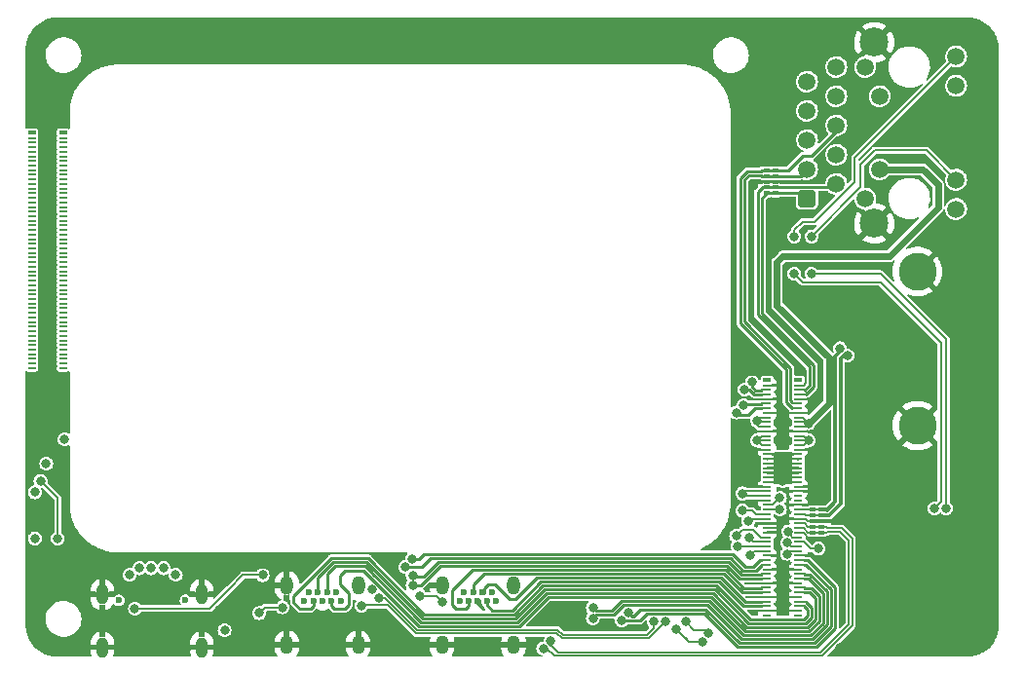
<source format=gbr>
%TF.GenerationSoftware,KiCad,Pcbnew,(5.99.0-10407-g1e8b23402c)*%
%TF.CreationDate,2021-06-15T11:20:33-06:00*%
%TF.ProjectId,mezzanine,6d657a7a-616e-4696-9e65-2e6b69636164,rev?*%
%TF.SameCoordinates,Original*%
%TF.FileFunction,Copper,L4,Bot*%
%TF.FilePolarity,Positive*%
%FSLAX46Y46*%
G04 Gerber Fmt 4.6, Leading zero omitted, Abs format (unit mm)*
G04 Created by KiCad (PCBNEW (5.99.0-10407-g1e8b23402c)) date 2021-06-15 11:20:33*
%MOMM*%
%LPD*%
G01*
G04 APERTURE LIST*
G04 Aperture macros list*
%AMRoundRect*
0 Rectangle with rounded corners*
0 $1 Rounding radius*
0 $2 $3 $4 $5 $6 $7 $8 $9 X,Y pos of 4 corners*
0 Add a 4 corners polygon primitive as box body*
4,1,4,$2,$3,$4,$5,$6,$7,$8,$9,$2,$3,0*
0 Add four circle primitives for the rounded corners*
1,1,$1+$1,$2,$3*
1,1,$1+$1,$4,$5*
1,1,$1+$1,$6,$7*
1,1,$1+$1,$8,$9*
0 Add four rect primitives between the rounded corners*
20,1,$1+$1,$2,$3,$4,$5,0*
20,1,$1+$1,$4,$5,$6,$7,0*
20,1,$1+$1,$6,$7,$8,$9,0*
20,1,$1+$1,$8,$9,$2,$3,0*%
G04 Aperture macros list end*
%TA.AperFunction,SMDPad,CuDef*%
%ADD10R,0.660000X0.230000*%
%TD*%
%TA.AperFunction,SMDPad,CuDef*%
%ADD11R,0.660000X0.350000*%
%TD*%
%TA.AperFunction,ComponentPad*%
%ADD12C,0.600000*%
%TD*%
%TA.AperFunction,ComponentPad*%
%ADD13RoundRect,0.575000X0.000000X-0.225000X0.000000X-0.225000X0.000000X0.225000X0.000000X0.225000X0*%
%TD*%
%TA.AperFunction,WasherPad*%
%ADD14C,0.600000*%
%TD*%
%TA.AperFunction,ComponentPad*%
%ADD15RoundRect,0.500000X0.000000X-0.400000X0.000000X-0.400000X0.000000X0.400000X0.000000X0.400000X0*%
%TD*%
%TA.AperFunction,ComponentPad*%
%ADD16C,1.500000*%
%TD*%
%TA.AperFunction,ComponentPad*%
%ADD17C,2.500000*%
%TD*%
%TA.AperFunction,ComponentPad*%
%ADD18RoundRect,0.250500X0.499500X-0.499500X0.499500X0.499500X-0.499500X0.499500X-0.499500X-0.499500X0*%
%TD*%
%TA.AperFunction,ComponentPad*%
%ADD19C,3.300000*%
%TD*%
%TA.AperFunction,SMDPad,CuDef*%
%ADD20R,0.550000X0.300000*%
%TD*%
%TA.AperFunction,SMDPad,CuDef*%
%ADD21R,0.550000X0.400000*%
%TD*%
%TA.AperFunction,ViaPad*%
%ADD22C,0.800000*%
%TD*%
%TA.AperFunction,Conductor*%
%ADD23C,0.200000*%
%TD*%
%TA.AperFunction,Conductor*%
%ADD24C,0.254000*%
%TD*%
%TA.AperFunction,Conductor*%
%ADD25C,0.350000*%
%TD*%
%TA.AperFunction,Conductor*%
%ADD26C,0.600000*%
%TD*%
G04 APERTURE END LIST*
D10*
%TO.P,Module1,1*%
%TO.N,GND*%
X87355000Y-52200000D03*
%TO.P,Module1,2*%
X84645000Y-52200000D03*
%TO.P,Module1,3*%
%TO.N,/TRD0_N*%
X87355000Y-52600000D03*
%TO.P,Module1,4*%
%TO.N,/TRD2_P*%
X84645000Y-52600000D03*
%TO.P,Module1,5*%
%TO.N,/TRD0_P*%
X87355000Y-53000000D03*
%TO.P,Module1,6*%
%TO.N,/TRD2_N*%
X84645000Y-53000000D03*
%TO.P,Module1,7*%
%TO.N,GND*%
X87355000Y-53400000D03*
%TO.P,Module1,8*%
X84645000Y-53400000D03*
%TO.P,Module1,9*%
%TO.N,/TRD1_P*%
X87355000Y-53800000D03*
%TO.P,Module1,10*%
%TO.N,/TRD3_P*%
X84645000Y-53800000D03*
%TO.P,Module1,11*%
%TO.N,/TRD1_N*%
X87355000Y-54200000D03*
%TO.P,Module1,12*%
%TO.N,/TRD3_N*%
X84645000Y-54200000D03*
%TO.P,Module1,13*%
%TO.N,GND*%
X87355000Y-54600000D03*
%TO.P,Module1,14*%
X84645000Y-54600000D03*
%TO.P,Module1,15*%
%TO.N,/TR1_TAP*%
X87355000Y-55000000D03*
%TO.P,Module1,16*%
%TO.N,/TR3_TAP*%
X84645000Y-55000000D03*
%TO.P,Module1,17*%
%TO.N,/TR1_TAP*%
X87355000Y-55400000D03*
%TO.P,Module1,18*%
%TO.N,/TR3_TAP*%
X84645000Y-55400000D03*
%TO.P,Module1,19*%
%TO.N,/TR1_TAP*%
X87355000Y-55800000D03*
%TO.P,Module1,20*%
%TO.N,/TR3_TAP*%
X84645000Y-55800000D03*
%TO.P,Module1,21*%
%TO.N,GND*%
X87355000Y-56200000D03*
%TO.P,Module1,22*%
X84645000Y-56200000D03*
%TO.P,Module1,23*%
%TO.N,/TR2_TAP*%
X87355000Y-56600000D03*
%TO.P,Module1,24*%
%TO.N,/TR0_TAP*%
X84645000Y-56600000D03*
%TO.P,Module1,25*%
%TO.N,/TR2_TAP*%
X87355000Y-57000000D03*
%TO.P,Module1,26*%
%TO.N,/TR0_TAP*%
X84645000Y-57000000D03*
%TO.P,Module1,27*%
%TO.N,/TR2_TAP*%
X87355000Y-57400000D03*
%TO.P,Module1,28*%
%TO.N,/TR0_TAP*%
X84645000Y-57400000D03*
%TO.P,Module1,29*%
%TO.N,GND*%
X87355000Y-57800000D03*
%TO.P,Module1,30*%
X84645000Y-57800000D03*
%TO.P,Module1,31*%
%TO.N,+5v*%
X87355000Y-58200000D03*
%TO.P,Module1,32*%
X84645000Y-58200000D03*
%TO.P,Module1,33*%
X87355000Y-58600000D03*
%TO.P,Module1,34*%
X84645000Y-58600000D03*
%TO.P,Module1,35*%
X87355000Y-59000000D03*
%TO.P,Module1,36*%
X84645000Y-59000000D03*
%TO.P,Module1,37*%
X87355000Y-59400000D03*
%TO.P,Module1,38*%
X84645000Y-59400000D03*
%TO.P,Module1,39*%
X87355000Y-59800000D03*
%TO.P,Module1,40*%
X84645000Y-59800000D03*
%TO.P,Module1,41*%
X87355000Y-60200000D03*
%TO.P,Module1,42*%
X84645000Y-60200000D03*
%TO.P,Module1,43*%
X87355000Y-60600000D03*
%TO.P,Module1,44*%
X84645000Y-60600000D03*
%TO.P,Module1,45*%
%TO.N,GND*%
X87355000Y-61000000D03*
%TO.P,Module1,46*%
X84645000Y-61000000D03*
%TO.P,Module1,47*%
X87355000Y-61400000D03*
%TO.P,Module1,48*%
%TO.N,/+3.3v*%
X84645000Y-61400000D03*
%TO.P,Module1,49*%
%TO.N,/AnalogIP1*%
X87355000Y-61800000D03*
%TO.P,Module1,50*%
%TO.N,/+3.3v*%
X84645000Y-61800000D03*
%TO.P,Module1,51*%
%TO.N,/AnalogIP0*%
X87355000Y-62200000D03*
%TO.P,Module1,52*%
%TO.N,GND*%
X84645000Y-62200000D03*
%TO.P,Module1,53*%
X87355000Y-62600000D03*
%TO.P,Module1,54*%
%TO.N,/ETH_LEDY*%
X84645000Y-62600000D03*
%TO.P,Module1,55*%
%TO.N,/USB2_HOST_P*%
X87355000Y-63000000D03*
%TO.P,Module1,56*%
%TO.N,/ETH_LEDG*%
X84645000Y-63000000D03*
%TO.P,Module1,57*%
%TO.N,/USB2_HOST_N*%
X87355000Y-63400000D03*
%TO.P,Module1,58*%
%TO.N,/nPI_LED_ACTIVITY*%
X84645000Y-63400000D03*
%TO.P,Module1,59*%
%TO.N,GND*%
X87355000Y-63800000D03*
%TO.P,Module1,60*%
%TO.N,/nPI_LED_PWR*%
X84645000Y-63800000D03*
%TO.P,Module1,61*%
%TO.N,/USB2_DEV_N*%
X87355000Y-64200000D03*
%TO.P,Module1,62*%
%TO.N,GND*%
X84645000Y-64200000D03*
%TO.P,Module1,63*%
%TO.N,/USB2_DEV_P*%
X87355000Y-64600000D03*
%TO.P,Module1,64*%
%TO.N,GND*%
X84645000Y-64600000D03*
%TO.P,Module1,65*%
X87355000Y-65000000D03*
%TO.P,Module1,66*%
X84645000Y-65000000D03*
%TO.P,Module1,67*%
%TO.N,/HDMI1_HOTPLUG*%
X87355000Y-65400000D03*
%TO.P,Module1,68*%
%TO.N,/HDMI0_HOTPLUG*%
X84645000Y-65400000D03*
%TO.P,Module1,69*%
%TO.N,/HDMI1_CEC*%
X87355000Y-65800000D03*
%TO.P,Module1,70*%
%TO.N,/HDMI0_CEC*%
X84645000Y-65800000D03*
%TO.P,Module1,71*%
%TO.N,/HDMI1_SDA*%
X87355000Y-66200000D03*
%TO.P,Module1,72*%
%TO.N,/HDMI0_SDA*%
X84645000Y-66200000D03*
%TO.P,Module1,73*%
%TO.N,/HDMI1_SCL*%
X87355000Y-66600000D03*
%TO.P,Module1,74*%
%TO.N,/HDMI0_SCL*%
X84645000Y-66600000D03*
%TO.P,Module1,75*%
%TO.N,GND*%
X87355000Y-67000000D03*
%TO.P,Module1,76*%
X84645000Y-67000000D03*
%TO.P,Module1,77*%
%TO.N,/HDMI1_TX0_P*%
X87355000Y-67400000D03*
%TO.P,Module1,78*%
%TO.N,/HDMI0_TX0_N*%
X84645000Y-67400000D03*
%TO.P,Module1,79*%
%TO.N,/HDMI1_TX0_N*%
X87355000Y-67800000D03*
%TO.P,Module1,80*%
%TO.N,/HDMI0_TX0_P*%
X84645000Y-67800000D03*
%TO.P,Module1,81*%
%TO.N,GND*%
X87355000Y-68200000D03*
%TO.P,Module1,82*%
X84645000Y-68200000D03*
%TO.P,Module1,83*%
%TO.N,/HDMI1_TX2_P*%
X87355000Y-68600000D03*
%TO.P,Module1,84*%
%TO.N,/HDMI0_TX2_N*%
X84645000Y-68600000D03*
%TO.P,Module1,85*%
%TO.N,/HDMI1_TX2_N*%
X87355000Y-69000000D03*
%TO.P,Module1,86*%
%TO.N,/HDMI0_TX2_P*%
X84645000Y-69000000D03*
%TO.P,Module1,87*%
%TO.N,GND*%
X87355000Y-69400000D03*
%TO.P,Module1,88*%
X84645000Y-69400000D03*
%TO.P,Module1,89*%
%TO.N,/HDMI0_TX1_P*%
X87355000Y-69800000D03*
%TO.P,Module1,90*%
%TO.N,/HDMI1_CLK_N*%
X84645000Y-69800000D03*
%TO.P,Module1,91*%
%TO.N,/HDMI0_TX1_N*%
X87355000Y-70200000D03*
%TO.P,Module1,92*%
%TO.N,/HDMI1_CLK_P*%
X84645000Y-70200000D03*
%TO.P,Module1,93*%
%TO.N,GND*%
X87355000Y-70600000D03*
%TO.P,Module1,94*%
X84645000Y-70600000D03*
%TO.P,Module1,95*%
%TO.N,/HDMI0_CLK_P*%
X87355000Y-71000000D03*
%TO.P,Module1,96*%
%TO.N,/HDMI1_TX1_N*%
X84645000Y-71000000D03*
%TO.P,Module1,97*%
%TO.N,/HDMI0_CLK_N*%
X87355000Y-71400000D03*
%TO.P,Module1,98*%
%TO.N,/HDMI1_TX1_P*%
X84645000Y-71400000D03*
%TO.P,Module1,99*%
%TO.N,GND*%
X87355000Y-71800000D03*
%TO.P,Module1,100*%
X84645000Y-71800000D03*
%TO.P,Module1,MNT*%
%TO.N,N/C*%
X84645000Y-72200000D03*
D11*
X87355000Y-51740000D03*
X84645000Y-51740000D03*
D10*
X87355000Y-72200000D03*
%TD*%
D12*
%TO.P,J3,2,UTILITY/HEAC+*%
%TO.N,unconnected-(J3-Pad2)*%
X47600000Y-70980000D03*
%TO.P,J3,4,D2S*%
%TO.N,GND*%
X47200000Y-70180000D03*
%TO.P,J3,6,D1+*%
%TO.N,/HDMI0_TX1_P*%
X46800000Y-70980000D03*
%TO.P,J3,8,D1-*%
%TO.N,/HDMI0_TX1_N*%
X46400000Y-70180000D03*
%TO.P,J3,10,D0S*%
%TO.N,GND*%
X46000000Y-70980000D03*
%TO.P,J3,12,CK+*%
%TO.N,/HDMI0_CLK_P*%
X45600000Y-70180000D03*
%TO.P,J3,14,CK-*%
%TO.N,/HDMI0_CLK_N*%
X45200000Y-70980000D03*
%TO.P,J3,16,GND*%
%TO.N,GND*%
X44800000Y-70180000D03*
%TO.P,J3,18,SDA*%
%TO.N,/HDMI0_SDA*%
X44400000Y-70980000D03*
D13*
%TO.P,J3,SHLD,SH*%
%TO.N,GND*%
X49100000Y-69600000D03*
X49100000Y-74775000D03*
X42900000Y-69600000D03*
X42900000Y-74775000D03*
%TD*%
D14*
%TO.P,J2,*%
%TO.N,*%
X28310000Y-70890000D03*
X34090000Y-70890000D03*
D15*
%TO.P,J2,SHLD,SHIELD*%
%TO.N,GND*%
X35520000Y-74970000D03*
X26880000Y-70390000D03*
X26880000Y-74970000D03*
X35520000Y-70390000D03*
%TD*%
D12*
%TO.P,J4,2,UTILITY/HEAC+*%
%TO.N,unconnected-(J4-Pad2)*%
X61100000Y-70980000D03*
%TO.P,J4,4,D2S*%
%TO.N,GND*%
X60700000Y-70180000D03*
%TO.P,J4,6,D1+*%
%TO.N,/HDMI1_TX1_P*%
X60300000Y-70980000D03*
%TO.P,J4,8,D1-*%
%TO.N,/HDMI1_TX1_N*%
X59900000Y-70180000D03*
%TO.P,J4,10,D0S*%
%TO.N,GND*%
X59500000Y-70980000D03*
%TO.P,J4,12,CK+*%
%TO.N,/HDMI1_CLK_P*%
X59100000Y-70180000D03*
%TO.P,J4,14,CK-*%
%TO.N,/HDMI1_CLK_N*%
X58700000Y-70980000D03*
%TO.P,J4,16,GND*%
%TO.N,GND*%
X58300000Y-70180000D03*
%TO.P,J4,18,SDA*%
%TO.N,/HDMI1_SDA*%
X57900000Y-70980000D03*
D13*
%TO.P,J4,SHLD,SH*%
%TO.N,GND*%
X62600000Y-69600000D03*
X62600000Y-74775000D03*
X56400000Y-69600000D03*
X56400000Y-74775000D03*
%TD*%
D16*
%TO.P,U5,17,LEDY_A*%
%TO.N,/+3.3v*%
X101060000Y-26160000D03*
%TO.P,U5,18,LEDY_K*%
%TO.N,Net-(R5-Pad1)*%
X101060000Y-23620000D03*
%TO.P,U5,16,LEDG_K*%
%TO.N,Net-(R4-Pad1)*%
X101060000Y-34340000D03*
%TO.P,U5,15,LEDG_A*%
%TO.N,/+3.3v*%
X101060000Y-36880000D03*
D17*
%TO.P,U5,20,SHIELD*%
%TO.N,GND*%
X93950000Y-22375000D03*
D16*
%TO.P,U5,8,TRD2-*%
%TO.N,/TRD2_N*%
X90650000Y-27075000D03*
D17*
%TO.P,U5,19,SHIELD*%
%TO.N,GND*%
X93950000Y-38125000D03*
D16*
%TO.P,U5,7,TRD2+*%
%TO.N,/TRD2_P*%
X88110000Y-28345000D03*
%TO.P,U5,6,TRD1-*%
%TO.N,/TRD1_N*%
X90650000Y-29615000D03*
%TO.P,U5,5,CT*%
%TO.N,Net-(C7-Pad1)*%
X88110000Y-30885000D03*
%TO.P,U5,4,CT*%
X90650000Y-32155000D03*
%TO.P,U5,3,TRD1+*%
%TO.N,/TRD1_P*%
X88110000Y-33425000D03*
%TO.P,U5,2,TRD0-*%
%TO.N,/TRD0_N*%
X90650000Y-34695000D03*
D18*
%TO.P,U5,1,TRD0+*%
%TO.N,/TRD0_P*%
X88110000Y-35965000D03*
D16*
%TO.P,U5,9,TRD3+*%
%TO.N,/TRD3_P*%
X88110000Y-25805000D03*
%TO.P,U5,10,TRD3-*%
%TO.N,/TRD3_N*%
X90650000Y-24535000D03*
%TO.P,U5,11,VC1*%
%TO.N,/TR0_TAP*%
X93170000Y-35965000D03*
%TO.P,U5,12,VC2*%
%TO.N,/TR1_TAP*%
X94440000Y-33425000D03*
%TO.P,U5,13,VC3*%
%TO.N,/TR2_TAP*%
X94440000Y-27075000D03*
%TO.P,U5,14,VC4*%
%TO.N,/TR3_TAP*%
X93170000Y-24535000D03*
%TD*%
D19*
%TO.P,J1,5,SHIELD*%
%TO.N,GND*%
X97700000Y-55700000D03*
X97700000Y-42300000D03*
%TD*%
D20*
%TO.P,U2,1,D1+*%
%TO.N,/USB2_DEV_P*%
X88615000Y-65000000D03*
%TO.P,U2,2,D1-*%
%TO.N,/USB2_DEV_N*%
X88615000Y-64500000D03*
D21*
%TO.P,U2,3,GND*%
%TO.N,GND*%
X88615000Y-64000000D03*
D20*
%TO.P,U2,4,D2+*%
%TO.N,/USB2_HOST_N*%
X88615000Y-63500000D03*
%TO.P,U2,5,D2-*%
%TO.N,/USB2_HOST_P*%
X88615000Y-63000000D03*
%TO.P,U2,9*%
%TO.N,/USB2_DEV_N*%
X89385000Y-64500000D03*
%TO.P,U2,6*%
%TO.N,/USB2_HOST_P*%
X89385000Y-63000000D03*
%TO.P,U2,7*%
%TO.N,/USB2_HOST_N*%
X89385000Y-63500000D03*
%TO.P,U2,10*%
%TO.N,/USB2_DEV_P*%
X89385000Y-65000000D03*
D21*
%TO.P,U2,8,GND*%
%TO.N,GND*%
X89385000Y-64000000D03*
%TD*%
D10*
%TO.P,Module2,1*%
%TO.N,unconnected-(Module2-Pad1)*%
X23455000Y-30700000D03*
%TO.P,Module2,2*%
%TO.N,unconnected-(Module2-Pad2)*%
X20745000Y-30700000D03*
%TO.P,Module2,3*%
%TO.N,unconnected-(Module2-Pad3)*%
X23455000Y-31100000D03*
%TO.P,Module2,4*%
%TO.N,unconnected-(Module2-Pad4)*%
X20745000Y-31100000D03*
%TO.P,Module2,5*%
%TO.N,unconnected-(Module2-Pad5)*%
X23455000Y-31500000D03*
%TO.P,Module2,6*%
%TO.N,unconnected-(Module2-Pad6)*%
X20745000Y-31500000D03*
%TO.P,Module2,7*%
%TO.N,unconnected-(Module2-Pad7)*%
X23455000Y-31900000D03*
%TO.P,Module2,8*%
%TO.N,unconnected-(Module2-Pad8)*%
X20745000Y-31900000D03*
%TO.P,Module2,9*%
%TO.N,unconnected-(Module2-Pad9)*%
X23455000Y-32300000D03*
%TO.P,Module2,10*%
%TO.N,unconnected-(Module2-Pad10)*%
X20745000Y-32300000D03*
%TO.P,Module2,11*%
%TO.N,unconnected-(Module2-Pad11)*%
X23455000Y-32700000D03*
%TO.P,Module2,12*%
%TO.N,unconnected-(Module2-Pad12)*%
X20745000Y-32700000D03*
%TO.P,Module2,13*%
%TO.N,unconnected-(Module2-Pad13)*%
X23455000Y-33100000D03*
%TO.P,Module2,14*%
%TO.N,unconnected-(Module2-Pad14)*%
X20745000Y-33100000D03*
%TO.P,Module2,15*%
%TO.N,unconnected-(Module2-Pad15)*%
X23455000Y-33500000D03*
%TO.P,Module2,16*%
%TO.N,unconnected-(Module2-Pad16)*%
X20745000Y-33500000D03*
%TO.P,Module2,17*%
%TO.N,unconnected-(Module2-Pad17)*%
X23455000Y-33900000D03*
%TO.P,Module2,18*%
%TO.N,unconnected-(Module2-Pad18)*%
X20745000Y-33900000D03*
%TO.P,Module2,19*%
%TO.N,unconnected-(Module2-Pad19)*%
X23455000Y-34300000D03*
%TO.P,Module2,20*%
%TO.N,unconnected-(Module2-Pad20)*%
X20745000Y-34300000D03*
%TO.P,Module2,21*%
%TO.N,unconnected-(Module2-Pad21)*%
X23455000Y-34700000D03*
%TO.P,Module2,22*%
%TO.N,unconnected-(Module2-Pad22)*%
X20745000Y-34700000D03*
%TO.P,Module2,23*%
%TO.N,unconnected-(Module2-Pad23)*%
X23455000Y-35100000D03*
%TO.P,Module2,24*%
%TO.N,unconnected-(Module2-Pad24)*%
X20745000Y-35100000D03*
%TO.P,Module2,25*%
%TO.N,unconnected-(Module2-Pad25)*%
X23455000Y-35500000D03*
%TO.P,Module2,26*%
%TO.N,unconnected-(Module2-Pad26)*%
X20745000Y-35500000D03*
%TO.P,Module2,27*%
%TO.N,unconnected-(Module2-Pad27)*%
X23455000Y-35900000D03*
%TO.P,Module2,28*%
%TO.N,unconnected-(Module2-Pad28)*%
X20745000Y-35900000D03*
%TO.P,Module2,29*%
%TO.N,unconnected-(Module2-Pad29)*%
X23455000Y-36300000D03*
%TO.P,Module2,30*%
%TO.N,unconnected-(Module2-Pad30)*%
X20745000Y-36300000D03*
%TO.P,Module2,31*%
%TO.N,unconnected-(Module2-Pad31)*%
X23455000Y-36700000D03*
%TO.P,Module2,32*%
%TO.N,unconnected-(Module2-Pad32)*%
X20745000Y-36700000D03*
%TO.P,Module2,33*%
%TO.N,unconnected-(Module2-Pad33)*%
X23455000Y-37100000D03*
%TO.P,Module2,34*%
%TO.N,unconnected-(Module2-Pad34)*%
X20745000Y-37100000D03*
%TO.P,Module2,35*%
%TO.N,unconnected-(Module2-Pad35)*%
X23455000Y-37500000D03*
%TO.P,Module2,36*%
%TO.N,unconnected-(Module2-Pad36)*%
X20745000Y-37500000D03*
%TO.P,Module2,37*%
%TO.N,unconnected-(Module2-Pad37)*%
X23455000Y-37900000D03*
%TO.P,Module2,38*%
%TO.N,unconnected-(Module2-Pad38)*%
X20745000Y-37900000D03*
%TO.P,Module2,39*%
%TO.N,unconnected-(Module2-Pad39)*%
X23455000Y-38300000D03*
%TO.P,Module2,40*%
%TO.N,unconnected-(Module2-Pad40)*%
X20745000Y-38300000D03*
%TO.P,Module2,41*%
%TO.N,unconnected-(Module2-Pad41)*%
X23455000Y-38700000D03*
%TO.P,Module2,42*%
%TO.N,unconnected-(Module2-Pad42)*%
X20745000Y-38700000D03*
%TO.P,Module2,43*%
%TO.N,unconnected-(Module2-Pad43)*%
X23455000Y-39100000D03*
%TO.P,Module2,44*%
%TO.N,unconnected-(Module2-Pad44)*%
X20745000Y-39100000D03*
%TO.P,Module2,45*%
%TO.N,unconnected-(Module2-Pad45)*%
X23455000Y-39500000D03*
%TO.P,Module2,46*%
%TO.N,unconnected-(Module2-Pad46)*%
X20745000Y-39500000D03*
%TO.P,Module2,47*%
%TO.N,unconnected-(Module2-Pad47)*%
X23455000Y-39900000D03*
%TO.P,Module2,48*%
%TO.N,unconnected-(Module2-Pad48)*%
X20745000Y-39900000D03*
%TO.P,Module2,49*%
%TO.N,unconnected-(Module2-Pad49)*%
X23455000Y-40300000D03*
%TO.P,Module2,50*%
%TO.N,unconnected-(Module2-Pad50)*%
X20745000Y-40300000D03*
%TO.P,Module2,51*%
%TO.N,unconnected-(Module2-Pad51)*%
X23455000Y-40700000D03*
%TO.P,Module2,52*%
%TO.N,unconnected-(Module2-Pad52)*%
X20745000Y-40700000D03*
%TO.P,Module2,53*%
%TO.N,unconnected-(Module2-Pad53)*%
X23455000Y-41100000D03*
%TO.P,Module2,54*%
%TO.N,unconnected-(Module2-Pad54)*%
X20745000Y-41100000D03*
%TO.P,Module2,55*%
%TO.N,unconnected-(Module2-Pad55)*%
X23455000Y-41500000D03*
%TO.P,Module2,56*%
%TO.N,unconnected-(Module2-Pad56)*%
X20745000Y-41500000D03*
%TO.P,Module2,57*%
%TO.N,unconnected-(Module2-Pad57)*%
X23455000Y-41900000D03*
%TO.P,Module2,58*%
%TO.N,unconnected-(Module2-Pad58)*%
X20745000Y-41900000D03*
%TO.P,Module2,59*%
%TO.N,unconnected-(Module2-Pad59)*%
X23455000Y-42300000D03*
%TO.P,Module2,60*%
%TO.N,unconnected-(Module2-Pad60)*%
X20745000Y-42300000D03*
%TO.P,Module2,61*%
%TO.N,unconnected-(Module2-Pad61)*%
X23455000Y-42700000D03*
%TO.P,Module2,62*%
%TO.N,unconnected-(Module2-Pad62)*%
X20745000Y-42700000D03*
%TO.P,Module2,63*%
%TO.N,unconnected-(Module2-Pad63)*%
X23455000Y-43100000D03*
%TO.P,Module2,64*%
%TO.N,unconnected-(Module2-Pad64)*%
X20745000Y-43100000D03*
%TO.P,Module2,65*%
%TO.N,unconnected-(Module2-Pad65)*%
X23455000Y-43500000D03*
%TO.P,Module2,66*%
%TO.N,unconnected-(Module2-Pad66)*%
X20745000Y-43500000D03*
%TO.P,Module2,67*%
%TO.N,unconnected-(Module2-Pad67)*%
X23455000Y-43900000D03*
%TO.P,Module2,68*%
%TO.N,unconnected-(Module2-Pad68)*%
X20745000Y-43900000D03*
%TO.P,Module2,69*%
%TO.N,unconnected-(Module2-Pad69)*%
X23455000Y-44300000D03*
%TO.P,Module2,70*%
%TO.N,unconnected-(Module2-Pad70)*%
X20745000Y-44300000D03*
%TO.P,Module2,71*%
%TO.N,unconnected-(Module2-Pad71)*%
X23455000Y-44700000D03*
%TO.P,Module2,72*%
%TO.N,unconnected-(Module2-Pad72)*%
X20745000Y-44700000D03*
%TO.P,Module2,73*%
%TO.N,unconnected-(Module2-Pad73)*%
X23455000Y-45100000D03*
%TO.P,Module2,74*%
%TO.N,unconnected-(Module2-Pad74)*%
X20745000Y-45100000D03*
%TO.P,Module2,75*%
%TO.N,unconnected-(Module2-Pad75)*%
X23455000Y-45500000D03*
%TO.P,Module2,76*%
%TO.N,unconnected-(Module2-Pad76)*%
X20745000Y-45500000D03*
%TO.P,Module2,77*%
%TO.N,unconnected-(Module2-Pad77)*%
X23455000Y-45900000D03*
%TO.P,Module2,78*%
%TO.N,unconnected-(Module2-Pad78)*%
X20745000Y-45900000D03*
%TO.P,Module2,79*%
%TO.N,unconnected-(Module2-Pad79)*%
X23455000Y-46300000D03*
%TO.P,Module2,80*%
%TO.N,unconnected-(Module2-Pad80)*%
X20745000Y-46300000D03*
%TO.P,Module2,81*%
%TO.N,unconnected-(Module2-Pad81)*%
X23455000Y-46700000D03*
%TO.P,Module2,82*%
%TO.N,unconnected-(Module2-Pad82)*%
X20745000Y-46700000D03*
%TO.P,Module2,83*%
%TO.N,unconnected-(Module2-Pad83)*%
X23455000Y-47100000D03*
%TO.P,Module2,84*%
%TO.N,unconnected-(Module2-Pad84)*%
X20745000Y-47100000D03*
%TO.P,Module2,85*%
%TO.N,unconnected-(Module2-Pad85)*%
X23455000Y-47500000D03*
%TO.P,Module2,86*%
%TO.N,unconnected-(Module2-Pad86)*%
X20745000Y-47500000D03*
%TO.P,Module2,87*%
%TO.N,unconnected-(Module2-Pad87)*%
X23455000Y-47900000D03*
%TO.P,Module2,88*%
%TO.N,unconnected-(Module2-Pad88)*%
X20745000Y-47900000D03*
%TO.P,Module2,89*%
%TO.N,unconnected-(Module2-Pad89)*%
X23455000Y-48300000D03*
%TO.P,Module2,90*%
%TO.N,unconnected-(Module2-Pad90)*%
X20745000Y-48300000D03*
%TO.P,Module2,91*%
%TO.N,unconnected-(Module2-Pad91)*%
X23455000Y-48700000D03*
%TO.P,Module2,92*%
%TO.N,unconnected-(Module2-Pad92)*%
X20745000Y-48700000D03*
%TO.P,Module2,93*%
%TO.N,unconnected-(Module2-Pad93)*%
X23455000Y-49100000D03*
%TO.P,Module2,94*%
%TO.N,unconnected-(Module2-Pad94)*%
X20745000Y-49100000D03*
%TO.P,Module2,95*%
%TO.N,unconnected-(Module2-Pad95)*%
X23455000Y-49500000D03*
%TO.P,Module2,96*%
%TO.N,unconnected-(Module2-Pad96)*%
X20745000Y-49500000D03*
%TO.P,Module2,97*%
%TO.N,unconnected-(Module2-Pad97)*%
X23455000Y-49900000D03*
%TO.P,Module2,98*%
%TO.N,unconnected-(Module2-Pad98)*%
X20745000Y-49900000D03*
%TO.P,Module2,99*%
%TO.N,unconnected-(Module2-Pad99)*%
X23455000Y-50300000D03*
%TO.P,Module2,100*%
%TO.N,unconnected-(Module2-Pad100)*%
X20745000Y-50300000D03*
%TO.P,Module2,MNT*%
%TO.N,N/C*%
X20745000Y-50700000D03*
D11*
X23455000Y-30240000D03*
X20745000Y-30240000D03*
D10*
X23455000Y-50700000D03*
%TD*%
D20*
%TO.P,U4,1,D1+*%
%TO.N,/TRD1_N*%
X85385000Y-33500000D03*
%TO.P,U4,2,D1-*%
%TO.N,/TRD1_P*%
X85385000Y-34000000D03*
D21*
%TO.P,U4,3,GND*%
%TO.N,GND*%
X85385000Y-34500000D03*
D20*
%TO.P,U4,4,D2+*%
%TO.N,/TRD0_N*%
X85385000Y-35000000D03*
%TO.P,U4,5,D2-*%
%TO.N,/TRD0_P*%
X85385000Y-35500000D03*
%TO.P,U4,9*%
%TO.N,/TRD1_P*%
X84615000Y-34000000D03*
%TO.P,U4,6*%
%TO.N,/TRD0_P*%
X84615000Y-35500000D03*
%TO.P,U4,7*%
%TO.N,/TRD0_N*%
X84615000Y-35000000D03*
%TO.P,U4,10*%
%TO.N,/TRD1_N*%
X84615000Y-33500000D03*
D21*
%TO.P,U4,8,GND*%
%TO.N,GND*%
X84615000Y-34500000D03*
%TD*%
D22*
%TO.N,GND*%
X101200000Y-47900000D03*
X103200000Y-62900000D03*
X101400000Y-62900000D03*
X98700000Y-61600000D03*
X92800000Y-61600000D03*
X94100000Y-57200000D03*
X91700000Y-46900000D03*
X95900000Y-46900000D03*
X90800000Y-47900000D03*
X89600000Y-48000000D03*
%TO.N,Net-(J2-PadA5)*%
X40800000Y-68700000D03*
X29700000Y-71600000D03*
%TO.N,GND*%
X67300000Y-71400000D03*
X70700000Y-72900000D03*
%TO.N,/HDMI1_TX0_N*%
X72619976Y-71990650D03*
%TO.N,/HDMI1_TX0_P*%
X71990650Y-72619976D03*
%TO.N,/HDMI1_TX0_N*%
X72619976Y-71990650D03*
%TO.N,/HDMI1_TX0_P*%
X71990650Y-72619976D03*
%TO.N,/HDMI0_SDA*%
X82100000Y-66200000D03*
%TO.N,/HDMI0_SCL*%
X79500000Y-73700000D03*
%TO.N,/HDMI0_CEC*%
X79000000Y-74500000D03*
%TO.N,GND*%
X34500000Y-68670000D03*
X100000000Y-72500000D03*
X86000000Y-70000000D03*
X51000000Y-75000000D03*
X91000000Y-44000000D03*
X86000000Y-71000000D03*
X83500000Y-60500000D03*
X95000000Y-67500000D03*
X82000000Y-56250000D03*
X36000000Y-68000000D03*
X97500000Y-70000000D03*
X28000000Y-68670000D03*
X90500000Y-68000000D03*
X84300000Y-28500000D03*
X41000000Y-72900000D03*
X90000000Y-39500000D03*
X20750000Y-59000000D03*
X97500000Y-65000000D03*
X91500000Y-38000000D03*
X92750000Y-70000000D03*
X93000000Y-29000000D03*
X97500000Y-75000000D03*
X100000000Y-67500000D03*
X102500000Y-70000000D03*
X87000000Y-44000000D03*
X90500000Y-67000000D03*
X91000000Y-75000000D03*
X92750000Y-75000000D03*
X87000000Y-26700000D03*
X86000000Y-69000000D03*
X96000000Y-31000000D03*
X37000000Y-69000000D03*
X37000000Y-71700000D03*
X102500000Y-65000000D03*
X94500000Y-35000000D03*
X81750000Y-64000000D03*
X92500000Y-65000000D03*
X91000000Y-39000000D03*
X83250000Y-58250000D03*
X54000000Y-75000000D03*
X89400000Y-34000000D03*
X91000000Y-40000000D03*
X90500000Y-66000000D03*
X89400000Y-32800000D03*
X95000000Y-72500000D03*
X94000000Y-44000000D03*
%TO.N,/+3.3v*%
X21000000Y-65500000D03*
X21000000Y-61500000D03*
X22000000Y-59000000D03*
X23600000Y-56900000D03*
X82500000Y-61600000D03*
%TO.N,/hdmi/HDMI_5v*%
X40500000Y-72000000D03*
X56430593Y-70991346D03*
X42500000Y-71500000D03*
X54500000Y-70500000D03*
%TO.N,/USB2_HOST_N*%
X91614663Y-49614663D03*
%TO.N,/USB2_HOST_P*%
X90985337Y-48985337D03*
%TO.N,/USB2_DEV_P*%
X65814663Y-74435337D03*
%TO.N,/USB2_DEV_N*%
X65185337Y-75064663D03*
%TO.N,/HDMI1_HOTPLUG*%
X86450000Y-64900000D03*
%TO.N,/HDMI1_TX2_P*%
X69500000Y-72445000D03*
%TO.N,/HDMI1_TX2_N*%
X69500000Y-71555000D03*
%TO.N,/HDMI1_CEC*%
X89100000Y-66400000D03*
%TO.N,/HDMI1_SCL*%
X86361755Y-66846259D03*
%TO.N,/HDMI1_SDA*%
X86370214Y-65874451D03*
%TO.N,/HDMI0_HOTPLUG*%
X74800000Y-72750000D03*
X50950000Y-70650000D03*
X81950000Y-65300000D03*
%TO.N,/HDMI0_TX2_P*%
X53841500Y-69607044D03*
%TO.N,/HDMI0_TX2_N*%
X53841500Y-68717044D03*
%TO.N,/HDMI0_TX0_P*%
X53185337Y-68000000D03*
%TO.N,/HDMI0_TX0_N*%
X53814663Y-67285337D03*
%TO.N,/HDMI0_CEC*%
X83050000Y-65450000D03*
X76750000Y-73400000D03*
%TO.N,/HDMI0_SCL*%
X83150000Y-67000000D03*
X77600000Y-72750000D03*
%TO.N,/HDMI0_SDA*%
X49400000Y-71350000D03*
X75800000Y-72750000D03*
%TO.N,/TRD3_P*%
X82599163Y-53935337D03*
%TO.N,/TRD3_N*%
X81969837Y-54564663D03*
%TO.N,/TRD2_N*%
X82685337Y-52564663D03*
%TO.N,/TRD2_P*%
X83314663Y-51935337D03*
%TO.N,/ETH_LEDY*%
X85750000Y-62000000D03*
X99200000Y-62900000D03*
X87000000Y-42500000D03*
%TO.N,/ETH_LEDG*%
X100199162Y-62874128D03*
X85750000Y-63000000D03*
X88500000Y-42500000D03*
%TO.N,/nPI_LED_ACTIVITY*%
X82500000Y-63100000D03*
%TO.N,/TR0_TAP*%
X83750000Y-57000000D03*
%TO.N,/TR1_TAP*%
X88250000Y-55500000D03*
%TO.N,/TR2_TAP*%
X88250000Y-57000000D03*
%TO.N,/TR3_TAP*%
X83750000Y-55250000D03*
%TO.N,/nPI_LED_PWR*%
X83000000Y-64000000D03*
%TO.N,Net-(R4-Pad1)*%
X88500000Y-39250000D03*
%TO.N,Net-(R5-Pad1)*%
X87000000Y-39250000D03*
%TO.N,Net-(R6-Pad2)*%
X21500000Y-60500000D03*
X23000000Y-65500000D03*
%TO.N,+5v*%
X31100000Y-68100000D03*
X86000000Y-59500000D03*
X30100000Y-68100000D03*
X37500000Y-73500000D03*
X50289068Y-69910932D03*
X86000000Y-60500000D03*
X32200000Y-68100000D03*
X29250000Y-68670000D03*
X86000000Y-58500000D03*
X33250000Y-68670000D03*
%TD*%
D23*
%TO.N,Net-(J2-PadA5)*%
X37900000Y-69900000D02*
X39100000Y-68700000D01*
X36195479Y-71604521D02*
X37900000Y-69900000D01*
X29700000Y-71600000D02*
X29704521Y-71604521D01*
X39100000Y-68700000D02*
X40800000Y-68700000D01*
X29704521Y-71604521D02*
X36195479Y-71604521D01*
%TO.N,/HDMI0_HOTPLUG*%
X66900000Y-73900000D02*
X66450000Y-73450000D01*
X74200000Y-73900000D02*
X66900000Y-73900000D01*
X74800000Y-73300000D02*
X74200000Y-73900000D01*
X74800000Y-72750000D02*
X74800000Y-73300000D01*
X74200000Y-73900000D02*
X73300000Y-73900000D01*
%TO.N,/HDMI0_SDA*%
X66790556Y-74200000D02*
X74350000Y-74200000D01*
X74350000Y-74200000D02*
X75800000Y-72750000D01*
X54100000Y-73750000D02*
X66340556Y-73750000D01*
X66340556Y-73750000D02*
X66790556Y-74200000D01*
X49450000Y-71300000D02*
X51650000Y-71300000D01*
X51650000Y-71300000D02*
X54100000Y-73750000D01*
X49400000Y-71350000D02*
X49450000Y-71300000D01*
X66790556Y-74200000D02*
X70400000Y-74200000D01*
%TO.N,/HDMI0_HOTPLUG*%
X51452374Y-70650000D02*
X54252374Y-73450000D01*
X50950000Y-70650000D02*
X51452374Y-70650000D01*
X66450000Y-73450000D02*
X66600000Y-73600000D01*
X54252374Y-73450000D02*
X66450000Y-73450000D01*
D24*
%TO.N,/HDMI1_TX0_P*%
X73630024Y-72619976D02*
X71990650Y-72619976D01*
X74237000Y-72013000D02*
X73630024Y-72619976D01*
X79169754Y-72013000D02*
X74237000Y-72013000D01*
X88905244Y-74938002D02*
X82094756Y-74938002D01*
X90534500Y-73308746D02*
X88905244Y-74938002D01*
X90534500Y-69791254D02*
X90534500Y-73308746D01*
X87850001Y-67400000D02*
X87878001Y-67428000D01*
%TO.N,/HDMI1_TX0_N*%
X72905302Y-72275976D02*
X72619976Y-71990650D01*
%TO.N,/HDMI1_TX0_P*%
X82094756Y-74938002D02*
X79169754Y-72013000D01*
X88171246Y-67428000D02*
X90534500Y-69791254D01*
%TO.N,/HDMI1_TX0_N*%
X73593971Y-71669000D02*
X72986995Y-72275976D01*
%TO.N,/HDMI1_TX0_P*%
X87878001Y-67428000D02*
X88171246Y-67428000D01*
%TO.N,/HDMI1_TX0_N*%
X72986995Y-72275976D02*
X72905302Y-72275976D01*
D23*
%TO.N,/HDMI0_SDA*%
X82100000Y-66200000D02*
X84645000Y-66200000D01*
D24*
%TO.N,/HDMI1_TX0_N*%
X87878001Y-67772000D02*
X87850001Y-67800000D01*
X88028754Y-67772000D02*
X87878001Y-67772000D01*
X90190500Y-69933746D02*
X88028754Y-67772000D01*
X90190500Y-73166254D02*
X90190500Y-69933746D01*
X88762752Y-74594002D02*
X90190500Y-73166254D01*
X82237248Y-74594002D02*
X88762752Y-74594002D01*
X79312246Y-71669000D02*
X82237248Y-74594002D01*
X73593971Y-71669000D02*
X79312246Y-71669000D01*
D23*
%TO.N,/USB2_DEV_N*%
X66139873Y-75701000D02*
X65503536Y-75064663D01*
X89404062Y-75701000D02*
X66139873Y-75701000D01*
X92045000Y-73060062D02*
X89404062Y-75701000D01*
X92045000Y-65539938D02*
X92045000Y-73060062D01*
X91110062Y-64605000D02*
X92045000Y-65539938D01*
X89902501Y-64605000D02*
X91110062Y-64605000D01*
X89797501Y-64500000D02*
X89902501Y-64605000D01*
X89385000Y-64500000D02*
X89797501Y-64500000D01*
%TO.N,/USB2_DEV_P*%
X66472127Y-75411000D02*
X65814663Y-74753536D01*
X89283938Y-75411000D02*
X66472127Y-75411000D01*
X91755000Y-65660062D02*
X91755000Y-72939938D01*
X90989938Y-64895000D02*
X91755000Y-65660062D01*
X89902501Y-64895000D02*
X90989938Y-64895000D01*
X89385000Y-65000000D02*
X89797501Y-65000000D01*
X89797501Y-65000000D02*
X89902501Y-64895000D01*
X91755000Y-72939938D02*
X89283938Y-75411000D01*
%TO.N,/TRD3_N*%
X84645000Y-54200000D02*
X84149999Y-54200000D01*
%TO.N,/TRD3_P*%
X84645000Y-53800000D02*
X84149999Y-53800000D01*
%TO.N,/TRD2_N*%
X84645000Y-53000000D02*
X84149999Y-53000000D01*
%TO.N,/TRD2_P*%
X84645000Y-52600000D02*
X84149999Y-52600000D01*
D24*
%TO.N,/HDMI1_TX2_N*%
X87878001Y-68972000D02*
X87850001Y-69000000D01*
X88228754Y-68972000D02*
X87878001Y-68972000D01*
X89503000Y-70246246D02*
X88228754Y-68972000D01*
X89503000Y-72853754D02*
X89503000Y-70246246D01*
X88450252Y-73906502D02*
X89503000Y-72853754D01*
X79624746Y-70981500D02*
X82549748Y-73906502D01*
X72025254Y-70981500D02*
X79624746Y-70981500D01*
X71178754Y-71828000D02*
X72025254Y-70981500D01*
X69500000Y-71555000D02*
X69773000Y-71828000D01*
%TO.N,/HDMI1_TX2_P*%
X87878001Y-68628000D02*
X87850001Y-68600000D01*
%TO.N,/HDMI1_TX2_N*%
X69773000Y-71828000D02*
X71178754Y-71828000D01*
%TO.N,/HDMI1_TX2_P*%
X88371246Y-68628000D02*
X87878001Y-68628000D01*
X89847000Y-70103754D02*
X88371246Y-68628000D01*
X89847000Y-72996246D02*
X89847000Y-70103754D01*
X88592744Y-74250502D02*
X89847000Y-72996246D01*
X82407256Y-74250502D02*
X88592744Y-74250502D01*
X72167746Y-71325500D02*
X79482254Y-71325500D01*
X79482254Y-71325500D02*
X82407256Y-74250502D01*
X69773000Y-72172000D02*
X71321246Y-72172000D01*
%TO.N,/HDMI1_TX2_N*%
X82549748Y-73906502D02*
X88450252Y-73906502D01*
%TO.N,/HDMI1_TX2_P*%
X71321246Y-72172000D02*
X72167746Y-71325500D01*
X69500000Y-72445000D02*
X69773000Y-72172000D01*
%TO.N,/HDMI0_TX1_N*%
X54531000Y-72781000D02*
X49687040Y-67937040D01*
X62975754Y-72781000D02*
X54531000Y-72781000D01*
X65462754Y-70294000D02*
X62975754Y-72781000D01*
X82862248Y-73219002D02*
X79937246Y-70294000D01*
X88815500Y-72541254D02*
X88137752Y-73219002D01*
X88815500Y-70658746D02*
X88815500Y-72541254D01*
X79937246Y-70294000D02*
X65462754Y-70294000D01*
X88328754Y-70172000D02*
X88815500Y-70658746D01*
X88137752Y-73219002D02*
X82862248Y-73219002D01*
X87878001Y-70172000D02*
X88328754Y-70172000D01*
X87850001Y-70200000D02*
X87878001Y-70172000D01*
%TO.N,/HDMI0_TX1_P*%
X54375000Y-73125000D02*
X49530560Y-68280560D01*
X63118246Y-73125000D02*
X54375000Y-73125000D01*
X65605246Y-70638000D02*
X63118246Y-73125000D01*
X79794754Y-70638000D02*
X65605246Y-70638000D01*
X82719756Y-73563002D02*
X79794754Y-70638000D01*
X89159500Y-72683746D02*
X88280244Y-73563002D01*
X87878001Y-69828000D02*
X88471246Y-69828000D01*
X89159500Y-70516254D02*
X89159500Y-72683746D01*
X87850001Y-69800000D02*
X87878001Y-69828000D01*
X88280244Y-73563002D02*
X82719756Y-73563002D01*
X88471246Y-69828000D02*
X89159500Y-70516254D01*
%TO.N,/HDMI0_CLK_N*%
X62663254Y-72093500D02*
X54843500Y-72093500D01*
X65150254Y-69606500D02*
X62663254Y-72093500D01*
X80249746Y-69606500D02*
X65150254Y-69606500D01*
X83174748Y-72531502D02*
X80249746Y-69606500D01*
X87825252Y-72531502D02*
X83174748Y-72531502D01*
X88128000Y-72228754D02*
X87825252Y-72531502D01*
X88128000Y-71671246D02*
X88128000Y-72228754D01*
X87828754Y-71372000D02*
X88128000Y-71671246D01*
%TO.N,/HDMI0_CLK_P*%
X54687500Y-72437500D02*
X49843520Y-67593520D01*
X62805746Y-72437500D02*
X54687500Y-72437500D01*
X83032256Y-72875502D02*
X80107254Y-69950500D01*
X88472000Y-72371246D02*
X87967744Y-72875502D01*
X88472000Y-71528754D02*
X88472000Y-72371246D01*
X87967744Y-72875502D02*
X83032256Y-72875502D01*
X80107254Y-69950500D02*
X65292746Y-69950500D01*
X87971246Y-71028000D02*
X88472000Y-71528754D01*
X65292746Y-69950500D02*
X62805746Y-72437500D01*
D23*
%TO.N,/HDMI0_SCL*%
X79250000Y-73450000D02*
X79500000Y-73700000D01*
X78300000Y-73450000D02*
X79250000Y-73450000D01*
%TO.N,/HDMI0_CEC*%
X77850000Y-74500000D02*
X76750000Y-73400000D01*
X79000000Y-74500000D02*
X77850000Y-74500000D01*
X77850000Y-74500000D02*
X77550000Y-74200000D01*
D25*
%TO.N,/USB2_DEV_N*%
X65503536Y-75064663D02*
X65185337Y-75064663D01*
%TO.N,/USB2_DEV_P*%
X65814663Y-74753536D02*
X65814663Y-74435337D01*
D23*
%TO.N,/HDMI0_CLK_N*%
X87800754Y-71400000D02*
X87828754Y-71372000D01*
X87355000Y-71400000D02*
X87800754Y-71400000D01*
%TO.N,/HDMI0_CLK_P*%
X87943246Y-71000000D02*
X87971246Y-71028000D01*
X87355000Y-71000000D02*
X87943246Y-71000000D01*
%TO.N,/TRD1_N*%
X86843252Y-54200000D02*
X86815252Y-54172000D01*
X87355000Y-54200000D02*
X86843252Y-54200000D01*
%TO.N,/TRD1_P*%
X87355000Y-53800000D02*
X86929744Y-53800000D01*
D24*
X86814872Y-53685128D02*
X86672000Y-53542256D01*
D23*
X86929744Y-53800000D02*
X86814872Y-53685128D01*
%TO.N,/TRD0_P*%
X87993246Y-53000000D02*
X88021246Y-52972000D01*
X87355000Y-53000000D02*
X87993246Y-53000000D01*
%TO.N,/TRD0_N*%
X87850754Y-52600000D02*
X87878754Y-52628000D01*
X87355000Y-52600000D02*
X87850754Y-52600000D01*
%TO.N,GND*%
X88700000Y-67000000D02*
X87355000Y-67000000D01*
X88900000Y-67200000D02*
X88700000Y-67000000D01*
X89900000Y-66700000D02*
X89400000Y-67200000D01*
X89500000Y-65600000D02*
X89900000Y-66000000D01*
X89400000Y-67200000D02*
X88900000Y-67200000D01*
X87790556Y-65000000D02*
X88281112Y-65490556D01*
X87355000Y-65000000D02*
X87790556Y-65000000D01*
X89900000Y-66000000D02*
X89900000Y-66700000D01*
X88281112Y-65490556D02*
X88281112Y-65600000D01*
X88281112Y-65600000D02*
X89500000Y-65600000D01*
%TO.N,/HDMI1_TX0_P*%
X87355000Y-67400000D02*
X87850001Y-67400000D01*
%TO.N,/HDMI1_TX0_N*%
X87355000Y-67800000D02*
X87850001Y-67800000D01*
%TO.N,/HDMI1_TX2_P*%
X87355000Y-68600000D02*
X87850001Y-68600000D01*
%TO.N,/HDMI1_TX2_N*%
X87355000Y-69000000D02*
X87850001Y-69000000D01*
%TO.N,/HDMI0_TX1_P*%
X87355000Y-69800000D02*
X87850001Y-69800000D01*
%TO.N,/HDMI0_TX1_N*%
X87355000Y-70200000D02*
X87850001Y-70200000D01*
%TO.N,/HDMI1_TX1_N*%
X84645000Y-71000000D02*
X84149999Y-71000000D01*
%TO.N,/HDMI1_TX1_P*%
X84645000Y-71400000D02*
X84149999Y-71400000D01*
%TO.N,/HDMI1_CLK_P*%
X84645000Y-70200000D02*
X84149999Y-70200000D01*
%TO.N,/HDMI1_CLK_N*%
X84645000Y-69800000D02*
X84149999Y-69800000D01*
%TO.N,/HDMI0_TX2_P*%
X84645000Y-69000000D02*
X84149999Y-69000000D01*
%TO.N,/HDMI0_TX2_N*%
X84645000Y-68600000D02*
X84149999Y-68600000D01*
%TO.N,/HDMI0_TX0_P*%
X84645000Y-67800000D02*
X84149999Y-67800000D01*
%TO.N,/HDMI0_TX0_N*%
X84645000Y-67400000D02*
X84149999Y-67400000D01*
%TO.N,/TR3_TAP*%
X84645000Y-55800000D02*
X83900000Y-55800000D01*
X83750000Y-55650000D02*
X83750000Y-55250000D01*
X83900000Y-55800000D02*
X83750000Y-55650000D01*
%TO.N,GND*%
X88000000Y-50900000D02*
X87600000Y-50500000D01*
X88000000Y-52000000D02*
X88000000Y-51300000D01*
X87800000Y-52200000D02*
X88000000Y-52000000D01*
X88000000Y-51300000D02*
X88000000Y-50900000D01*
X87355000Y-52200000D02*
X87800000Y-52200000D01*
X88200000Y-64000000D02*
X88615000Y-64000000D01*
X88000000Y-63800000D02*
X88200000Y-64000000D01*
X87355000Y-63800000D02*
X88000000Y-63800000D01*
%TO.N,/USB2_DEV_N*%
X87900000Y-64200000D02*
X88200000Y-64500000D01*
X88200000Y-64500000D02*
X88615000Y-64500000D01*
X87355000Y-64200000D02*
X87900000Y-64200000D01*
%TO.N,/USB2_DEV_P*%
X87355000Y-64600000D02*
X87800000Y-64600000D01*
X88200000Y-65000000D02*
X88615000Y-65000000D01*
X87800000Y-64600000D02*
X88200000Y-65000000D01*
%TO.N,GND*%
X88615000Y-64000000D02*
X89385000Y-64000000D01*
X86000000Y-71000000D02*
X86000000Y-71800000D01*
X86000000Y-71800000D02*
X87355000Y-71800000D01*
X84645000Y-71800000D02*
X86000000Y-71800000D01*
X87681112Y-65000000D02*
X87355000Y-65000000D01*
%TO.N,/+3.3v*%
X82700000Y-61800000D02*
X82500000Y-61600000D01*
X84645000Y-61800000D02*
X82700000Y-61800000D01*
X84645000Y-61400000D02*
X82700000Y-61400000D01*
X82700000Y-61400000D02*
X82500000Y-61600000D01*
%TO.N,/hdmi/HDMI_5v*%
X55939247Y-70500000D02*
X56430593Y-70991346D01*
X41000000Y-71500000D02*
X42500000Y-71500000D01*
X54500000Y-70500000D02*
X55939247Y-70500000D01*
X40500000Y-72000000D02*
X41000000Y-71500000D01*
D25*
%TO.N,/USB2_HOST_N*%
X89385000Y-63500000D02*
X89797501Y-63500000D01*
D23*
X87355000Y-63400000D02*
X87900000Y-63400000D01*
D25*
X91020000Y-49891127D02*
X91296464Y-49614663D01*
D23*
X87900000Y-63400000D02*
X88000000Y-63500000D01*
X88000000Y-63500000D02*
X88615000Y-63500000D01*
D25*
X91020000Y-62507376D02*
X91020000Y-49891127D01*
X90057376Y-63470000D02*
X91020000Y-62507376D01*
D23*
X88615000Y-63500000D02*
X89385000Y-63500000D01*
D25*
X91296464Y-49614663D02*
X91614663Y-49614663D01*
X89797501Y-63500000D02*
X89827501Y-63470000D01*
X89827501Y-63470000D02*
X90057376Y-63470000D01*
%TO.N,/USB2_HOST_P*%
X89875120Y-63030000D02*
X90580000Y-62325120D01*
X90985337Y-49303536D02*
X90985337Y-48985337D01*
X89385000Y-63000000D02*
X89797501Y-63000000D01*
X90580000Y-62325120D02*
X90580000Y-49708873D01*
D23*
X88615000Y-63000000D02*
X89385000Y-63000000D01*
D25*
X89797501Y-63000000D02*
X89827501Y-63030000D01*
X90580000Y-49708873D02*
X90985337Y-49303536D01*
D23*
X87355000Y-63000000D02*
X88615000Y-63000000D01*
D25*
X89827501Y-63030000D02*
X89875120Y-63030000D01*
D23*
%TO.N,/USB2_DEV_P*%
X88615000Y-65000000D02*
X89385000Y-65000000D01*
%TO.N,/USB2_DEV_N*%
X88615000Y-64500000D02*
X89385000Y-64500000D01*
%TO.N,/HDMI1_HOTPLUG*%
X86450000Y-65000000D02*
X86450000Y-64900000D01*
X86850000Y-65400000D02*
X86750000Y-65300000D01*
X87355000Y-65400000D02*
X86850000Y-65400000D01*
X86750000Y-65300000D02*
X86450000Y-65000000D01*
D24*
%TO.N,/HDMI1_TX1_P*%
X80473480Y-69263000D02*
X64987000Y-69263000D01*
X60328000Y-70952000D02*
X60300000Y-70980000D01*
X82582480Y-71372000D02*
X80473480Y-69263000D01*
X64987000Y-69263000D02*
X67117245Y-69263000D01*
X80473480Y-69263000D02*
X80137000Y-69263000D01*
X60750000Y-71750000D02*
X62500000Y-71750000D01*
X84121999Y-71372000D02*
X82582480Y-71372000D01*
X60300000Y-70980000D02*
X60300000Y-71300000D01*
X60300000Y-71300000D02*
X60750000Y-71750000D01*
X84149999Y-71400000D02*
X84121999Y-71372000D01*
X62500000Y-71750000D02*
X64987000Y-69263000D01*
%TO.N,/HDMI1_TX1_N*%
X60378748Y-69500000D02*
X60375269Y-69503479D01*
X60378748Y-69500000D02*
X60023479Y-69855269D01*
X62250000Y-70750000D02*
X61000000Y-69500000D01*
X80615290Y-68919000D02*
X80369000Y-68919000D01*
X84121999Y-71028000D02*
X82724290Y-71028000D01*
X80615290Y-68919000D02*
X64611370Y-68919000D01*
X60023479Y-69855269D02*
X60023479Y-70303479D01*
X60023479Y-70303479D02*
X59900000Y-70180000D01*
X64611370Y-68919000D02*
X62780370Y-70750000D01*
X64611370Y-68919000D02*
X64530370Y-69000000D01*
X62780370Y-70750000D02*
X62250000Y-70750000D01*
X61000000Y-69500000D02*
X60378748Y-69500000D01*
X84149999Y-71000000D02*
X84121999Y-71028000D01*
X82724290Y-71028000D02*
X80615290Y-68919000D01*
%TO.N,/HDMI1_CLK_P*%
X59100000Y-69493520D02*
X59100000Y-70180000D01*
X80875500Y-68575500D02*
X80125500Y-68575500D01*
X65667285Y-68575040D02*
X60018480Y-68575040D01*
X82472000Y-70172000D02*
X80875500Y-68575500D01*
X60018480Y-68575040D02*
X59100000Y-69493520D01*
X80875500Y-68575500D02*
X65667745Y-68575500D01*
X84121999Y-70172000D02*
X82472000Y-70172000D01*
X65667745Y-68575500D02*
X65667285Y-68575040D01*
X84149999Y-70200000D02*
X84121999Y-70172000D01*
%TO.N,/HDMI1_CLK_N*%
X81017310Y-68231500D02*
X65525255Y-68231500D01*
X57223479Y-71304731D02*
X57575269Y-71656521D01*
X57223479Y-70026521D02*
X57223479Y-71304731D01*
X84121999Y-69828000D02*
X82613810Y-69828000D01*
X82613810Y-69828000D02*
X81017310Y-68231500D01*
X65525255Y-68231500D02*
X65525235Y-68231520D01*
X81017310Y-68231500D02*
X80781500Y-68231500D01*
X59018480Y-68231520D02*
X57223479Y-70026521D01*
X84149999Y-69800000D02*
X84121999Y-69828000D01*
X65525235Y-68231520D02*
X59018480Y-68231520D01*
X58672000Y-70952000D02*
X58700000Y-70980000D01*
X58700000Y-71404264D02*
X58700000Y-70980000D01*
X57575269Y-71656521D02*
X58447743Y-71656521D01*
X58447743Y-71656521D02*
X58700000Y-71404264D01*
D23*
%TO.N,/HDMI1_CEC*%
X87355000Y-65800000D02*
X87800000Y-65800000D01*
X87800000Y-65800000D02*
X88400000Y-66400000D01*
X88400000Y-66400000D02*
X89100000Y-66400000D01*
%TO.N,/HDMI1_SCL*%
X87355000Y-66600000D02*
X86608014Y-66600000D01*
X86608014Y-66600000D02*
X86361755Y-66846259D01*
%TO.N,/HDMI1_SDA*%
X87355000Y-66200000D02*
X86695763Y-66200000D01*
X86695763Y-66200000D02*
X86370214Y-65874451D01*
%TO.N,/HDMI0_HOTPLUG*%
X84645000Y-65400000D02*
X84100000Y-65400000D01*
X83450000Y-64750000D02*
X82500000Y-64750000D01*
X84100000Y-65400000D02*
X83450000Y-64750000D01*
X82500000Y-64750000D02*
X81950000Y-65300000D01*
X82100000Y-65400000D02*
X81950000Y-65250000D01*
D24*
%TO.N,/HDMI0_TX2_P*%
X84121999Y-68972000D02*
X82243620Y-68972000D01*
X56255266Y-67887980D02*
X54536202Y-69607044D01*
X84149999Y-69000000D02*
X84121999Y-68972000D01*
X54536202Y-69607044D02*
X54571623Y-69571623D01*
X53841500Y-69607044D02*
X54536202Y-69607044D01*
X56255266Y-67887980D02*
X56255246Y-67888000D01*
X81159600Y-67887980D02*
X56255266Y-67887980D01*
X82243620Y-68972000D02*
X81159600Y-67887980D01*
%TO.N,/HDMI0_TX2_N*%
X81301890Y-67544460D02*
X56113214Y-67544460D01*
X56113214Y-67544460D02*
X56112754Y-67544000D01*
X53987494Y-68863038D02*
X53841500Y-68717044D01*
X84121999Y-68628000D02*
X82385430Y-68628000D01*
X54793716Y-68863038D02*
X53987494Y-68863038D01*
X56112754Y-67544000D02*
X54793716Y-68863038D01*
X84149999Y-68600000D02*
X84121999Y-68628000D01*
X82385430Y-68628000D02*
X81301890Y-67544460D01*
%TO.N,/HDMI0_TX1_P*%
X47500000Y-69500000D02*
X47521252Y-69500000D01*
X47521252Y-69500000D02*
X48300000Y-70278748D01*
X47500000Y-68750000D02*
X47500000Y-69500000D01*
X47969440Y-68280560D02*
X47500000Y-68750000D01*
X48300000Y-71281252D02*
X47924731Y-71656521D01*
X50250000Y-69000000D02*
X49530560Y-68280560D01*
X47052257Y-71656521D02*
X46800000Y-71404264D01*
X46800000Y-71404264D02*
X46800000Y-70980000D01*
X48300000Y-70278748D02*
X48300000Y-71281252D01*
X47924731Y-71656521D02*
X47052257Y-71656521D01*
X49530560Y-68280560D02*
X47969440Y-68280560D01*
%TO.N,/HDMI0_TX1_N*%
X46400000Y-68600000D02*
X46400000Y-70180000D01*
X47062960Y-67937040D02*
X46400000Y-68600000D01*
X50500000Y-68750000D02*
X49687040Y-67937040D01*
X49687040Y-67937040D02*
X47062960Y-67937040D01*
%TO.N,/HDMI0_TX0_P*%
X81443740Y-67200500D02*
X55399500Y-67200500D01*
X81443740Y-67200500D02*
X82527720Y-68284480D01*
X81443740Y-67200500D02*
X80899500Y-67200500D01*
X83665519Y-68284480D02*
X84149999Y-67800000D01*
X82527720Y-68284480D02*
X83665519Y-68284480D01*
X55399500Y-67200500D02*
X54600000Y-68000000D01*
X54600000Y-68000000D02*
X53185337Y-68000000D01*
%TO.N,/HDMI0_TX0_N*%
X84121999Y-67428000D02*
X84149999Y-67400000D01*
X53957326Y-67428000D02*
X53814663Y-67285337D01*
X81643500Y-66856500D02*
X82727960Y-67940960D01*
X53814663Y-67285337D02*
X54352810Y-67285337D01*
X83978000Y-67428000D02*
X84121999Y-67428000D01*
X82727960Y-67940960D02*
X83465040Y-67940960D01*
X83465040Y-67940960D02*
X83978000Y-67428000D01*
X54352810Y-67285337D02*
X54781647Y-66856500D01*
X54781647Y-66856500D02*
X81643500Y-66856500D01*
%TO.N,/HDMI0_CLK_P*%
X46906480Y-67593520D02*
X45600000Y-68900000D01*
X45600000Y-68900000D02*
X45600000Y-70180000D01*
X49843520Y-67593520D02*
X49656480Y-67593520D01*
X49843520Y-67593520D02*
X46906480Y-67593520D01*
%TO.N,/HDMI0_CLK_N*%
X44947743Y-71656521D02*
X45200000Y-71404264D01*
X43500000Y-70500000D02*
X43500000Y-71081252D01*
X45172000Y-70952000D02*
X45200000Y-70980000D01*
X50000000Y-67250000D02*
X46750000Y-67250000D01*
X54843500Y-72093500D02*
X54500000Y-71750000D01*
X46750000Y-67250000D02*
X43500000Y-70500000D01*
X44075269Y-71656521D02*
X44947743Y-71656521D01*
X45200000Y-71404264D02*
X45200000Y-70980000D01*
X43500000Y-71081252D02*
X44075269Y-71656521D01*
X54843500Y-72093500D02*
X50000000Y-67250000D01*
D23*
%TO.N,/HDMI0_CEC*%
X83400000Y-65800000D02*
X83050000Y-65450000D01*
X84645000Y-65800000D02*
X83400000Y-65800000D01*
%TO.N,/HDMI0_SCL*%
X78300000Y-73450000D02*
X77600000Y-72750000D01*
X83550000Y-66600000D02*
X83150000Y-67000000D01*
X84645000Y-66600000D02*
X83550000Y-66600000D01*
D24*
%TO.N,/TRD3_P*%
X82706500Y-53828000D02*
X82599163Y-53935337D01*
X84121999Y-53828000D02*
X82706500Y-53828000D01*
X84149999Y-53800000D02*
X84121999Y-53828000D01*
%TO.N,/TRD1_P*%
X86672000Y-50678754D02*
X82672000Y-46678754D01*
X84202499Y-34000000D02*
X84615000Y-34000000D01*
X83071246Y-33922000D02*
X84124499Y-33922000D01*
X86672000Y-53542256D02*
X86672000Y-50678754D01*
X82672000Y-34321246D02*
X83071246Y-33922000D01*
X84615000Y-34000000D02*
X85385000Y-34000000D01*
X85385000Y-34000000D02*
X87535000Y-34000000D01*
X87535000Y-34000000D02*
X88110000Y-33425000D01*
X84124499Y-33922000D02*
X84202499Y-34000000D01*
X82672000Y-46678754D02*
X82672000Y-34321246D01*
%TO.N,/TRD3_N*%
X84149999Y-54200000D02*
X84121999Y-54172000D01*
X84121999Y-54172000D02*
X83578000Y-54172000D01*
X83000000Y-54750000D02*
X82155174Y-54750000D01*
X83578000Y-54172000D02*
X83000000Y-54750000D01*
X82155174Y-54750000D02*
X81969837Y-54564663D01*
%TO.N,/TRD1_N*%
X87750000Y-32250000D02*
X88500000Y-32250000D01*
X86500000Y-33500000D02*
X87750000Y-32250000D01*
X90650000Y-30100000D02*
X90650000Y-29615000D01*
X85385000Y-33500000D02*
X86500000Y-33500000D01*
X82328000Y-46821246D02*
X82328000Y-34178754D01*
X82328000Y-34178754D02*
X82928754Y-33578000D01*
X86328000Y-50821246D02*
X82328000Y-46821246D01*
X84615000Y-33500000D02*
X85385000Y-33500000D01*
X82928754Y-33578000D02*
X84124499Y-33578000D01*
X84202499Y-33500000D02*
X84615000Y-33500000D01*
X88500000Y-32250000D02*
X90650000Y-30100000D01*
X86815252Y-54172000D02*
X86328000Y-53684748D01*
X86328000Y-53684748D02*
X86328000Y-50821246D01*
X84124499Y-33578000D02*
X84202499Y-33500000D01*
%TO.N,/TRD2_N*%
X83478755Y-52972000D02*
X83071418Y-52564663D01*
X84121999Y-52972000D02*
X83478755Y-52972000D01*
X84149999Y-53000000D02*
X84121999Y-52972000D01*
X83071418Y-52564663D02*
X82685337Y-52564663D01*
%TO.N,/TRD0_N*%
X85386520Y-34998480D02*
X90346520Y-34998480D01*
X85385000Y-35000000D02*
X85386520Y-34998480D01*
X84250000Y-35000000D02*
X83828000Y-35422000D01*
X84615000Y-35000000D02*
X84250000Y-35000000D01*
X83828000Y-46071246D02*
X88328000Y-50571246D01*
X83828000Y-35422000D02*
X83828000Y-35922000D01*
X84615000Y-35000000D02*
X85385000Y-35000000D01*
X83828000Y-35422000D02*
X83828000Y-46071246D01*
X87878754Y-52628000D02*
X88328000Y-52178754D01*
X88328000Y-50571246D02*
X88328000Y-52178754D01*
X90346520Y-34998480D02*
X90650000Y-34695000D01*
%TO.N,/TRD2_P*%
X84149999Y-52600000D02*
X84121999Y-52628000D01*
X83621245Y-52628000D02*
X83314663Y-52321418D01*
X83314663Y-52321418D02*
X83314663Y-51935337D01*
X84121999Y-52628000D02*
X83621245Y-52628000D01*
%TO.N,/TRD0_P*%
X84615000Y-35500000D02*
X85385000Y-35500000D01*
X84172000Y-45928754D02*
X84172000Y-35943000D01*
X84172000Y-35943000D02*
X84615000Y-35500000D01*
X88672000Y-50428754D02*
X84172000Y-45928754D01*
X88021246Y-52972000D02*
X88672000Y-52321246D01*
X88672000Y-52321246D02*
X88672000Y-50428754D01*
X87645000Y-35500000D02*
X88110000Y-35965000D01*
X85385000Y-35500000D02*
X87645000Y-35500000D01*
D23*
%TO.N,/ETH_LEDY*%
X87750000Y-43250000D02*
X94500000Y-43250000D01*
X99750000Y-62350000D02*
X99200000Y-62900000D01*
X99750000Y-48500000D02*
X99750000Y-62350000D01*
X85750000Y-62000000D02*
X85150000Y-62600000D01*
X85150000Y-62600000D02*
X84645000Y-62600000D01*
X94500000Y-43250000D02*
X95250000Y-44000000D01*
X87000000Y-42500000D02*
X87750000Y-43250000D01*
X94500000Y-43250000D02*
X99750000Y-48500000D01*
%TO.N,/ETH_LEDG*%
X100199162Y-62874128D02*
X100199162Y-48199162D01*
X100199162Y-48199162D02*
X94500000Y-42500000D01*
X84645000Y-63000000D02*
X85750000Y-63000000D01*
X94500000Y-42500000D02*
X88500000Y-42500000D01*
%TO.N,/nPI_LED_ACTIVITY*%
X84645000Y-63400000D02*
X83650000Y-63400000D01*
X83650000Y-63400000D02*
X83350000Y-63100000D01*
X83350000Y-63100000D02*
X82500000Y-63100000D01*
%TO.N,/TR0_TAP*%
X84645000Y-56600000D02*
X84150000Y-56600000D01*
X84150000Y-57400000D02*
X83750000Y-57000000D01*
X84645000Y-57400000D02*
X84150000Y-57400000D01*
X84150000Y-56600000D02*
X83750000Y-57000000D01*
X84645000Y-57000000D02*
X83750000Y-57000000D01*
D26*
%TO.N,/TR1_TAP*%
X85500000Y-45250000D02*
X85500000Y-41500000D01*
D23*
X87950000Y-55800000D02*
X88250000Y-55500000D01*
D26*
X95250000Y-41000000D02*
X99500000Y-36750000D01*
D23*
X88150000Y-55400000D02*
X88250000Y-55500000D01*
D26*
X99500000Y-36750000D02*
X99500000Y-34750000D01*
X99500000Y-34750000D02*
X98175000Y-33425000D01*
D23*
X87355000Y-55400000D02*
X88150000Y-55400000D01*
D26*
X85500000Y-41500000D02*
X86000000Y-41000000D01*
X86000000Y-41000000D02*
X95250000Y-41000000D01*
X86000000Y-41000000D02*
X87750000Y-41000000D01*
X98175000Y-33425000D02*
X94440000Y-33425000D01*
X90000000Y-53750000D02*
X90000000Y-49750000D01*
D23*
X87750000Y-55000000D02*
X88250000Y-55500000D01*
D26*
X90000000Y-49750000D02*
X85500000Y-45250000D01*
X88250000Y-55500000D02*
X90000000Y-53750000D01*
D23*
X87355000Y-55000000D02*
X87750000Y-55000000D01*
X87355000Y-55800000D02*
X87950000Y-55800000D01*
%TO.N,/TR2_TAP*%
X87850000Y-57400000D02*
X88250000Y-57000000D01*
X87850000Y-56600000D02*
X88250000Y-57000000D01*
X87355000Y-56600000D02*
X87850000Y-56600000D01*
X87355000Y-57400000D02*
X87850000Y-57400000D01*
X87355000Y-57000000D02*
X88250000Y-57000000D01*
%TO.N,/TR3_TAP*%
X83900000Y-55400000D02*
X83750000Y-55250000D01*
X84645000Y-55000000D02*
X84000000Y-55000000D01*
X84645000Y-55400000D02*
X83900000Y-55400000D01*
X84000000Y-55000000D02*
X83750000Y-55250000D01*
%TO.N,/nPI_LED_PWR*%
X83200000Y-63800000D02*
X83000000Y-64000000D01*
X84645000Y-63800000D02*
X83200000Y-63800000D01*
%TO.N,Net-(R4-Pad1)*%
X98470000Y-31750000D02*
X98970000Y-32250000D01*
X88500000Y-39250000D02*
X92750000Y-35000000D01*
X98470000Y-31750000D02*
X101060000Y-34340000D01*
X92750000Y-35000000D02*
X92750000Y-33000000D01*
X94000000Y-31750000D02*
X98470000Y-31750000D01*
X92750000Y-33000000D02*
X94000000Y-31750000D01*
%TO.N,Net-(R5-Pad1)*%
X87000000Y-38703356D02*
X87000000Y-39250000D01*
X92250000Y-32430000D02*
X92250000Y-34500000D01*
X88750000Y-38000000D02*
X87703356Y-38000000D01*
X87703356Y-38000000D02*
X87000000Y-38703356D01*
X92250000Y-34500000D02*
X88750000Y-38000000D01*
X92250000Y-32430000D02*
X92250000Y-33250000D01*
X101060000Y-23620000D02*
X92250000Y-32430000D01*
%TO.N,Net-(R6-Pad2)*%
X21500000Y-60500000D02*
X23000000Y-62000000D01*
X23000000Y-62000000D02*
X23000000Y-62500000D01*
X23000000Y-62000000D02*
X23000000Y-65500000D01*
%TO.N,+5v*%
X87355000Y-60600000D02*
X86100000Y-60600000D01*
X84645000Y-60600000D02*
X85900000Y-60600000D01*
X85900000Y-60600000D02*
X86000000Y-60500000D01*
X86300000Y-58200000D02*
X86000000Y-58500000D01*
X87355000Y-58200000D02*
X86300000Y-58200000D01*
X84645000Y-58200000D02*
X85700000Y-58200000D01*
X85700000Y-58200000D02*
X86000000Y-58500000D01*
X86100000Y-60600000D02*
X86000000Y-60500000D01*
%TD*%
%TA.AperFunction,Conductor*%
%TO.N,GND*%
G36*
X65261104Y-74067813D02*
G01*
X65286414Y-74111650D01*
X65281905Y-74152818D01*
X65229795Y-74278622D01*
X65229163Y-74283424D01*
X65229162Y-74283427D01*
X65226484Y-74303768D01*
X65215414Y-74387860D01*
X65213803Y-74400095D01*
X65190430Y-74444994D01*
X65150096Y-74463803D01*
X65117181Y-74468136D01*
X65033427Y-74479162D01*
X65033424Y-74479163D01*
X65028622Y-74479795D01*
X64882587Y-74540285D01*
X64878743Y-74543235D01*
X64878739Y-74543237D01*
X64786069Y-74614346D01*
X64757184Y-74636510D01*
X64754229Y-74640361D01*
X64663911Y-74758065D01*
X64663909Y-74758069D01*
X64660959Y-74761913D01*
X64600469Y-74907948D01*
X64599837Y-74912750D01*
X64599836Y-74912753D01*
X64587625Y-75005506D01*
X64579837Y-75064663D01*
X64580470Y-75069471D01*
X64599245Y-75212080D01*
X64600469Y-75221378D01*
X64660959Y-75367413D01*
X64663909Y-75371257D01*
X64663911Y-75371261D01*
X64741108Y-75471865D01*
X64757184Y-75492816D01*
X64761035Y-75495771D01*
X64878739Y-75586089D01*
X64878743Y-75586091D01*
X64882587Y-75589041D01*
X65028622Y-75649531D01*
X65033424Y-75650163D01*
X65033427Y-75650164D01*
X65052184Y-75652633D01*
X65097084Y-75676006D01*
X65116455Y-75722772D01*
X65101233Y-75771048D01*
X65058542Y-75798246D01*
X65042525Y-75800000D01*
X63491453Y-75800000D01*
X63443887Y-75782687D01*
X63418577Y-75738850D01*
X63427367Y-75689000D01*
X63435562Y-75677500D01*
X63476943Y-75629813D01*
X63481005Y-75624118D01*
X63580213Y-75452631D01*
X63583132Y-75446254D01*
X63648117Y-75259117D01*
X63649780Y-75252295D01*
X63674618Y-75080995D01*
X63675000Y-75075697D01*
X63675000Y-75038048D01*
X63671362Y-75028052D01*
X63666075Y-75025000D01*
X63199000Y-75025000D01*
X63151434Y-75007687D01*
X63126124Y-74963850D01*
X63125000Y-74951000D01*
X63125000Y-74599000D01*
X63142313Y-74551434D01*
X63186150Y-74526124D01*
X63199000Y-74525000D01*
X63661952Y-74525000D01*
X63671948Y-74521362D01*
X63675000Y-74516075D01*
X63675000Y-74499345D01*
X63674832Y-74495826D01*
X63660851Y-74349287D01*
X63659525Y-74342399D01*
X63603757Y-74152301D01*
X63603631Y-74151986D01*
X63603627Y-74151858D01*
X63602766Y-74148923D01*
X63603527Y-74148700D01*
X63602037Y-74101392D01*
X63633338Y-74061611D01*
X63672337Y-74050500D01*
X65213538Y-74050500D01*
X65261104Y-74067813D01*
G37*
%TD.AperFunction*%
%TA.AperFunction,Conductor*%
G36*
X101964593Y-20202108D02*
G01*
X101971116Y-20203699D01*
X101971124Y-20203700D01*
X101975183Y-20204690D01*
X102107944Y-20206444D01*
X102111072Y-20206552D01*
X102146026Y-20208515D01*
X102188376Y-20210894D01*
X102192511Y-20211243D01*
X102432891Y-20238327D01*
X102436995Y-20238907D01*
X102451437Y-20241361D01*
X102499449Y-20249519D01*
X102503518Y-20250328D01*
X102739380Y-20304161D01*
X102743388Y-20305195D01*
X102804291Y-20322741D01*
X102808234Y-20323998D01*
X103036564Y-20403895D01*
X103040433Y-20405372D01*
X103098985Y-20429625D01*
X103102765Y-20431316D01*
X103320727Y-20536281D01*
X103324374Y-20538165D01*
X103372740Y-20564896D01*
X103379865Y-20568834D01*
X103383429Y-20570936D01*
X103465876Y-20622741D01*
X103588252Y-20699635D01*
X103591702Y-20701940D01*
X103643416Y-20738634D01*
X103646709Y-20741113D01*
X103819191Y-20878663D01*
X103835830Y-20891932D01*
X103838982Y-20894592D01*
X103886264Y-20936846D01*
X103889260Y-20939679D01*
X104060319Y-21110738D01*
X104063171Y-21113755D01*
X104105395Y-21161004D01*
X104108072Y-21164175D01*
X104258886Y-21353289D01*
X104261371Y-21356590D01*
X104286111Y-21391457D01*
X104298060Y-21408298D01*
X104300353Y-21411729D01*
X104429046Y-21616540D01*
X104431155Y-21620116D01*
X104461826Y-21675611D01*
X104463731Y-21679298D01*
X104568693Y-21897253D01*
X104570370Y-21901001D01*
X104570379Y-21901023D01*
X104594628Y-21959568D01*
X104596107Y-21963444D01*
X104632550Y-22067589D01*
X104676008Y-22191786D01*
X104677259Y-22195707D01*
X104694802Y-22256600D01*
X104694806Y-22256614D01*
X104695840Y-22260620D01*
X104746699Y-22483448D01*
X104749671Y-22496469D01*
X104750480Y-22500540D01*
X104761093Y-22563003D01*
X104761674Y-22567114D01*
X104788758Y-22807504D01*
X104789107Y-22811640D01*
X104793446Y-22888900D01*
X104793556Y-22892072D01*
X104795101Y-23009008D01*
X104795307Y-23024625D01*
X104796283Y-23028657D01*
X104797923Y-23035431D01*
X104800000Y-23052841D01*
X104800000Y-72947058D01*
X104797892Y-72964593D01*
X104796301Y-72971116D01*
X104796300Y-72971124D01*
X104795310Y-72975183D01*
X104793556Y-73107944D01*
X104793448Y-73111072D01*
X104793116Y-73116988D01*
X104789106Y-73188375D01*
X104788757Y-73192510D01*
X104761672Y-73432896D01*
X104761091Y-73437006D01*
X104750483Y-73499441D01*
X104749674Y-73503512D01*
X104695840Y-73739377D01*
X104695839Y-73739380D01*
X104694805Y-73743388D01*
X104677254Y-73804309D01*
X104676007Y-73808220D01*
X104596109Y-74036558D01*
X104594645Y-74040393D01*
X104580021Y-74075698D01*
X104570376Y-74098983D01*
X104568681Y-74102772D01*
X104463728Y-74320707D01*
X104461823Y-74324394D01*
X104431162Y-74379872D01*
X104429053Y-74383447D01*
X104416821Y-74402914D01*
X104300346Y-74588282D01*
X104298072Y-74591685D01*
X104261366Y-74643417D01*
X104258888Y-74646709D01*
X104169955Y-74758227D01*
X104108083Y-74835812D01*
X104105406Y-74838984D01*
X104063163Y-74886254D01*
X104060311Y-74889270D01*
X103889262Y-75060319D01*
X103886245Y-75063171D01*
X103838996Y-75105395D01*
X103835825Y-75108073D01*
X103646710Y-75258887D01*
X103643405Y-75261375D01*
X103591669Y-75298084D01*
X103588282Y-75300346D01*
X103466128Y-75377101D01*
X103383445Y-75429054D01*
X103379870Y-75431162D01*
X103324381Y-75461830D01*
X103320695Y-75463735D01*
X103125351Y-75557808D01*
X103102779Y-75568678D01*
X103098993Y-75570372D01*
X103040411Y-75594638D01*
X103036547Y-75596112D01*
X103021852Y-75601254D01*
X102808228Y-75676003D01*
X102804274Y-75677264D01*
X102743389Y-75694805D01*
X102739377Y-75695840D01*
X102645392Y-75717292D01*
X102503526Y-75749672D01*
X102499465Y-75750479D01*
X102436990Y-75761094D01*
X102432893Y-75761673D01*
X102356666Y-75770261D01*
X102192496Y-75788758D01*
X102188360Y-75789107D01*
X102111100Y-75793446D01*
X102107928Y-75793556D01*
X101979524Y-75795252D01*
X101979522Y-75795252D01*
X101975375Y-75795307D01*
X101964566Y-75797923D01*
X101947159Y-75800000D01*
X89908685Y-75800000D01*
X89861119Y-75782687D01*
X89835809Y-75738850D01*
X89844599Y-75689000D01*
X89856359Y-75673674D01*
X92219891Y-73310142D01*
X92223290Y-73307208D01*
X92227147Y-73305323D01*
X92257433Y-73272674D01*
X92259359Y-73270674D01*
X92276468Y-73253565D01*
X92278396Y-73250754D01*
X92280577Y-73248129D01*
X92280656Y-73248195D01*
X92283883Y-73244160D01*
X92294757Y-73232437D01*
X92303227Y-73223307D01*
X92305758Y-73216963D01*
X92305760Y-73216960D01*
X92308521Y-73210040D01*
X92316230Y-73195603D01*
X92320438Y-73189469D01*
X92320438Y-73189468D01*
X92324304Y-73183833D01*
X92330870Y-73156165D01*
X92334138Y-73145831D01*
X92342748Y-73124251D01*
X92342750Y-73124245D01*
X92344682Y-73119401D01*
X92345500Y-73111058D01*
X92345500Y-73103176D01*
X92347500Y-73086089D01*
X92348557Y-73081637D01*
X92348557Y-73081635D01*
X92350135Y-73074986D01*
X92346176Y-73045896D01*
X92345500Y-73035917D01*
X92345500Y-65593105D01*
X92345829Y-65588626D01*
X92347223Y-65584566D01*
X92346482Y-65564812D01*
X92345552Y-65540058D01*
X92345500Y-65537282D01*
X92345500Y-65513092D01*
X92344875Y-65509737D01*
X92344562Y-65506345D01*
X92344665Y-65506336D01*
X92344093Y-65501202D01*
X92344029Y-65499500D01*
X92343026Y-65472776D01*
X92337389Y-65459655D01*
X92332631Y-65443994D01*
X92331268Y-65436673D01*
X92331267Y-65436671D01*
X92330017Y-65429959D01*
X92317116Y-65409029D01*
X92315093Y-65405746D01*
X92310097Y-65396129D01*
X92300929Y-65374791D01*
X92300928Y-65374789D01*
X92298866Y-65369990D01*
X92293545Y-65363512D01*
X92287975Y-65357942D01*
X92277307Y-65344447D01*
X92271316Y-65334727D01*
X92247943Y-65316953D01*
X92240408Y-65310375D01*
X91360139Y-64430105D01*
X91357208Y-64426709D01*
X91355323Y-64422853D01*
X91322687Y-64392579D01*
X91320687Y-64390653D01*
X91303565Y-64373531D01*
X91300757Y-64371605D01*
X91298134Y-64369425D01*
X91298199Y-64369346D01*
X91294165Y-64366121D01*
X91273307Y-64346773D01*
X91263268Y-64342768D01*
X91260048Y-64341483D01*
X91245607Y-64333773D01*
X91239468Y-64329561D01*
X91239465Y-64329560D01*
X91233833Y-64325696D01*
X91206155Y-64319127D01*
X91195834Y-64315863D01*
X91169401Y-64305318D01*
X91161058Y-64304500D01*
X91153179Y-64304500D01*
X91136094Y-64302500D01*
X91124985Y-64299864D01*
X91096625Y-64303724D01*
X91095888Y-64303824D01*
X91085909Y-64304500D01*
X90235376Y-64304500D01*
X90187810Y-64287187D01*
X90162500Y-64243350D01*
X90162129Y-64219969D01*
X90163143Y-64212914D01*
X90160965Y-64202503D01*
X90157782Y-64200000D01*
X89857216Y-64200000D01*
X89852104Y-64199750D01*
X89852103Y-64199765D01*
X89850301Y-64199677D01*
X89848497Y-64199500D01*
X89840618Y-64199500D01*
X89823533Y-64197500D01*
X89812424Y-64194864D01*
X89809099Y-64195317D01*
X89773870Y-64183682D01*
X89744699Y-64164191D01*
X89744700Y-64164191D01*
X89738641Y-64160143D01*
X89731496Y-64158722D01*
X89731494Y-64158721D01*
X89663570Y-64145210D01*
X89663569Y-64145210D01*
X89660000Y-64144500D01*
X89110000Y-64144500D01*
X89106431Y-64145210D01*
X89106430Y-64145210D01*
X89072748Y-64151910D01*
X89031359Y-64160143D01*
X89027091Y-64162995D01*
X88977750Y-64165151D01*
X88974204Y-64163860D01*
X88968641Y-64160143D01*
X88927252Y-64151910D01*
X88893570Y-64145210D01*
X88893569Y-64145210D01*
X88890000Y-64144500D01*
X88489000Y-64144500D01*
X88441434Y-64127187D01*
X88416124Y-64083350D01*
X88415000Y-64070500D01*
X88415000Y-63929500D01*
X88432313Y-63881934D01*
X88476150Y-63856624D01*
X88489000Y-63855500D01*
X88890000Y-63855500D01*
X88893569Y-63854790D01*
X88893570Y-63854790D01*
X88961492Y-63841279D01*
X88968641Y-63839857D01*
X88972909Y-63837005D01*
X89022250Y-63834849D01*
X89025796Y-63836140D01*
X89031359Y-63839857D01*
X89038508Y-63841279D01*
X89106430Y-63854790D01*
X89106431Y-63854790D01*
X89110000Y-63855500D01*
X89251909Y-63855500D01*
X89276428Y-63859680D01*
X89319581Y-63874834D01*
X89324222Y-63875236D01*
X89325677Y-63875362D01*
X89325678Y-63875362D01*
X89327271Y-63875500D01*
X89750439Y-63875500D01*
X89766014Y-63877158D01*
X89779577Y-63880078D01*
X89785652Y-63879359D01*
X89785653Y-63879359D01*
X89813922Y-63876013D01*
X89822620Y-63875500D01*
X89827540Y-63875500D01*
X89831727Y-63874803D01*
X89848672Y-63871983D01*
X89852123Y-63871492D01*
X89897586Y-63866111D01*
X89897588Y-63866110D01*
X89903658Y-63865392D01*
X89909169Y-63862745D01*
X89911683Y-63862015D01*
X89911973Y-63861949D01*
X89912259Y-63861832D01*
X89914723Y-63860988D01*
X89920752Y-63859985D01*
X89926131Y-63857083D01*
X89926133Y-63857082D01*
X89931148Y-63854376D01*
X89966288Y-63845500D01*
X90010314Y-63845500D01*
X90025889Y-63847158D01*
X90039452Y-63850078D01*
X90045527Y-63849359D01*
X90045528Y-63849359D01*
X90073797Y-63846013D01*
X90082495Y-63845500D01*
X90087415Y-63845500D01*
X90091602Y-63844803D01*
X90108547Y-63841983D01*
X90111998Y-63841492D01*
X90157461Y-63836111D01*
X90157463Y-63836110D01*
X90163533Y-63835392D01*
X90169044Y-63832745D01*
X90171558Y-63832015D01*
X90171848Y-63831949D01*
X90172134Y-63831832D01*
X90174599Y-63830988D01*
X90180627Y-63829985D01*
X90186004Y-63827084D01*
X90186006Y-63827083D01*
X90219045Y-63809256D01*
X90226303Y-63805340D01*
X90229354Y-63803785D01*
X90276165Y-63781306D01*
X90279723Y-63778316D01*
X90279725Y-63778314D01*
X90280855Y-63777364D01*
X90280859Y-63777360D01*
X90282074Y-63776339D01*
X90282478Y-63775935D01*
X90285455Y-63773423D01*
X90290587Y-63770654D01*
X90324173Y-63734321D01*
X90326187Y-63732226D01*
X91252241Y-62806172D01*
X91264423Y-62796333D01*
X91276081Y-62788806D01*
X91279866Y-62784005D01*
X91279869Y-62784002D01*
X91297494Y-62761645D01*
X91303281Y-62755132D01*
X91306759Y-62751654D01*
X91314467Y-62740869D01*
X91319211Y-62734230D01*
X91321303Y-62731444D01*
X91349648Y-62695488D01*
X91349650Y-62695484D01*
X91353435Y-62690683D01*
X91355461Y-62684912D01*
X91356718Y-62682626D01*
X91356879Y-62682370D01*
X91356998Y-62682086D01*
X91358143Y-62679749D01*
X91361700Y-62674772D01*
X91364865Y-62664191D01*
X91376565Y-62625068D01*
X91377642Y-62621753D01*
X91393290Y-62577193D01*
X91393291Y-62577190D01*
X91394834Y-62572795D01*
X91395500Y-62565105D01*
X91395500Y-62564535D01*
X91395828Y-62560655D01*
X91397500Y-62555065D01*
X91395557Y-62505618D01*
X91395500Y-62502713D01*
X91395500Y-57387742D01*
X96370956Y-57387742D01*
X96372180Y-57392308D01*
X96431390Y-57441815D01*
X96435458Y-57444771D01*
X96679519Y-57597871D01*
X96683946Y-57600244D01*
X96946541Y-57718811D01*
X96951231Y-57720555D01*
X97227486Y-57802386D01*
X97232390Y-57803482D01*
X97517183Y-57847061D01*
X97522196Y-57847482D01*
X97810259Y-57852007D01*
X97815292Y-57851743D01*
X98101298Y-57817133D01*
X98106250Y-57816188D01*
X98384915Y-57743082D01*
X98389690Y-57741475D01*
X98655870Y-57631220D01*
X98660359Y-57628991D01*
X98909117Y-57483629D01*
X98913269Y-57480807D01*
X99022941Y-57394813D01*
X99028561Y-57385784D01*
X99027952Y-57381506D01*
X97709226Y-56062779D01*
X97699587Y-56058284D01*
X97693688Y-56059865D01*
X96375451Y-57378103D01*
X96370956Y-57387742D01*
X91395500Y-57387742D01*
X91395500Y-55679952D01*
X95545263Y-55679952D01*
X95561848Y-55967577D01*
X95562477Y-55972561D01*
X95617946Y-56255287D01*
X95619246Y-56260139D01*
X95712567Y-56532708D01*
X95714519Y-56537351D01*
X95843964Y-56794723D01*
X95846535Y-56799071D01*
X96002420Y-57025883D01*
X96011079Y-57032060D01*
X96014669Y-57031777D01*
X97337221Y-55709226D01*
X97341716Y-55699587D01*
X97340135Y-55693688D01*
X96020862Y-54374416D01*
X96011223Y-54369921D01*
X96007524Y-54370913D01*
X95869951Y-54562364D01*
X95867304Y-54566633D01*
X95732487Y-54821261D01*
X95730445Y-54825846D01*
X95631435Y-55096403D01*
X95630028Y-55101244D01*
X95568657Y-55382719D01*
X95567920Y-55387709D01*
X95545316Y-55674921D01*
X95545263Y-55679952D01*
X91395500Y-55679952D01*
X91395500Y-54014148D01*
X96371426Y-54014148D01*
X96372099Y-54018545D01*
X97690774Y-55337221D01*
X97700413Y-55341716D01*
X97706312Y-55340135D01*
X99024193Y-54022253D01*
X99028688Y-54012614D01*
X99027500Y-54008183D01*
X98950298Y-53944994D01*
X98946203Y-53942084D01*
X98700549Y-53791546D01*
X98696100Y-53789220D01*
X98432291Y-53673417D01*
X98427554Y-53671711D01*
X98150476Y-53592783D01*
X98145554Y-53591737D01*
X97860313Y-53551141D01*
X97855316Y-53550774D01*
X97567205Y-53549265D01*
X97562189Y-53549581D01*
X97276549Y-53587187D01*
X97271613Y-53588182D01*
X96993728Y-53664203D01*
X96988971Y-53665859D01*
X96723963Y-53778894D01*
X96719492Y-53781173D01*
X96472273Y-53929130D01*
X96468147Y-53931998D01*
X96376954Y-54005057D01*
X96371426Y-54014148D01*
X91395500Y-54014148D01*
X91395500Y-50275690D01*
X91412813Y-50228124D01*
X91456650Y-50202814D01*
X91479156Y-50202323D01*
X91614663Y-50220163D01*
X91619471Y-50219530D01*
X91766573Y-50200164D01*
X91766576Y-50200163D01*
X91771378Y-50199531D01*
X91917413Y-50139041D01*
X91921257Y-50136091D01*
X91921261Y-50136089D01*
X92038965Y-50045771D01*
X92042816Y-50042816D01*
X92108424Y-49957314D01*
X92136089Y-49921261D01*
X92136091Y-49921257D01*
X92139041Y-49917413D01*
X92199531Y-49771378D01*
X92207028Y-49714437D01*
X92219530Y-49619471D01*
X92220163Y-49614663D01*
X92199531Y-49457948D01*
X92139041Y-49311913D01*
X92136091Y-49308069D01*
X92136089Y-49308065D01*
X92045771Y-49190361D01*
X92042816Y-49186510D01*
X91990717Y-49146533D01*
X91921261Y-49093237D01*
X91921257Y-49093235D01*
X91917413Y-49090285D01*
X91771378Y-49029795D01*
X91766576Y-49029163D01*
X91766573Y-49029162D01*
X91697927Y-49020125D01*
X91649904Y-49013803D01*
X91605006Y-48990430D01*
X91586197Y-48950095D01*
X91570838Y-48833427D01*
X91570837Y-48833424D01*
X91570205Y-48828622D01*
X91509715Y-48682587D01*
X91506765Y-48678743D01*
X91506763Y-48678739D01*
X91416445Y-48561035D01*
X91413490Y-48557184D01*
X91357781Y-48514437D01*
X91291935Y-48463911D01*
X91291931Y-48463909D01*
X91288087Y-48460959D01*
X91142052Y-48400469D01*
X91137250Y-48399837D01*
X91137247Y-48399836D01*
X90990145Y-48380470D01*
X90985337Y-48379837D01*
X90980529Y-48380470D01*
X90833427Y-48399836D01*
X90833424Y-48399837D01*
X90828622Y-48400469D01*
X90682587Y-48460959D01*
X90678743Y-48463909D01*
X90678739Y-48463911D01*
X90612893Y-48514437D01*
X90557184Y-48557184D01*
X90554229Y-48561035D01*
X90463911Y-48678739D01*
X90463909Y-48678743D01*
X90460959Y-48682587D01*
X90400469Y-48828622D01*
X90399837Y-48833424D01*
X90399836Y-48833427D01*
X90389171Y-48914437D01*
X90379837Y-48985337D01*
X90380470Y-48990145D01*
X90393654Y-49090285D01*
X90400469Y-49142052D01*
X90402325Y-49146532D01*
X90402325Y-49146533D01*
X90444611Y-49248622D01*
X90446819Y-49299192D01*
X90428570Y-49329266D01*
X90410151Y-49347685D01*
X90364275Y-49369077D01*
X90315380Y-49355976D01*
X90305499Y-49347685D01*
X86022174Y-45064360D01*
X86000782Y-45018484D01*
X86000500Y-45012034D01*
X86000500Y-41737966D01*
X86017813Y-41690400D01*
X86022174Y-41685640D01*
X86185640Y-41522174D01*
X86231516Y-41500782D01*
X86237966Y-41500500D01*
X95186290Y-41500500D01*
X95202621Y-41502325D01*
X95204310Y-41502707D01*
X95209459Y-41503872D01*
X95261521Y-41500642D01*
X95266103Y-41500500D01*
X95284914Y-41500500D01*
X95287517Y-41500127D01*
X95287520Y-41500127D01*
X95298109Y-41498611D01*
X95304014Y-41498006D01*
X95320124Y-41497006D01*
X95352509Y-41494997D01*
X95364556Y-41490648D01*
X95379195Y-41486998D01*
X95386657Y-41485930D01*
X95386660Y-41485929D01*
X95391877Y-41485182D01*
X95396674Y-41483001D01*
X95396677Y-41483000D01*
X95436124Y-41465064D01*
X95441626Y-41462825D01*
X95482357Y-41448121D01*
X95487318Y-41446330D01*
X95497662Y-41438773D01*
X95510682Y-41431165D01*
X95522349Y-41425860D01*
X95559163Y-41394139D01*
X95563813Y-41390447D01*
X95574698Y-41382495D01*
X95574703Y-41382491D01*
X95577005Y-41380809D01*
X95589836Y-41367978D01*
X95593858Y-41364244D01*
X95610672Y-41349756D01*
X95658007Y-41331822D01*
X95705796Y-41348511D01*
X95731677Y-41392013D01*
X95728469Y-41431247D01*
X95631435Y-41696403D01*
X95630028Y-41701244D01*
X95568657Y-41982719D01*
X95567920Y-41987709D01*
X95545316Y-42274921D01*
X95545263Y-42279952D01*
X95561848Y-42567577D01*
X95562477Y-42572561D01*
X95617946Y-42855287D01*
X95619246Y-42860139D01*
X95689793Y-43066189D01*
X95688822Y-43116799D01*
X95655546Y-43154943D01*
X95605536Y-43162775D01*
X95567457Y-43142485D01*
X94750077Y-42325105D01*
X94747146Y-42321709D01*
X94745261Y-42317853D01*
X94712625Y-42287579D01*
X94710625Y-42285653D01*
X94693503Y-42268531D01*
X94690695Y-42266605D01*
X94688072Y-42264425D01*
X94688137Y-42264346D01*
X94684103Y-42261121D01*
X94663245Y-42241773D01*
X94655111Y-42238528D01*
X94649986Y-42236483D01*
X94635545Y-42228773D01*
X94629406Y-42224561D01*
X94629403Y-42224560D01*
X94623771Y-42220696D01*
X94596093Y-42214127D01*
X94585772Y-42210863D01*
X94559339Y-42200318D01*
X94550996Y-42199500D01*
X94543117Y-42199500D01*
X94526032Y-42197500D01*
X94514923Y-42194864D01*
X94486563Y-42198724D01*
X94485826Y-42198824D01*
X94475847Y-42199500D01*
X89062597Y-42199500D01*
X89015031Y-42182187D01*
X89003889Y-42170548D01*
X88931108Y-42075698D01*
X88928153Y-42071847D01*
X88858721Y-42018570D01*
X88806598Y-41978574D01*
X88806594Y-41978572D01*
X88802750Y-41975622D01*
X88656715Y-41915132D01*
X88651913Y-41914500D01*
X88651910Y-41914499D01*
X88504808Y-41895133D01*
X88500000Y-41894500D01*
X88495192Y-41895133D01*
X88348090Y-41914499D01*
X88348087Y-41914500D01*
X88343285Y-41915132D01*
X88197250Y-41975622D01*
X88193406Y-41978572D01*
X88193402Y-41978574D01*
X88141279Y-42018570D01*
X88071847Y-42071847D01*
X88068892Y-42075698D01*
X87978574Y-42193402D01*
X87978572Y-42193406D01*
X87975622Y-42197250D01*
X87915132Y-42343285D01*
X87914500Y-42348087D01*
X87914499Y-42348090D01*
X87896401Y-42485563D01*
X87894500Y-42500000D01*
X87895133Y-42504808D01*
X87912877Y-42639584D01*
X87915132Y-42656715D01*
X87975622Y-42802750D01*
X87996879Y-42830453D01*
X88012100Y-42878729D01*
X87992728Y-42925494D01*
X87947828Y-42948867D01*
X87938170Y-42949500D01*
X87905123Y-42949500D01*
X87857557Y-42932187D01*
X87852797Y-42927826D01*
X87610302Y-42685331D01*
X87588910Y-42639455D01*
X87589261Y-42623346D01*
X87604867Y-42504808D01*
X87605500Y-42500000D01*
X87603599Y-42485563D01*
X87585501Y-42348090D01*
X87585500Y-42348087D01*
X87584868Y-42343285D01*
X87524378Y-42197250D01*
X87521428Y-42193406D01*
X87521426Y-42193402D01*
X87431108Y-42075698D01*
X87428153Y-42071847D01*
X87358721Y-42018570D01*
X87306598Y-41978574D01*
X87306594Y-41978572D01*
X87302750Y-41975622D01*
X87156715Y-41915132D01*
X87151913Y-41914500D01*
X87151910Y-41914499D01*
X87004808Y-41895133D01*
X87000000Y-41894500D01*
X86995192Y-41895133D01*
X86848090Y-41914499D01*
X86848087Y-41914500D01*
X86843285Y-41915132D01*
X86697250Y-41975622D01*
X86693406Y-41978572D01*
X86693402Y-41978574D01*
X86641279Y-42018570D01*
X86571847Y-42071847D01*
X86568892Y-42075698D01*
X86478574Y-42193402D01*
X86478572Y-42193406D01*
X86475622Y-42197250D01*
X86415132Y-42343285D01*
X86414500Y-42348087D01*
X86414499Y-42348090D01*
X86396401Y-42485563D01*
X86394500Y-42500000D01*
X86395133Y-42504808D01*
X86412877Y-42639584D01*
X86415132Y-42656715D01*
X86475622Y-42802750D01*
X86478571Y-42806593D01*
X86478574Y-42806598D01*
X86541305Y-42888350D01*
X86571847Y-42928153D01*
X86575698Y-42931108D01*
X86693402Y-43021426D01*
X86693406Y-43021428D01*
X86697250Y-43024378D01*
X86843285Y-43084868D01*
X86848087Y-43085500D01*
X86848090Y-43085501D01*
X86995192Y-43104867D01*
X87000000Y-43105500D01*
X87123346Y-43089261D01*
X87172765Y-43100217D01*
X87185331Y-43110302D01*
X87499920Y-43424891D01*
X87502854Y-43428290D01*
X87504739Y-43432147D01*
X87509749Y-43436794D01*
X87537388Y-43462433D01*
X87539388Y-43464359D01*
X87556497Y-43481468D01*
X87559308Y-43483396D01*
X87561933Y-43485577D01*
X87561867Y-43485656D01*
X87565902Y-43488883D01*
X87586755Y-43508227D01*
X87593099Y-43510758D01*
X87593102Y-43510760D01*
X87600022Y-43513521D01*
X87614460Y-43521230D01*
X87626229Y-43529304D01*
X87632874Y-43530881D01*
X87632876Y-43530882D01*
X87653903Y-43535872D01*
X87664236Y-43539140D01*
X87685811Y-43547748D01*
X87685817Y-43547750D01*
X87690661Y-43549682D01*
X87699004Y-43550500D01*
X87706881Y-43550500D01*
X87723969Y-43552500D01*
X87728426Y-43553558D01*
X87728427Y-43553558D01*
X87735076Y-43555136D01*
X87764171Y-43551176D01*
X87774151Y-43550500D01*
X94344877Y-43550500D01*
X94392443Y-43567813D01*
X94397203Y-43572174D01*
X99427826Y-48602797D01*
X99449218Y-48648673D01*
X99449500Y-48655123D01*
X99449500Y-54295771D01*
X99432187Y-54343337D01*
X99388350Y-54368647D01*
X99384381Y-54369173D01*
X98062779Y-55690774D01*
X98058284Y-55700413D01*
X98059865Y-55706312D01*
X99378483Y-57024929D01*
X99406773Y-57038120D01*
X99442566Y-57073912D01*
X99449500Y-57105187D01*
X99449500Y-62194877D01*
X99432187Y-62242443D01*
X99427826Y-62247203D01*
X99385331Y-62289698D01*
X99339455Y-62311090D01*
X99323347Y-62310739D01*
X99200000Y-62294500D01*
X99195192Y-62295133D01*
X99048090Y-62314499D01*
X99048087Y-62314500D01*
X99043285Y-62315132D01*
X98897250Y-62375622D01*
X98893406Y-62378572D01*
X98893402Y-62378574D01*
X98775698Y-62468892D01*
X98771847Y-62471847D01*
X98768892Y-62475698D01*
X98678574Y-62593402D01*
X98678572Y-62593406D01*
X98675622Y-62597250D01*
X98615132Y-62743285D01*
X98614500Y-62748087D01*
X98614499Y-62748090D01*
X98599133Y-62864812D01*
X98594500Y-62900000D01*
X98595133Y-62904808D01*
X98614139Y-63049169D01*
X98615132Y-63056715D01*
X98675622Y-63202750D01*
X98678572Y-63206594D01*
X98678574Y-63206598D01*
X98754262Y-63305236D01*
X98771847Y-63328153D01*
X98775698Y-63331108D01*
X98893402Y-63421426D01*
X98893406Y-63421428D01*
X98897250Y-63424378D01*
X99043285Y-63484868D01*
X99048087Y-63485500D01*
X99048090Y-63485501D01*
X99195192Y-63504867D01*
X99200000Y-63505500D01*
X99204808Y-63504867D01*
X99351910Y-63485501D01*
X99351913Y-63485500D01*
X99356715Y-63484868D01*
X99502750Y-63424378D01*
X99506594Y-63421428D01*
X99506598Y-63421426D01*
X99624302Y-63331108D01*
X99628153Y-63328153D01*
X99650799Y-63298640D01*
X99693490Y-63271442D01*
X99743676Y-63278049D01*
X99764287Y-63295343D01*
X99764627Y-63295003D01*
X99768054Y-63298430D01*
X99771009Y-63302281D01*
X99774860Y-63305236D01*
X99892564Y-63395554D01*
X99892568Y-63395556D01*
X99896412Y-63398506D01*
X100042447Y-63458996D01*
X100047249Y-63459628D01*
X100047252Y-63459629D01*
X100194354Y-63478995D01*
X100199162Y-63479628D01*
X100203970Y-63478995D01*
X100351072Y-63459629D01*
X100351075Y-63459628D01*
X100355877Y-63458996D01*
X100501912Y-63398506D01*
X100505756Y-63395556D01*
X100505760Y-63395554D01*
X100623464Y-63305236D01*
X100627315Y-63302281D01*
X100650979Y-63271442D01*
X100720588Y-63180726D01*
X100720590Y-63180722D01*
X100723540Y-63176878D01*
X100784030Y-63030843D01*
X100784734Y-63025500D01*
X100804029Y-62878936D01*
X100804662Y-62874128D01*
X100795740Y-62806359D01*
X100784663Y-62722218D01*
X100784662Y-62722215D01*
X100784030Y-62717413D01*
X100723540Y-62571378D01*
X100720590Y-62567534D01*
X100720588Y-62567530D01*
X100630270Y-62449826D01*
X100627315Y-62445975D01*
X100528614Y-62370239D01*
X100501416Y-62327548D01*
X100499662Y-62311531D01*
X100499662Y-48252329D01*
X100499991Y-48247850D01*
X100501385Y-48243790D01*
X100499714Y-48199281D01*
X100499662Y-48196505D01*
X100499662Y-48172316D01*
X100499038Y-48168965D01*
X100498724Y-48165566D01*
X100498826Y-48165557D01*
X100498255Y-48160423D01*
X100497444Y-48138827D01*
X100497188Y-48131999D01*
X100491551Y-48118878D01*
X100486793Y-48103217D01*
X100485430Y-48095898D01*
X100485430Y-48095897D01*
X100484179Y-48089183D01*
X100480438Y-48083114D01*
X100469255Y-48064970D01*
X100464259Y-48055353D01*
X100455091Y-48034015D01*
X100455090Y-48034013D01*
X100453028Y-48029214D01*
X100447707Y-48022736D01*
X100442137Y-48017166D01*
X100431469Y-48003671D01*
X100425478Y-47993951D01*
X100402105Y-47976177D01*
X100394570Y-47969599D01*
X96863377Y-44438406D01*
X96841986Y-44392531D01*
X96855087Y-44343636D01*
X96896551Y-44314602D01*
X96943973Y-44318459D01*
X96944170Y-44317929D01*
X96946051Y-44318628D01*
X96946156Y-44318637D01*
X96946541Y-44318811D01*
X96951231Y-44320555D01*
X97227486Y-44402386D01*
X97232390Y-44403482D01*
X97517183Y-44447061D01*
X97522196Y-44447482D01*
X97810259Y-44452007D01*
X97815292Y-44451743D01*
X98101298Y-44417133D01*
X98106250Y-44416188D01*
X98384915Y-44343082D01*
X98389690Y-44341475D01*
X98655870Y-44231220D01*
X98660359Y-44228991D01*
X98909117Y-44083629D01*
X98913269Y-44080807D01*
X99022941Y-43994813D01*
X99028561Y-43985784D01*
X99027952Y-43981506D01*
X97398773Y-42352326D01*
X97377381Y-42306450D01*
X97378999Y-42300413D01*
X98058284Y-42300413D01*
X98059865Y-42306312D01*
X99378483Y-43624929D01*
X99388122Y-43629424D01*
X99391935Y-43628402D01*
X99518039Y-43456732D01*
X99520725Y-43452501D01*
X99658206Y-43199291D01*
X99660293Y-43194733D01*
X99762133Y-42925222D01*
X99763588Y-42920403D01*
X99827903Y-42639584D01*
X99828693Y-42634597D01*
X99854399Y-42346569D01*
X99854542Y-42343689D01*
X99854985Y-42301439D01*
X99854902Y-42298568D01*
X99835233Y-42010037D01*
X99834552Y-42005069D01*
X99776126Y-41722948D01*
X99774773Y-41718102D01*
X99678605Y-41446529D01*
X99676603Y-41441903D01*
X99544464Y-41185888D01*
X99541861Y-41181590D01*
X99396695Y-40975040D01*
X99387969Y-40968953D01*
X99384271Y-40969283D01*
X98062779Y-42290774D01*
X98058284Y-42300413D01*
X97378999Y-42300413D01*
X97390482Y-42257555D01*
X97398773Y-42247674D01*
X97700000Y-41946447D01*
X99024193Y-40622253D01*
X99028688Y-40612614D01*
X99027500Y-40608182D01*
X98950301Y-40544996D01*
X98946203Y-40542084D01*
X98700549Y-40391546D01*
X98696100Y-40389220D01*
X98432291Y-40273417D01*
X98427554Y-40271711D01*
X98150476Y-40192783D01*
X98145554Y-40191737D01*
X97860313Y-40151141D01*
X97855316Y-40150774D01*
X97567205Y-40149265D01*
X97562189Y-40149581D01*
X97276549Y-40187187D01*
X97271613Y-40188182D01*
X96993728Y-40264203D01*
X96988971Y-40265859D01*
X96822851Y-40336715D01*
X96772306Y-40339452D01*
X96731827Y-40309059D01*
X96720354Y-40259758D01*
X96741492Y-40216322D01*
X99808857Y-37148957D01*
X99821695Y-37138700D01*
X99823166Y-37137772D01*
X99823169Y-37137770D01*
X99827625Y-37134958D01*
X99862156Y-37095859D01*
X99865296Y-37092518D01*
X99878595Y-37079219D01*
X99886596Y-37068543D01*
X99890325Y-37063964D01*
X99922501Y-37027531D01*
X99924741Y-37022759D01*
X99924744Y-37022755D01*
X99927944Y-37015938D01*
X99935710Y-37003010D01*
X99943398Y-36992753D01*
X99960457Y-36947249D01*
X99962763Y-36941778D01*
X99968114Y-36930380D01*
X100003999Y-36894680D01*
X100054437Y-36890399D01*
X100095826Y-36919541D01*
X100109099Y-36962087D01*
X100109060Y-36973240D01*
X100130945Y-37081776D01*
X100143313Y-37143111D01*
X100147232Y-37162549D01*
X100148696Y-37165999D01*
X100148697Y-37166001D01*
X100220850Y-37335983D01*
X100222689Y-37340316D01*
X100332350Y-37499279D01*
X100471735Y-37632944D01*
X100474902Y-37634938D01*
X100474904Y-37634940D01*
X100601143Y-37714437D01*
X100635151Y-37735853D01*
X100638659Y-37737172D01*
X100638662Y-37737173D01*
X100756407Y-37781430D01*
X100815922Y-37803800D01*
X101006663Y-37834010D01*
X101010409Y-37833840D01*
X101010410Y-37833840D01*
X101195839Y-37825420D01*
X101199582Y-37825250D01*
X101203212Y-37824331D01*
X101203215Y-37824331D01*
X101383166Y-37778796D01*
X101383170Y-37778795D01*
X101386800Y-37777876D01*
X101402884Y-37770101D01*
X101557295Y-37695456D01*
X101560669Y-37693825D01*
X101714085Y-37576530D01*
X101719071Y-37570795D01*
X101838322Y-37433611D01*
X101840782Y-37430781D01*
X101935585Y-37262534D01*
X101994620Y-37078660D01*
X102015477Y-36886671D01*
X102015500Y-36880000D01*
X102011605Y-36841649D01*
X101996363Y-36691601D01*
X101995984Y-36687870D01*
X101972092Y-36611631D01*
X101939355Y-36507165D01*
X101939354Y-36507162D01*
X101938234Y-36503589D01*
X101935693Y-36499004D01*
X101896558Y-36428403D01*
X101844608Y-36334683D01*
X101836274Y-36324959D01*
X101721370Y-36190900D01*
X101718931Y-36188054D01*
X101715971Y-36185758D01*
X101715969Y-36185756D01*
X101569304Y-36071990D01*
X101569299Y-36071987D01*
X101566338Y-36069690D01*
X101562971Y-36068033D01*
X101396429Y-35986084D01*
X101396427Y-35986083D01*
X101393061Y-35984427D01*
X101206178Y-35935748D01*
X101199607Y-35935404D01*
X101017069Y-35925837D01*
X101017066Y-35925837D01*
X101013324Y-35925641D01*
X101009615Y-35926202D01*
X101009614Y-35926202D01*
X100826084Y-35953958D01*
X100826081Y-35953959D01*
X100822377Y-35954519D01*
X100641136Y-36021202D01*
X100477006Y-36122967D01*
X100414267Y-36182297D01*
X100341615Y-36251001D01*
X100336691Y-36255657D01*
X100225923Y-36413850D01*
X100212528Y-36444804D01*
X100151031Y-36586915D01*
X100149226Y-36591086D01*
X100148460Y-36594751D01*
X100148460Y-36594752D01*
X100146936Y-36602047D01*
X100120263Y-36645068D01*
X100072176Y-36660879D01*
X100025177Y-36642081D01*
X100001257Y-36597470D01*
X100000500Y-36586915D01*
X100000500Y-34813710D01*
X100002325Y-34797379D01*
X100002707Y-34795690D01*
X100002707Y-34795689D01*
X100003872Y-34790541D01*
X100000642Y-34738479D01*
X100000500Y-34733897D01*
X100000500Y-34715086D01*
X100000127Y-34712480D01*
X99998611Y-34701891D01*
X99998006Y-34695986D01*
X99996454Y-34670980D01*
X99994997Y-34647491D01*
X99990648Y-34635444D01*
X99986998Y-34620805D01*
X99985930Y-34613343D01*
X99985929Y-34613340D01*
X99985182Y-34608123D01*
X99979272Y-34595123D01*
X99965064Y-34563876D01*
X99962825Y-34558374D01*
X99948121Y-34517643D01*
X99946330Y-34512682D01*
X99938773Y-34502338D01*
X99931165Y-34489318D01*
X99925860Y-34477651D01*
X99894139Y-34440837D01*
X99890447Y-34436187D01*
X99882495Y-34425302D01*
X99882491Y-34425297D01*
X99880809Y-34422995D01*
X99867978Y-34410164D01*
X99864244Y-34406142D01*
X99835745Y-34373067D01*
X99835739Y-34373062D01*
X99832303Y-34369074D01*
X99827880Y-34366207D01*
X99823465Y-34363345D01*
X99811389Y-34353575D01*
X98573957Y-33116143D01*
X98563700Y-33103305D01*
X98562772Y-33101834D01*
X98562770Y-33101831D01*
X98559958Y-33097375D01*
X98520859Y-33062844D01*
X98517518Y-33059704D01*
X98504219Y-33046405D01*
X98493543Y-33038404D01*
X98488964Y-33034675D01*
X98452531Y-33002499D01*
X98447759Y-33000259D01*
X98447755Y-33000256D01*
X98440938Y-32997056D01*
X98428010Y-32989290D01*
X98417753Y-32981602D01*
X98412817Y-32979752D01*
X98412816Y-32979751D01*
X98372251Y-32964544D01*
X98366778Y-32962238D01*
X98327566Y-32943828D01*
X98327564Y-32943827D01*
X98322794Y-32941588D01*
X98310138Y-32939618D01*
X98295550Y-32935791D01*
X98283549Y-32931292D01*
X98278293Y-32930901D01*
X98278291Y-32930901D01*
X98235086Y-32927691D01*
X98229185Y-32927013D01*
X98215865Y-32924939D01*
X98215864Y-32924939D01*
X98213045Y-32924500D01*
X98194898Y-32924500D01*
X98189414Y-32924297D01*
X98140618Y-32920671D01*
X98135466Y-32921771D01*
X98135463Y-32921771D01*
X98130316Y-32922870D01*
X98114868Y-32924500D01*
X95293039Y-32924500D01*
X95245473Y-32907187D01*
X95228319Y-32886378D01*
X95224608Y-32879683D01*
X95222168Y-32876836D01*
X95222165Y-32876832D01*
X95101370Y-32735900D01*
X95098931Y-32733054D01*
X95095971Y-32730758D01*
X95095969Y-32730756D01*
X94949304Y-32616990D01*
X94949299Y-32616987D01*
X94946338Y-32614690D01*
X94893398Y-32588640D01*
X94776429Y-32531084D01*
X94776427Y-32531083D01*
X94773061Y-32529427D01*
X94586178Y-32480748D01*
X94579607Y-32480404D01*
X94397069Y-32470837D01*
X94397066Y-32470837D01*
X94393324Y-32470641D01*
X94389615Y-32471202D01*
X94389614Y-32471202D01*
X94206084Y-32498958D01*
X94206081Y-32498959D01*
X94202377Y-32499519D01*
X94021136Y-32566202D01*
X93857006Y-32667967D01*
X93716691Y-32800657D01*
X93714540Y-32803729D01*
X93616442Y-32943828D01*
X93605923Y-32958850D01*
X93585524Y-33005990D01*
X93541572Y-33107557D01*
X93529226Y-33136086D01*
X93528461Y-33139748D01*
X93528460Y-33139751D01*
X93496311Y-33293641D01*
X93489734Y-33325123D01*
X93489060Y-33518240D01*
X93489802Y-33521918D01*
X93524428Y-33693641D01*
X93527232Y-33707549D01*
X93528696Y-33710999D01*
X93528697Y-33711001D01*
X93599628Y-33878104D01*
X93602689Y-33885316D01*
X93712350Y-34044279D01*
X93775282Y-34104628D01*
X93840125Y-34166810D01*
X93851735Y-34177944D01*
X93854902Y-34179938D01*
X93854904Y-34179940D01*
X93992856Y-34266813D01*
X94015151Y-34280853D01*
X94018659Y-34282172D01*
X94018662Y-34282173D01*
X94139254Y-34327500D01*
X94195922Y-34348800D01*
X94386663Y-34379010D01*
X94390409Y-34378840D01*
X94390410Y-34378840D01*
X94575839Y-34370420D01*
X94579582Y-34370250D01*
X94583212Y-34369331D01*
X94583215Y-34369331D01*
X94763166Y-34323796D01*
X94763170Y-34323795D01*
X94766800Y-34322876D01*
X94771035Y-34320829D01*
X94918003Y-34249782D01*
X94940669Y-34238825D01*
X95094085Y-34121530D01*
X95103300Y-34110930D01*
X95218322Y-33978611D01*
X95220782Y-33975781D01*
X95227885Y-33963174D01*
X95266319Y-33930232D01*
X95292356Y-33925500D01*
X97937034Y-33925500D01*
X97984600Y-33942813D01*
X97989360Y-33947174D01*
X98977826Y-34935640D01*
X98999218Y-34981516D01*
X98999500Y-34987966D01*
X98999500Y-36512034D01*
X98982187Y-36559600D01*
X98977826Y-36564360D01*
X98766785Y-36775401D01*
X98720909Y-36796793D01*
X98672014Y-36783692D01*
X98642980Y-36742228D01*
X98646989Y-36692682D01*
X98661315Y-36660879D01*
X98696615Y-36582517D01*
X98701736Y-36564360D01*
X98768511Y-36327595D01*
X98768512Y-36327590D01*
X98769254Y-36324959D01*
X98794951Y-36122967D01*
X98802791Y-36061342D01*
X98802791Y-36061338D01*
X98803026Y-36059493D01*
X98803294Y-36049277D01*
X98805325Y-35971671D01*
X98805500Y-35965000D01*
X98805358Y-35963078D01*
X98785871Y-35700859D01*
X98785871Y-35700856D01*
X98785668Y-35698130D01*
X98726608Y-35437123D01*
X98721101Y-35422960D01*
X98649483Y-35238796D01*
X98629618Y-35187712D01*
X98496827Y-34955377D01*
X98331154Y-34745222D01*
X98136238Y-34561863D01*
X97939386Y-34425302D01*
X97918620Y-34410896D01*
X97918619Y-34410895D01*
X97916361Y-34409329D01*
X97725711Y-34315311D01*
X97678816Y-34292185D01*
X97678815Y-34292185D01*
X97676352Y-34290970D01*
X97673736Y-34290133D01*
X97673732Y-34290131D01*
X97424110Y-34210226D01*
X97424111Y-34210226D01*
X97421486Y-34209386D01*
X97157360Y-34166370D01*
X97154625Y-34166334D01*
X97154623Y-34166334D01*
X96969589Y-34163913D01*
X96889777Y-34162868D01*
X96624615Y-34198955D01*
X96621987Y-34199721D01*
X96370331Y-34273071D01*
X96370326Y-34273073D01*
X96367701Y-34273838D01*
X96365216Y-34274984D01*
X96365215Y-34274984D01*
X96147116Y-34375529D01*
X96124676Y-34385874D01*
X96122382Y-34387378D01*
X95903179Y-34531094D01*
X95903176Y-34531096D01*
X95900881Y-34532601D01*
X95898833Y-34534429D01*
X95898829Y-34534432D01*
X95793479Y-34628461D01*
X95701232Y-34710794D01*
X95699473Y-34712909D01*
X95699471Y-34712911D01*
X95672566Y-34745261D01*
X95530114Y-34916541D01*
X95528693Y-34918883D01*
X95528690Y-34918887D01*
X95457303Y-35036530D01*
X95391288Y-35145320D01*
X95390227Y-35147849D01*
X95390226Y-35147852D01*
X95306897Y-35346570D01*
X95287802Y-35392106D01*
X95287126Y-35394769D01*
X95287125Y-35394771D01*
X95223516Y-35645235D01*
X95221930Y-35651478D01*
X95195119Y-35917738D01*
X95196859Y-35953958D01*
X95207785Y-36181430D01*
X95207958Y-36185035D01*
X95208493Y-36187724D01*
X95208493Y-36187725D01*
X95208675Y-36188640D01*
X95260165Y-36447499D01*
X95350594Y-36699363D01*
X95477257Y-36935094D01*
X95478902Y-36937297D01*
X95520313Y-36992753D01*
X95637372Y-37149515D01*
X95827422Y-37337913D01*
X95867193Y-37367074D01*
X96041021Y-37494531D01*
X96041025Y-37494534D01*
X96043231Y-37496151D01*
X96280059Y-37620752D01*
X96282648Y-37621656D01*
X96282650Y-37621657D01*
X96530109Y-37708074D01*
X96530115Y-37708076D01*
X96532702Y-37708979D01*
X96535404Y-37709492D01*
X96792913Y-37758382D01*
X96792919Y-37758383D01*
X96795612Y-37758894D01*
X96798352Y-37759002D01*
X96798355Y-37759002D01*
X96954458Y-37765135D01*
X97063011Y-37769400D01*
X97065740Y-37769101D01*
X97065744Y-37769101D01*
X97326290Y-37740567D01*
X97326295Y-37740566D01*
X97329026Y-37740267D01*
X97587813Y-37672134D01*
X97728749Y-37611583D01*
X97779286Y-37608714D01*
X97819845Y-37639000D01*
X97831447Y-37688272D01*
X97810286Y-37731900D01*
X95064360Y-40477826D01*
X95018484Y-40499218D01*
X95012034Y-40499500D01*
X86063710Y-40499500D01*
X86047379Y-40497675D01*
X86045690Y-40497293D01*
X86045689Y-40497293D01*
X86040541Y-40496128D01*
X85990730Y-40499218D01*
X85988473Y-40499358D01*
X85983891Y-40499500D01*
X85965086Y-40499500D01*
X85962482Y-40499873D01*
X85962481Y-40499873D01*
X85951898Y-40501388D01*
X85945991Y-40501993D01*
X85924228Y-40503343D01*
X85897491Y-40505002D01*
X85892532Y-40506792D01*
X85892533Y-40506792D01*
X85885431Y-40509355D01*
X85870801Y-40513002D01*
X85868713Y-40513301D01*
X85858123Y-40514818D01*
X85853321Y-40517001D01*
X85853322Y-40517001D01*
X85813879Y-40534934D01*
X85808381Y-40537172D01*
X85762682Y-40553670D01*
X85752338Y-40561227D01*
X85739318Y-40568835D01*
X85727651Y-40574140D01*
X85723658Y-40577581D01*
X85723656Y-40577582D01*
X85690840Y-40605859D01*
X85686187Y-40609553D01*
X85675302Y-40617505D01*
X85675297Y-40617509D01*
X85672995Y-40619191D01*
X85660164Y-40632022D01*
X85656142Y-40635756D01*
X85623067Y-40664255D01*
X85623062Y-40664261D01*
X85619074Y-40667697D01*
X85616208Y-40672119D01*
X85616207Y-40672120D01*
X85613345Y-40676535D01*
X85603575Y-40688611D01*
X85191143Y-41101043D01*
X85178305Y-41111300D01*
X85176834Y-41112228D01*
X85176831Y-41112230D01*
X85172375Y-41115042D01*
X85140488Y-41151147D01*
X85137844Y-41154141D01*
X85134704Y-41157482D01*
X85121405Y-41170781D01*
X85113404Y-41181457D01*
X85109675Y-41186036D01*
X85077499Y-41222469D01*
X85075259Y-41227241D01*
X85075256Y-41227245D01*
X85072056Y-41234062D01*
X85064290Y-41246990D01*
X85056602Y-41257247D01*
X85054752Y-41262183D01*
X85054751Y-41262184D01*
X85039544Y-41302749D01*
X85037238Y-41308222D01*
X85016588Y-41352206D01*
X85015777Y-41357416D01*
X85014618Y-41364860D01*
X85010791Y-41379450D01*
X85006292Y-41391451D01*
X85005901Y-41396707D01*
X85005901Y-41396709D01*
X85002691Y-41439914D01*
X85002013Y-41445815D01*
X84999500Y-41461955D01*
X84999500Y-41480102D01*
X84999297Y-41485586D01*
X84995671Y-41534382D01*
X84996771Y-41539534D01*
X84996771Y-41539537D01*
X84997870Y-41544684D01*
X84999500Y-41560132D01*
X84999500Y-45186290D01*
X84997675Y-45202621D01*
X84996128Y-45209459D01*
X84999358Y-45261521D01*
X84999500Y-45266103D01*
X84999500Y-45284914D01*
X84999873Y-45287517D01*
X84999873Y-45287520D01*
X85001389Y-45298109D01*
X85001994Y-45304014D01*
X85005003Y-45352509D01*
X85009352Y-45364556D01*
X85013002Y-45379195D01*
X85014070Y-45386657D01*
X85014071Y-45386660D01*
X85014818Y-45391877D01*
X85016999Y-45396674D01*
X85017000Y-45396677D01*
X85034936Y-45436124D01*
X85037175Y-45441626D01*
X85053670Y-45487318D01*
X85061227Y-45497662D01*
X85068835Y-45510682D01*
X85074140Y-45522349D01*
X85077581Y-45526342D01*
X85077582Y-45526344D01*
X85105859Y-45559160D01*
X85109553Y-45563813D01*
X85117505Y-45574698D01*
X85117509Y-45574703D01*
X85119191Y-45577005D01*
X85132022Y-45589836D01*
X85135756Y-45593858D01*
X85164255Y-45626933D01*
X85164261Y-45626938D01*
X85167697Y-45630926D01*
X85172119Y-45633792D01*
X85172120Y-45633793D01*
X85176535Y-45636655D01*
X85188611Y-45646425D01*
X89477826Y-49935640D01*
X89499218Y-49981516D01*
X89499500Y-49987966D01*
X89499500Y-53512034D01*
X89482187Y-53559600D01*
X89477826Y-53564360D01*
X88306706Y-54735480D01*
X88260830Y-54756872D01*
X88211935Y-54743771D01*
X88203927Y-54731629D01*
X88182780Y-54715000D01*
X87860357Y-54715000D01*
X87832936Y-54709732D01*
X87814189Y-54702253D01*
X87814190Y-54702253D01*
X87809339Y-54700318D01*
X87800996Y-54699500D01*
X87793117Y-54699500D01*
X87776032Y-54697500D01*
X87764923Y-54694864D01*
X87764922Y-54694864D01*
X87765389Y-54692896D01*
X87763889Y-54692265D01*
X87763329Y-54695081D01*
X87688570Y-54680210D01*
X87688569Y-54680210D01*
X87685000Y-54679500D01*
X87025000Y-54679500D01*
X87021431Y-54680210D01*
X87021430Y-54680210D01*
X86953506Y-54693721D01*
X86953504Y-54693722D01*
X86946359Y-54695143D01*
X86939376Y-54699809D01*
X86935305Y-54702529D01*
X86894193Y-54715000D01*
X86533048Y-54715000D01*
X86523052Y-54718638D01*
X86520568Y-54722941D01*
X86524857Y-54782910D01*
X86526258Y-54790677D01*
X86564143Y-54919701D01*
X86568499Y-54929241D01*
X86640485Y-55041253D01*
X86647344Y-55049169D01*
X86747979Y-55136370D01*
X86756787Y-55142030D01*
X86787088Y-55155868D01*
X86823163Y-55191376D01*
X86828925Y-55237618D01*
X86819500Y-55285000D01*
X86819500Y-55515000D01*
X86820210Y-55518569D01*
X86820210Y-55518570D01*
X86828693Y-55561216D01*
X86820993Y-55611246D01*
X86796122Y-55637906D01*
X86698747Y-55700485D01*
X86690831Y-55707344D01*
X86603630Y-55807979D01*
X86597970Y-55816787D01*
X86542655Y-55937910D01*
X86539703Y-55947966D01*
X86521857Y-56072086D01*
X86524035Y-56082495D01*
X86527220Y-56085000D01*
X86894193Y-56085000D01*
X86935305Y-56097471D01*
X86946359Y-56104857D01*
X86953504Y-56106278D01*
X86953506Y-56106279D01*
X87021430Y-56119790D01*
X87021431Y-56119790D01*
X87025000Y-56120500D01*
X87685000Y-56120500D01*
X87688569Y-56119790D01*
X87688570Y-56119790D01*
X87756495Y-56106279D01*
X87756497Y-56106278D01*
X87763641Y-56104857D01*
X87763802Y-56104749D01*
X87785164Y-56100500D01*
X87896833Y-56100500D01*
X87901312Y-56100829D01*
X87905372Y-56102223D01*
X87912197Y-56101967D01*
X87912199Y-56101967D01*
X87949880Y-56100552D01*
X87952656Y-56100500D01*
X87976846Y-56100500D01*
X87980201Y-56099875D01*
X87983593Y-56099562D01*
X87983602Y-56099665D01*
X87988734Y-56099093D01*
X88017162Y-56098026D01*
X88030283Y-56092389D01*
X88045943Y-56087631D01*
X88053359Y-56086250D01*
X88066904Y-56085000D01*
X88089437Y-56085000D01*
X88099095Y-56085633D01*
X88250000Y-56105500D01*
X88254808Y-56104867D01*
X88401910Y-56085501D01*
X88401913Y-56085500D01*
X88406715Y-56084868D01*
X88552750Y-56024378D01*
X88556594Y-56021428D01*
X88556598Y-56021426D01*
X88674302Y-55931108D01*
X88678153Y-55928153D01*
X88714873Y-55880299D01*
X88771426Y-55806598D01*
X88771428Y-55806594D01*
X88774378Y-55802750D01*
X88834868Y-55656715D01*
X88836709Y-55642731D01*
X88857750Y-55600064D01*
X90078174Y-54379640D01*
X90124050Y-54358248D01*
X90172945Y-54371349D01*
X90201979Y-54412813D01*
X90204500Y-54431966D01*
X90204500Y-62138931D01*
X90187187Y-62186497D01*
X90182826Y-62191257D01*
X89771257Y-62602826D01*
X89725381Y-62624218D01*
X89718931Y-62624500D01*
X89354961Y-62624500D01*
X89300715Y-62633529D01*
X89267779Y-62639011D01*
X89267777Y-62639012D01*
X89261749Y-62640015D01*
X89259686Y-62641128D01*
X89239433Y-62644500D01*
X89110000Y-62644500D01*
X89106431Y-62645210D01*
X89106430Y-62645210D01*
X89058393Y-62654766D01*
X89031359Y-62660143D01*
X89027091Y-62662995D01*
X88977750Y-62665151D01*
X88974204Y-62663860D01*
X88968641Y-62660143D01*
X88941607Y-62654766D01*
X88893570Y-62645210D01*
X88893569Y-62645210D01*
X88890000Y-62644500D01*
X88340000Y-62644500D01*
X88336431Y-62645210D01*
X88336430Y-62645210D01*
X88268506Y-62658721D01*
X88268504Y-62658722D01*
X88261359Y-62660143D01*
X88255300Y-62664191D01*
X88255301Y-62664191D01*
X88221121Y-62687029D01*
X88180009Y-62699500D01*
X87785164Y-62699500D01*
X87763802Y-62695251D01*
X87763641Y-62695143D01*
X87756497Y-62693722D01*
X87756495Y-62693721D01*
X87688570Y-62680210D01*
X87688569Y-62680210D01*
X87685000Y-62679500D01*
X87025000Y-62679500D01*
X87021431Y-62680210D01*
X87021430Y-62680210D01*
X86953506Y-62693721D01*
X86953504Y-62693722D01*
X86946359Y-62695143D01*
X86936994Y-62701401D01*
X86935305Y-62702529D01*
X86894193Y-62715000D01*
X86533048Y-62715000D01*
X86523052Y-62718638D01*
X86520568Y-62722941D01*
X86524857Y-62782910D01*
X86526258Y-62790677D01*
X86564143Y-62919701D01*
X86568499Y-62929241D01*
X86640485Y-63041253D01*
X86647344Y-63049169D01*
X86747981Y-63136372D01*
X86754181Y-63140356D01*
X86784836Y-63180637D01*
X86782427Y-63231198D01*
X86754180Y-63264861D01*
X86698747Y-63300485D01*
X86690831Y-63307344D01*
X86603630Y-63407979D01*
X86597970Y-63416787D01*
X86542655Y-63537910D01*
X86539703Y-63547966D01*
X86521857Y-63672086D01*
X86524035Y-63682495D01*
X86527220Y-63685000D01*
X86894193Y-63685000D01*
X86935305Y-63697471D01*
X86946359Y-63704857D01*
X86953504Y-63706278D01*
X86953506Y-63706279D01*
X87021430Y-63719790D01*
X87021431Y-63719790D01*
X87025000Y-63720500D01*
X87685000Y-63720500D01*
X87688567Y-63719791D01*
X87688572Y-63719790D01*
X87738398Y-63709879D01*
X87788428Y-63717579D01*
X87801216Y-63727173D01*
X87801462Y-63726877D01*
X87804087Y-63729058D01*
X87806497Y-63731468D01*
X87809308Y-63733396D01*
X87811933Y-63735577D01*
X87811867Y-63735656D01*
X87815902Y-63738883D01*
X87831746Y-63753581D01*
X87831748Y-63753582D01*
X87836755Y-63758227D01*
X87843098Y-63760758D01*
X87846569Y-63762952D01*
X87877523Y-63803004D01*
X87875489Y-63853582D01*
X87841421Y-63891020D01*
X87807025Y-63899500D01*
X87785164Y-63899500D01*
X87763802Y-63895251D01*
X87763641Y-63895143D01*
X87756497Y-63893722D01*
X87756495Y-63893721D01*
X87688570Y-63880210D01*
X87688569Y-63880210D01*
X87685000Y-63879500D01*
X87025000Y-63879500D01*
X87021431Y-63880210D01*
X87021430Y-63880210D01*
X86953506Y-63893721D01*
X86953504Y-63893722D01*
X86946359Y-63895143D01*
X86938614Y-63900318D01*
X86935305Y-63902529D01*
X86894193Y-63915000D01*
X86533048Y-63915000D01*
X86523052Y-63918638D01*
X86520568Y-63922941D01*
X86524857Y-63982910D01*
X86526258Y-63990677D01*
X86564143Y-64119701D01*
X86568499Y-64129240D01*
X86609232Y-64192622D01*
X86620384Y-64241997D01*
X86597189Y-64286989D01*
X86550500Y-64306545D01*
X86537320Y-64305996D01*
X86532171Y-64305318D01*
X86450000Y-64294500D01*
X86445192Y-64295133D01*
X86298090Y-64314499D01*
X86298087Y-64314500D01*
X86293285Y-64315132D01*
X86147250Y-64375622D01*
X86143406Y-64378572D01*
X86143402Y-64378574D01*
X86041785Y-64456548D01*
X86021847Y-64471847D01*
X86018892Y-64475698D01*
X85928574Y-64593402D01*
X85928572Y-64593406D01*
X85925622Y-64597250D01*
X85865132Y-64743285D01*
X85864500Y-64748087D01*
X85864499Y-64748090D01*
X85848595Y-64868892D01*
X85844500Y-64900000D01*
X85845133Y-64904808D01*
X85863320Y-65042949D01*
X85865132Y-65056715D01*
X85925622Y-65202750D01*
X86000869Y-65300813D01*
X86004291Y-65305273D01*
X86019513Y-65353549D01*
X86000142Y-65400315D01*
X85990631Y-65409029D01*
X85954605Y-65436673D01*
X85942061Y-65446298D01*
X85939106Y-65450149D01*
X85848788Y-65567853D01*
X85848786Y-65567857D01*
X85845836Y-65571701D01*
X85785346Y-65717736D01*
X85784714Y-65722538D01*
X85784713Y-65722541D01*
X85772516Y-65815186D01*
X85764714Y-65874451D01*
X85765347Y-65879259D01*
X85784697Y-66026233D01*
X85785346Y-66031166D01*
X85845836Y-66177201D01*
X85848786Y-66181045D01*
X85848788Y-66181049D01*
X85939107Y-66298755D01*
X85939109Y-66298757D01*
X85942061Y-66302604D01*
X85944809Y-66304713D01*
X85965976Y-66350112D01*
X85952872Y-66399005D01*
X85940785Y-66411629D01*
X85940880Y-66411724D01*
X85937453Y-66415151D01*
X85933602Y-66418106D01*
X85930647Y-66421957D01*
X85840329Y-66539661D01*
X85840327Y-66539665D01*
X85837377Y-66543509D01*
X85776887Y-66689544D01*
X85776255Y-66694346D01*
X85776254Y-66694349D01*
X85763510Y-66791150D01*
X85756255Y-66846259D01*
X85756888Y-66851067D01*
X85774793Y-66987066D01*
X85776887Y-67002974D01*
X85837377Y-67149009D01*
X85840327Y-67152853D01*
X85840329Y-67152857D01*
X85890811Y-67218646D01*
X85933602Y-67274412D01*
X85937453Y-67277367D01*
X86055157Y-67367685D01*
X86055161Y-67367687D01*
X86059005Y-67370637D01*
X86205040Y-67431127D01*
X86209842Y-67431759D01*
X86209845Y-67431760D01*
X86356947Y-67451126D01*
X86361755Y-67451759D01*
X86366563Y-67451126D01*
X86513662Y-67431760D01*
X86518470Y-67431127D01*
X86552559Y-67417007D01*
X86603128Y-67414799D01*
X86634901Y-67439090D01*
X86637020Y-67437254D01*
X86647344Y-67449169D01*
X86747981Y-67536372D01*
X86754181Y-67540356D01*
X86784836Y-67580637D01*
X86782427Y-67631198D01*
X86754180Y-67664861D01*
X86698747Y-67700485D01*
X86690831Y-67707344D01*
X86603630Y-67807979D01*
X86597970Y-67816787D01*
X86542655Y-67937910D01*
X86539703Y-67947966D01*
X86521857Y-68072086D01*
X86524035Y-68082495D01*
X86527220Y-68085000D01*
X86894193Y-68085000D01*
X86935305Y-68097471D01*
X86946359Y-68104857D01*
X86953504Y-68106278D01*
X86953506Y-68106279D01*
X87021430Y-68119790D01*
X87021431Y-68119790D01*
X87025000Y-68120500D01*
X87396000Y-68120500D01*
X87443566Y-68137813D01*
X87468876Y-68181650D01*
X87470000Y-68194500D01*
X87470000Y-68205500D01*
X87452687Y-68253066D01*
X87408850Y-68278376D01*
X87396000Y-68279500D01*
X87025000Y-68279500D01*
X87021431Y-68280210D01*
X87021430Y-68280210D01*
X86953506Y-68293721D01*
X86953504Y-68293722D01*
X86946359Y-68295143D01*
X86940300Y-68299191D01*
X86940301Y-68299191D01*
X86935305Y-68302529D01*
X86894193Y-68315000D01*
X86533048Y-68315000D01*
X86523052Y-68318638D01*
X86520568Y-68322941D01*
X86524857Y-68382910D01*
X86526258Y-68390677D01*
X86564143Y-68519701D01*
X86568499Y-68529241D01*
X86640485Y-68641253D01*
X86647344Y-68649169D01*
X86747981Y-68736372D01*
X86754181Y-68740356D01*
X86784836Y-68780637D01*
X86782427Y-68831198D01*
X86754180Y-68864861D01*
X86698747Y-68900485D01*
X86690831Y-68907344D01*
X86603630Y-69007979D01*
X86597970Y-69016787D01*
X86542655Y-69137910D01*
X86539703Y-69147966D01*
X86521857Y-69272086D01*
X86524035Y-69282495D01*
X86527220Y-69285000D01*
X86894193Y-69285000D01*
X86935305Y-69297471D01*
X86946359Y-69304857D01*
X86953504Y-69306278D01*
X86953506Y-69306279D01*
X87021430Y-69319790D01*
X87021431Y-69319790D01*
X87025000Y-69320500D01*
X87396000Y-69320500D01*
X87443566Y-69337813D01*
X87468876Y-69381650D01*
X87470000Y-69394500D01*
X87470000Y-69405500D01*
X87452687Y-69453066D01*
X87408850Y-69478376D01*
X87396000Y-69479500D01*
X87025000Y-69479500D01*
X87021431Y-69480210D01*
X87021430Y-69480210D01*
X86953506Y-69493721D01*
X86953504Y-69493722D01*
X86946359Y-69495143D01*
X86940300Y-69499191D01*
X86940301Y-69499191D01*
X86935305Y-69502529D01*
X86894193Y-69515000D01*
X86533048Y-69515000D01*
X86523052Y-69518638D01*
X86520568Y-69522941D01*
X86524857Y-69582910D01*
X86526258Y-69590677D01*
X86564143Y-69719701D01*
X86568499Y-69729241D01*
X86640485Y-69841253D01*
X86647344Y-69849169D01*
X86747981Y-69936372D01*
X86754181Y-69940356D01*
X86784836Y-69980637D01*
X86782427Y-70031198D01*
X86754180Y-70064861D01*
X86698747Y-70100485D01*
X86690831Y-70107344D01*
X86603630Y-70207979D01*
X86597970Y-70216787D01*
X86542655Y-70337910D01*
X86539703Y-70347966D01*
X86521857Y-70472086D01*
X86524035Y-70482495D01*
X86527220Y-70485000D01*
X86894193Y-70485000D01*
X86935305Y-70497471D01*
X86946359Y-70504857D01*
X86953504Y-70506278D01*
X86953506Y-70506279D01*
X87021430Y-70519790D01*
X87021431Y-70519790D01*
X87025000Y-70520500D01*
X87396000Y-70520500D01*
X87443566Y-70537813D01*
X87468876Y-70581650D01*
X87470000Y-70594500D01*
X87470000Y-70605500D01*
X87452687Y-70653066D01*
X87408850Y-70678376D01*
X87396000Y-70679500D01*
X87025000Y-70679500D01*
X87021431Y-70680210D01*
X87021430Y-70680210D01*
X86953506Y-70693721D01*
X86953504Y-70693722D01*
X86946359Y-70695143D01*
X86938342Y-70700500D01*
X86935305Y-70702529D01*
X86894193Y-70715000D01*
X86533048Y-70715000D01*
X86523052Y-70718638D01*
X86520568Y-70722941D01*
X86524857Y-70782910D01*
X86526258Y-70790677D01*
X86564143Y-70919701D01*
X86568499Y-70929241D01*
X86640485Y-71041253D01*
X86647344Y-71049169D01*
X86747981Y-71136372D01*
X86754181Y-71140356D01*
X86784836Y-71180637D01*
X86782427Y-71231198D01*
X86754180Y-71264861D01*
X86698747Y-71300485D01*
X86690831Y-71307344D01*
X86603630Y-71407979D01*
X86597970Y-71416787D01*
X86542655Y-71537910D01*
X86539703Y-71547966D01*
X86521857Y-71672086D01*
X86524035Y-71682495D01*
X86527220Y-71685000D01*
X86894193Y-71685000D01*
X86935305Y-71697471D01*
X86946359Y-71704857D01*
X86953504Y-71706278D01*
X86953506Y-71706279D01*
X87021430Y-71719790D01*
X87021431Y-71719790D01*
X87025000Y-71720500D01*
X87396000Y-71720500D01*
X87443566Y-71737813D01*
X87468876Y-71781650D01*
X87470000Y-71794500D01*
X87470000Y-71805500D01*
X87452687Y-71853066D01*
X87408850Y-71878376D01*
X87396000Y-71879500D01*
X87025000Y-71879500D01*
X87021431Y-71880210D01*
X87021430Y-71880210D01*
X86953506Y-71893721D01*
X86953504Y-71893722D01*
X86946359Y-71895143D01*
X86940300Y-71899191D01*
X86940301Y-71899191D01*
X86935305Y-71902529D01*
X86894193Y-71915000D01*
X86533048Y-71915000D01*
X86523052Y-71918638D01*
X86520568Y-71922941D01*
X86524857Y-71982910D01*
X86526258Y-71990677D01*
X86561046Y-72109154D01*
X86557836Y-72159671D01*
X86522905Y-72196306D01*
X86490044Y-72204002D01*
X85507683Y-72204002D01*
X85460117Y-72186689D01*
X85434807Y-72142852D01*
X85440370Y-72099262D01*
X85457344Y-72062094D01*
X85460297Y-72052034D01*
X85478143Y-71927914D01*
X85475965Y-71917505D01*
X85472780Y-71915000D01*
X85105807Y-71915000D01*
X85064695Y-71902529D01*
X85059699Y-71899191D01*
X85059700Y-71899191D01*
X85053641Y-71895143D01*
X85046496Y-71893722D01*
X85046494Y-71893721D01*
X84978570Y-71880210D01*
X84978569Y-71880210D01*
X84975000Y-71879500D01*
X84315000Y-71879500D01*
X84311431Y-71880210D01*
X84311430Y-71880210D01*
X84243506Y-71893721D01*
X84243504Y-71893722D01*
X84236359Y-71895143D01*
X84230300Y-71899191D01*
X84230301Y-71899191D01*
X84225305Y-71902529D01*
X84184193Y-71915000D01*
X83823048Y-71915000D01*
X83813052Y-71918638D01*
X83810568Y-71922941D01*
X83814857Y-71982910D01*
X83816258Y-71990677D01*
X83851046Y-72109154D01*
X83847836Y-72159671D01*
X83812905Y-72196306D01*
X83780044Y-72204002D01*
X83341055Y-72204002D01*
X83293489Y-72186689D01*
X83288729Y-72182328D01*
X82932227Y-71825826D01*
X82910835Y-71779950D01*
X82923936Y-71731055D01*
X82965400Y-71702021D01*
X82984553Y-71699500D01*
X83992839Y-71699500D01*
X84011990Y-71702021D01*
X84121020Y-71731235D01*
X84178538Y-71726202D01*
X84229603Y-71721735D01*
X84229605Y-71721734D01*
X84236056Y-71721170D01*
X84241925Y-71718433D01*
X84248177Y-71716758D01*
X84248704Y-71718724D01*
X84284424Y-71714419D01*
X84311425Y-71719789D01*
X84311426Y-71719789D01*
X84315000Y-71720500D01*
X84975000Y-71720500D01*
X84978569Y-71719790D01*
X84978570Y-71719790D01*
X85046494Y-71706279D01*
X85046496Y-71706278D01*
X85053641Y-71704857D01*
X85064695Y-71697471D01*
X85105807Y-71685000D01*
X85466952Y-71685000D01*
X85476948Y-71681362D01*
X85479432Y-71677059D01*
X85475143Y-71617090D01*
X85473742Y-71609323D01*
X85435857Y-71480299D01*
X85431501Y-71470759D01*
X85359515Y-71358747D01*
X85352656Y-71350831D01*
X85252019Y-71263628D01*
X85245819Y-71259644D01*
X85215164Y-71219363D01*
X85217573Y-71168802D01*
X85245820Y-71135139D01*
X85301253Y-71099515D01*
X85309169Y-71092656D01*
X85396370Y-70992021D01*
X85402030Y-70983213D01*
X85457345Y-70862090D01*
X85460297Y-70852034D01*
X85478143Y-70727914D01*
X85475965Y-70717505D01*
X85472780Y-70715000D01*
X85105807Y-70715000D01*
X85064695Y-70702529D01*
X85061658Y-70700500D01*
X85053641Y-70695143D01*
X85046496Y-70693722D01*
X85046494Y-70693721D01*
X84978570Y-70680210D01*
X84978569Y-70680210D01*
X84975000Y-70679500D01*
X84315000Y-70679500D01*
X84311426Y-70680211D01*
X84311425Y-70680211D01*
X84284424Y-70685581D01*
X84248704Y-70681276D01*
X84248177Y-70683242D01*
X84241925Y-70681567D01*
X84236056Y-70678830D01*
X84229605Y-70678266D01*
X84229603Y-70678265D01*
X84177629Y-70673718D01*
X84138564Y-70655502D01*
X84110891Y-70671479D01*
X84016522Y-70696765D01*
X84011991Y-70697979D01*
X83992839Y-70700500D01*
X82890597Y-70700500D01*
X82843031Y-70683187D01*
X82838271Y-70678826D01*
X82785271Y-70625826D01*
X82763879Y-70579950D01*
X82776980Y-70531055D01*
X82818444Y-70502021D01*
X82837597Y-70499500D01*
X83992839Y-70499500D01*
X84011990Y-70502021D01*
X84078306Y-70519790D01*
X84110891Y-70528521D01*
X84137909Y-70547439D01*
X84164927Y-70528521D01*
X84177629Y-70526282D01*
X84229603Y-70521735D01*
X84229605Y-70521734D01*
X84236056Y-70521170D01*
X84241925Y-70518433D01*
X84248177Y-70516758D01*
X84248704Y-70518724D01*
X84284424Y-70514419D01*
X84311425Y-70519789D01*
X84311426Y-70519789D01*
X84315000Y-70520500D01*
X84975000Y-70520500D01*
X84978569Y-70519790D01*
X84978570Y-70519790D01*
X85046494Y-70506279D01*
X85046496Y-70506278D01*
X85053641Y-70504857D01*
X85064695Y-70497471D01*
X85105807Y-70485000D01*
X85466952Y-70485000D01*
X85476948Y-70481362D01*
X85479432Y-70477059D01*
X85475143Y-70417090D01*
X85473742Y-70409323D01*
X85435857Y-70280299D01*
X85431501Y-70270759D01*
X85359515Y-70158747D01*
X85352656Y-70150831D01*
X85252019Y-70063628D01*
X85245819Y-70059644D01*
X85215164Y-70019363D01*
X85217573Y-69968802D01*
X85245820Y-69935139D01*
X85301253Y-69899515D01*
X85309169Y-69892656D01*
X85396370Y-69792021D01*
X85402030Y-69783213D01*
X85457345Y-69662090D01*
X85460297Y-69652034D01*
X85478143Y-69527914D01*
X85475965Y-69517505D01*
X85472780Y-69515000D01*
X85105807Y-69515000D01*
X85064695Y-69502529D01*
X85059699Y-69499191D01*
X85059700Y-69499191D01*
X85053641Y-69495143D01*
X85046496Y-69493722D01*
X85046494Y-69493721D01*
X84978570Y-69480210D01*
X84978569Y-69480210D01*
X84975000Y-69479500D01*
X84315000Y-69479500D01*
X84311426Y-69480211D01*
X84311425Y-69480211D01*
X84284424Y-69485581D01*
X84248704Y-69481276D01*
X84248177Y-69483242D01*
X84241925Y-69481567D01*
X84236056Y-69478830D01*
X84229605Y-69478266D01*
X84229603Y-69478265D01*
X84177629Y-69473718D01*
X84138564Y-69455502D01*
X84110891Y-69471479D01*
X84018127Y-69496335D01*
X84011991Y-69497979D01*
X83992839Y-69500500D01*
X82780117Y-69500500D01*
X82732551Y-69483187D01*
X82727791Y-69478826D01*
X82674791Y-69425826D01*
X82653399Y-69379950D01*
X82666500Y-69331055D01*
X82707964Y-69302021D01*
X82727117Y-69299500D01*
X83992839Y-69299500D01*
X84011990Y-69302021D01*
X84078306Y-69319790D01*
X84110891Y-69328521D01*
X84137909Y-69347439D01*
X84164927Y-69328521D01*
X84177629Y-69326282D01*
X84229603Y-69321735D01*
X84229605Y-69321734D01*
X84236056Y-69321170D01*
X84241925Y-69318433D01*
X84248177Y-69316758D01*
X84248704Y-69318724D01*
X84284424Y-69314419D01*
X84311425Y-69319789D01*
X84311426Y-69319789D01*
X84315000Y-69320500D01*
X84975000Y-69320500D01*
X84978569Y-69319790D01*
X84978570Y-69319790D01*
X85046494Y-69306279D01*
X85046496Y-69306278D01*
X85053641Y-69304857D01*
X85064695Y-69297471D01*
X85105807Y-69285000D01*
X85466952Y-69285000D01*
X85476948Y-69281362D01*
X85479432Y-69277059D01*
X85475143Y-69217090D01*
X85473742Y-69209323D01*
X85435857Y-69080299D01*
X85431501Y-69070759D01*
X85359515Y-68958747D01*
X85352656Y-68950831D01*
X85252019Y-68863628D01*
X85245819Y-68859644D01*
X85215164Y-68819363D01*
X85217573Y-68768802D01*
X85245820Y-68735139D01*
X85301253Y-68699515D01*
X85309169Y-68692656D01*
X85396370Y-68592021D01*
X85402030Y-68583213D01*
X85457345Y-68462090D01*
X85460297Y-68452034D01*
X85478143Y-68327914D01*
X85475965Y-68317505D01*
X85472780Y-68315000D01*
X85105807Y-68315000D01*
X85064695Y-68302529D01*
X85059699Y-68299191D01*
X85059700Y-68299191D01*
X85053641Y-68295143D01*
X85046496Y-68293722D01*
X85046494Y-68293721D01*
X84978570Y-68280210D01*
X84978569Y-68280210D01*
X84975000Y-68279500D01*
X84604000Y-68279500D01*
X84556434Y-68262187D01*
X84531124Y-68218350D01*
X84530000Y-68205500D01*
X84530000Y-68194500D01*
X84547313Y-68146934D01*
X84591150Y-68121624D01*
X84604000Y-68120500D01*
X84975000Y-68120500D01*
X84978569Y-68119790D01*
X84978570Y-68119790D01*
X85046494Y-68106279D01*
X85046496Y-68106278D01*
X85053641Y-68104857D01*
X85064695Y-68097471D01*
X85105807Y-68085000D01*
X85466952Y-68085000D01*
X85476948Y-68081362D01*
X85479432Y-68077059D01*
X85475143Y-68017090D01*
X85473742Y-68009323D01*
X85435857Y-67880299D01*
X85431501Y-67870759D01*
X85359515Y-67758747D01*
X85352656Y-67750831D01*
X85252019Y-67663628D01*
X85245819Y-67659644D01*
X85215164Y-67619363D01*
X85217573Y-67568802D01*
X85245820Y-67535139D01*
X85301253Y-67499515D01*
X85309169Y-67492656D01*
X85396370Y-67392021D01*
X85402030Y-67383213D01*
X85457345Y-67262090D01*
X85460297Y-67252034D01*
X85478143Y-67127914D01*
X85475965Y-67117505D01*
X85472780Y-67115000D01*
X85105807Y-67115000D01*
X85064695Y-67102529D01*
X85059699Y-67099191D01*
X85059700Y-67099191D01*
X85053641Y-67095143D01*
X85046496Y-67093722D01*
X85046494Y-67093721D01*
X84978570Y-67080210D01*
X84978569Y-67080210D01*
X84975000Y-67079500D01*
X84604000Y-67079500D01*
X84556434Y-67062187D01*
X84531124Y-67018350D01*
X84530000Y-67005500D01*
X84530000Y-66994500D01*
X84547313Y-66946934D01*
X84591150Y-66921624D01*
X84604000Y-66920500D01*
X84975000Y-66920500D01*
X84978569Y-66919790D01*
X84978570Y-66919790D01*
X85046494Y-66906279D01*
X85046496Y-66906278D01*
X85053641Y-66904857D01*
X85064695Y-66897471D01*
X85105807Y-66885000D01*
X85466952Y-66885000D01*
X85476948Y-66881362D01*
X85479432Y-66877059D01*
X85475143Y-66817090D01*
X85473742Y-66809323D01*
X85435857Y-66680299D01*
X85431501Y-66670759D01*
X85359515Y-66558747D01*
X85352656Y-66550831D01*
X85252021Y-66463630D01*
X85243213Y-66457970D01*
X85212912Y-66444132D01*
X85176837Y-66408624D01*
X85171075Y-66362382D01*
X85179790Y-66318570D01*
X85179790Y-66318569D01*
X85180500Y-66315000D01*
X85180500Y-66085000D01*
X85172202Y-66043285D01*
X85166464Y-66014437D01*
X85166464Y-65985563D01*
X85179790Y-65918570D01*
X85179790Y-65918569D01*
X85180500Y-65915000D01*
X85180500Y-65685000D01*
X85175765Y-65661193D01*
X85171307Y-65638784D01*
X85179007Y-65588754D01*
X85203878Y-65562094D01*
X85301253Y-65499515D01*
X85309169Y-65492656D01*
X85396370Y-65392021D01*
X85402030Y-65383213D01*
X85457345Y-65262090D01*
X85460297Y-65252034D01*
X85478143Y-65127914D01*
X85475965Y-65117505D01*
X85472780Y-65115000D01*
X85105807Y-65115000D01*
X85064695Y-65102529D01*
X85063006Y-65101401D01*
X85053641Y-65095143D01*
X85046496Y-65093722D01*
X85046494Y-65093721D01*
X84978570Y-65080210D01*
X84978569Y-65080210D01*
X84975000Y-65079500D01*
X84604000Y-65079500D01*
X84556434Y-65062187D01*
X84531124Y-65018350D01*
X84530000Y-65005500D01*
X84530000Y-64959000D01*
X84547313Y-64911434D01*
X84591150Y-64886124D01*
X84604000Y-64885000D01*
X85466952Y-64885000D01*
X85476948Y-64881362D01*
X85479432Y-64877059D01*
X85475143Y-64817088D01*
X85473743Y-64809325D01*
X85473374Y-64808070D01*
X85473281Y-64806765D01*
X85473038Y-64805420D01*
X85473183Y-64805394D01*
X85471130Y-64776693D01*
X85478143Y-64727914D01*
X85475965Y-64717503D01*
X85472782Y-64715000D01*
X84604000Y-64715000D01*
X84556434Y-64697687D01*
X84531124Y-64653850D01*
X84530000Y-64641000D01*
X84530000Y-64559000D01*
X84547313Y-64511434D01*
X84591150Y-64486124D01*
X84604000Y-64485000D01*
X85466952Y-64485000D01*
X85476948Y-64481362D01*
X85479432Y-64477059D01*
X85475143Y-64417088D01*
X85473743Y-64409325D01*
X85473374Y-64408070D01*
X85473281Y-64406765D01*
X85473038Y-64405420D01*
X85473183Y-64405394D01*
X85471130Y-64376693D01*
X85478143Y-64327914D01*
X85475965Y-64317503D01*
X85472782Y-64315000D01*
X83823048Y-64315000D01*
X83813052Y-64318638D01*
X83810568Y-64322941D01*
X83814857Y-64382912D01*
X83816257Y-64390675D01*
X83816626Y-64391930D01*
X83816719Y-64393235D01*
X83816962Y-64394580D01*
X83816817Y-64394606D01*
X83818870Y-64423307D01*
X83810377Y-64482379D01*
X83810000Y-64487649D01*
X83810000Y-64504708D01*
X83792687Y-64552274D01*
X83748850Y-64577584D01*
X83699000Y-64568794D01*
X83685674Y-64558960D01*
X83662625Y-64537579D01*
X83660625Y-64535653D01*
X83643503Y-64518531D01*
X83640695Y-64516605D01*
X83638072Y-64514425D01*
X83638137Y-64514346D01*
X83634103Y-64511121D01*
X83613245Y-64491773D01*
X83602908Y-64487649D01*
X83599986Y-64486483D01*
X83585545Y-64478773D01*
X83579406Y-64474561D01*
X83579403Y-64474560D01*
X83573771Y-64470696D01*
X83546093Y-64464127D01*
X83535764Y-64460860D01*
X83524955Y-64456548D01*
X83487191Y-64422841D01*
X83479929Y-64372746D01*
X83493668Y-64342772D01*
X83524378Y-64302750D01*
X83584868Y-64156715D01*
X83585157Y-64154521D01*
X83613616Y-64113881D01*
X83656058Y-64100500D01*
X84214836Y-64100500D01*
X84236198Y-64104749D01*
X84236359Y-64104857D01*
X84243503Y-64106278D01*
X84243505Y-64106279D01*
X84311430Y-64119790D01*
X84311431Y-64119790D01*
X84315000Y-64120500D01*
X84975000Y-64120500D01*
X84978569Y-64119790D01*
X84978570Y-64119790D01*
X85046494Y-64106279D01*
X85046496Y-64106278D01*
X85053641Y-64104857D01*
X85064695Y-64097471D01*
X85105807Y-64085000D01*
X85466952Y-64085000D01*
X85476948Y-64081362D01*
X85479432Y-64077059D01*
X85475143Y-64017090D01*
X85473742Y-64009323D01*
X85435857Y-63880299D01*
X85431501Y-63870759D01*
X85359515Y-63758747D01*
X85352656Y-63750831D01*
X85252021Y-63663630D01*
X85243213Y-63657970D01*
X85212912Y-63644132D01*
X85176837Y-63608624D01*
X85171075Y-63562382D01*
X85179790Y-63518570D01*
X85179790Y-63518569D01*
X85180500Y-63515000D01*
X85180500Y-63461942D01*
X85197813Y-63414376D01*
X85241650Y-63389066D01*
X85291500Y-63397856D01*
X85313207Y-63416894D01*
X85321847Y-63428153D01*
X85325698Y-63431108D01*
X85443402Y-63521426D01*
X85443406Y-63521428D01*
X85447250Y-63524378D01*
X85593285Y-63584868D01*
X85598087Y-63585500D01*
X85598090Y-63585501D01*
X85745192Y-63604867D01*
X85750000Y-63605500D01*
X85754808Y-63604867D01*
X85901910Y-63585501D01*
X85901913Y-63585500D01*
X85906715Y-63584868D01*
X86052750Y-63524378D01*
X86056594Y-63521428D01*
X86056598Y-63521426D01*
X86174302Y-63431108D01*
X86178153Y-63428153D01*
X86188144Y-63415132D01*
X86271426Y-63306598D01*
X86271428Y-63306594D01*
X86274378Y-63302750D01*
X86334868Y-63156715D01*
X86335618Y-63151024D01*
X86354867Y-63004808D01*
X86355500Y-63000000D01*
X86347444Y-62938807D01*
X86335501Y-62848090D01*
X86335500Y-62848087D01*
X86334868Y-62843285D01*
X86274378Y-62697250D01*
X86271428Y-62693406D01*
X86271426Y-62693402D01*
X86181108Y-62575698D01*
X86178153Y-62571847D01*
X86161030Y-62558708D01*
X86133832Y-62516016D01*
X86140439Y-62465830D01*
X86161030Y-62441292D01*
X86174302Y-62431108D01*
X86178153Y-62428153D01*
X86204635Y-62393641D01*
X86271426Y-62306598D01*
X86271428Y-62306594D01*
X86274378Y-62302750D01*
X86334868Y-62156715D01*
X86337210Y-62138931D01*
X86354867Y-62004808D01*
X86355500Y-62000000D01*
X86351078Y-61966409D01*
X86335501Y-61848090D01*
X86335500Y-61848087D01*
X86334868Y-61843285D01*
X86274378Y-61697250D01*
X86271428Y-61693406D01*
X86271426Y-61693402D01*
X86181108Y-61575698D01*
X86178153Y-61571847D01*
X86136245Y-61539690D01*
X86114418Y-61522941D01*
X86520568Y-61522941D01*
X86524857Y-61582910D01*
X86526258Y-61590677D01*
X86564143Y-61719701D01*
X86568499Y-61729241D01*
X86640485Y-61841253D01*
X86647344Y-61849169D01*
X86747981Y-61936372D01*
X86754181Y-61940356D01*
X86784836Y-61980637D01*
X86782427Y-62031198D01*
X86754180Y-62064861D01*
X86698747Y-62100485D01*
X86690831Y-62107344D01*
X86603630Y-62207979D01*
X86597970Y-62216787D01*
X86542655Y-62337910D01*
X86539703Y-62347966D01*
X86521857Y-62472086D01*
X86524035Y-62482495D01*
X86527220Y-62485000D01*
X86894193Y-62485000D01*
X86935305Y-62497471D01*
X86946359Y-62504857D01*
X86953504Y-62506278D01*
X86953506Y-62506279D01*
X87021430Y-62519790D01*
X87021431Y-62519790D01*
X87025000Y-62520500D01*
X87685000Y-62520500D01*
X87688569Y-62519790D01*
X87688570Y-62519790D01*
X87756494Y-62506279D01*
X87756496Y-62506278D01*
X87763641Y-62504857D01*
X87774695Y-62497471D01*
X87815807Y-62485000D01*
X88176952Y-62485000D01*
X88186948Y-62481362D01*
X88189432Y-62477059D01*
X88185143Y-62417090D01*
X88183742Y-62409323D01*
X88145857Y-62280299D01*
X88141501Y-62270759D01*
X88069515Y-62158747D01*
X88062656Y-62150831D01*
X87962019Y-62063628D01*
X87955819Y-62059644D01*
X87925164Y-62019363D01*
X87927573Y-61968802D01*
X87955820Y-61935139D01*
X88011253Y-61899515D01*
X88019169Y-61892656D01*
X88106370Y-61792021D01*
X88112030Y-61783213D01*
X88167345Y-61662090D01*
X88170297Y-61652034D01*
X88188143Y-61527914D01*
X88185965Y-61517505D01*
X88182780Y-61515000D01*
X87815807Y-61515000D01*
X87774695Y-61502529D01*
X87769699Y-61499191D01*
X87769700Y-61499191D01*
X87763641Y-61495143D01*
X87756496Y-61493722D01*
X87756494Y-61493721D01*
X87688570Y-61480210D01*
X87688569Y-61480210D01*
X87685000Y-61479500D01*
X87025000Y-61479500D01*
X87021431Y-61480210D01*
X87021430Y-61480210D01*
X86953506Y-61493721D01*
X86953504Y-61493722D01*
X86946359Y-61495143D01*
X86940300Y-61499191D01*
X86940301Y-61499191D01*
X86935305Y-61502529D01*
X86894193Y-61515000D01*
X86533048Y-61515000D01*
X86523052Y-61518638D01*
X86520568Y-61522941D01*
X86114418Y-61522941D01*
X86056598Y-61478574D01*
X86056594Y-61478572D01*
X86052750Y-61475622D01*
X85906715Y-61415132D01*
X85901913Y-61414500D01*
X85901910Y-61414499D01*
X85754808Y-61395133D01*
X85750000Y-61394500D01*
X85745192Y-61395133D01*
X85598090Y-61414499D01*
X85598087Y-61414500D01*
X85593285Y-61415132D01*
X85548896Y-61433519D01*
X85513196Y-61448306D01*
X85462625Y-61450514D01*
X85422466Y-61419699D01*
X85411510Y-61370280D01*
X85417564Y-61349198D01*
X85457345Y-61262090D01*
X85460297Y-61252034D01*
X85479623Y-61117620D01*
X85480000Y-61112351D01*
X85480000Y-61074000D01*
X85497313Y-61026434D01*
X85541150Y-61001124D01*
X85554000Y-61000000D01*
X85640361Y-61000000D01*
X85685408Y-61015291D01*
X85697250Y-61024378D01*
X85843285Y-61084868D01*
X85848087Y-61085500D01*
X85848090Y-61085501D01*
X85995192Y-61104867D01*
X86000000Y-61105500D01*
X86004808Y-61104867D01*
X86151910Y-61085501D01*
X86151913Y-61085500D01*
X86156715Y-61084868D01*
X86302750Y-61024378D01*
X86314592Y-61015291D01*
X86359639Y-61000000D01*
X86446000Y-61000000D01*
X86493566Y-61017313D01*
X86518876Y-61061150D01*
X86520000Y-61074000D01*
X86520000Y-61113665D01*
X86520096Y-61116338D01*
X86524857Y-61182912D01*
X86526257Y-61190675D01*
X86526626Y-61191930D01*
X86526719Y-61193235D01*
X86526962Y-61194580D01*
X86526817Y-61194606D01*
X86528870Y-61223307D01*
X86521857Y-61272086D01*
X86524035Y-61282497D01*
X86527218Y-61285000D01*
X88176952Y-61285000D01*
X88186948Y-61281362D01*
X88189432Y-61277059D01*
X88185143Y-61217088D01*
X88183743Y-61209325D01*
X88183374Y-61208070D01*
X88183281Y-61206765D01*
X88183038Y-61205420D01*
X88183183Y-61205394D01*
X88181130Y-61176693D01*
X88188143Y-61127914D01*
X88185965Y-61117503D01*
X88182782Y-61115000D01*
X87314000Y-61115000D01*
X87266434Y-61097687D01*
X87241124Y-61053850D01*
X87240000Y-61041000D01*
X87240000Y-60994500D01*
X87257313Y-60946934D01*
X87301150Y-60921624D01*
X87314000Y-60920500D01*
X87685000Y-60920500D01*
X87688569Y-60919790D01*
X87688570Y-60919790D01*
X87756494Y-60906279D01*
X87756496Y-60906278D01*
X87763641Y-60904857D01*
X87774695Y-60897471D01*
X87815807Y-60885000D01*
X88176952Y-60885000D01*
X88186948Y-60881362D01*
X88189432Y-60877059D01*
X88185143Y-60817090D01*
X88183742Y-60809323D01*
X88145857Y-60680299D01*
X88141501Y-60670759D01*
X88069515Y-60558747D01*
X88062656Y-60550831D01*
X87962021Y-60463630D01*
X87953213Y-60457970D01*
X87922912Y-60444132D01*
X87886837Y-60408624D01*
X87881075Y-60362382D01*
X87889790Y-60318570D01*
X87889790Y-60318569D01*
X87890500Y-60315000D01*
X87890500Y-60085000D01*
X87876464Y-60014437D01*
X87876464Y-59985563D01*
X87889790Y-59918570D01*
X87889790Y-59918569D01*
X87890500Y-59915000D01*
X87890500Y-59685000D01*
X87876464Y-59614437D01*
X87876464Y-59585563D01*
X87889790Y-59518570D01*
X87889790Y-59518569D01*
X87890500Y-59515000D01*
X87890500Y-59285000D01*
X87876464Y-59214437D01*
X87876464Y-59185563D01*
X87889790Y-59118570D01*
X87889790Y-59118569D01*
X87890500Y-59115000D01*
X87890500Y-58885000D01*
X87882202Y-58843285D01*
X87876464Y-58814437D01*
X87876464Y-58785563D01*
X87889790Y-58718570D01*
X87889790Y-58718569D01*
X87890500Y-58715000D01*
X87890500Y-58485000D01*
X87881307Y-58438784D01*
X87889007Y-58388754D01*
X87913878Y-58362094D01*
X88011253Y-58299515D01*
X88019169Y-58292656D01*
X88106370Y-58192021D01*
X88112030Y-58183213D01*
X88167345Y-58062090D01*
X88170297Y-58052034D01*
X88188143Y-57927914D01*
X88185965Y-57917505D01*
X88182780Y-57915000D01*
X87815807Y-57915000D01*
X87774695Y-57902529D01*
X87773006Y-57901401D01*
X87763641Y-57895143D01*
X87756496Y-57893722D01*
X87756494Y-57893721D01*
X87688570Y-57880210D01*
X87688569Y-57880210D01*
X87685000Y-57879500D01*
X87314000Y-57879500D01*
X87266434Y-57862187D01*
X87241124Y-57818350D01*
X87240000Y-57805500D01*
X87240000Y-57794500D01*
X87257313Y-57746934D01*
X87301150Y-57721624D01*
X87314000Y-57720500D01*
X87685000Y-57720500D01*
X87688569Y-57719790D01*
X87688570Y-57719790D01*
X87756495Y-57706279D01*
X87756497Y-57706278D01*
X87763641Y-57704857D01*
X87763802Y-57704749D01*
X87785164Y-57700500D01*
X87796833Y-57700500D01*
X87801312Y-57700829D01*
X87805372Y-57702223D01*
X87812197Y-57701967D01*
X87812199Y-57701967D01*
X87849880Y-57700552D01*
X87852656Y-57700500D01*
X87876846Y-57700500D01*
X87880201Y-57699875D01*
X87883593Y-57699562D01*
X87883602Y-57699665D01*
X87888734Y-57699093D01*
X87917162Y-57698026D01*
X87930283Y-57692389D01*
X87945943Y-57687631D01*
X87953359Y-57686250D01*
X87966904Y-57685000D01*
X88176952Y-57685000D01*
X88186948Y-57681362D01*
X88189891Y-57676264D01*
X88189909Y-57675910D01*
X88190090Y-57675919D01*
X88194043Y-57669073D01*
X88203784Y-57634920D01*
X88245710Y-57606556D01*
X88254046Y-57604967D01*
X88340078Y-57593641D01*
X88401910Y-57585501D01*
X88401913Y-57585500D01*
X88406715Y-57584868D01*
X88552750Y-57524378D01*
X88556594Y-57521428D01*
X88556598Y-57521426D01*
X88674302Y-57431108D01*
X88678153Y-57428153D01*
X88705658Y-57392308D01*
X88771426Y-57306598D01*
X88771428Y-57306594D01*
X88774378Y-57302750D01*
X88834868Y-57156715D01*
X88851317Y-57031777D01*
X88854867Y-57004808D01*
X88855500Y-57000000D01*
X88834868Y-56843285D01*
X88774378Y-56697250D01*
X88771428Y-56693406D01*
X88771426Y-56693402D01*
X88681108Y-56575698D01*
X88678153Y-56571847D01*
X88610195Y-56519701D01*
X88556598Y-56478574D01*
X88556594Y-56478572D01*
X88552750Y-56475622D01*
X88406715Y-56415132D01*
X88401913Y-56414500D01*
X88401910Y-56414499D01*
X88252743Y-56394861D01*
X88207843Y-56371488D01*
X88189971Y-56336649D01*
X88185965Y-56317505D01*
X88182780Y-56315000D01*
X87960357Y-56315000D01*
X87932936Y-56309732D01*
X87914189Y-56302253D01*
X87914190Y-56302253D01*
X87909339Y-56300318D01*
X87900996Y-56299500D01*
X87893117Y-56299500D01*
X87876032Y-56297500D01*
X87864923Y-56294864D01*
X87841638Y-56298033D01*
X87835826Y-56298824D01*
X87825847Y-56299500D01*
X87785164Y-56299500D01*
X87763802Y-56295251D01*
X87763641Y-56295143D01*
X87756497Y-56293722D01*
X87756495Y-56293721D01*
X87688570Y-56280210D01*
X87688569Y-56280210D01*
X87685000Y-56279500D01*
X87025000Y-56279500D01*
X87021431Y-56280210D01*
X87021430Y-56280210D01*
X86953506Y-56293721D01*
X86953504Y-56293722D01*
X86946359Y-56295143D01*
X86939376Y-56299809D01*
X86935305Y-56302529D01*
X86894193Y-56315000D01*
X86533048Y-56315000D01*
X86523052Y-56318638D01*
X86520568Y-56322941D01*
X86524857Y-56382910D01*
X86526258Y-56390677D01*
X86564143Y-56519701D01*
X86568499Y-56529241D01*
X86640485Y-56641253D01*
X86647344Y-56649169D01*
X86747979Y-56736370D01*
X86756787Y-56742030D01*
X86787088Y-56755868D01*
X86823163Y-56791376D01*
X86828925Y-56837618D01*
X86828689Y-56838807D01*
X86819500Y-56885000D01*
X86819500Y-57115000D01*
X86820210Y-57118569D01*
X86820210Y-57118570D01*
X86828693Y-57161216D01*
X86820993Y-57211246D01*
X86796122Y-57237906D01*
X86698747Y-57300485D01*
X86690831Y-57307344D01*
X86603630Y-57407979D01*
X86597970Y-57416787D01*
X86542655Y-57537910D01*
X86539703Y-57547966D01*
X86520378Y-57682369D01*
X86520000Y-57687648D01*
X86520000Y-57726000D01*
X86502687Y-57773566D01*
X86458850Y-57798876D01*
X86446000Y-57800000D01*
X85554000Y-57800000D01*
X85506434Y-57782687D01*
X85481124Y-57738850D01*
X85480000Y-57726000D01*
X85480000Y-57686335D01*
X85479904Y-57683662D01*
X85475143Y-57617090D01*
X85473742Y-57609323D01*
X85435857Y-57480299D01*
X85431501Y-57470759D01*
X85359515Y-57358747D01*
X85352656Y-57350831D01*
X85252021Y-57263630D01*
X85243213Y-57257970D01*
X85212912Y-57244132D01*
X85176837Y-57208624D01*
X85171075Y-57162382D01*
X85179790Y-57118570D01*
X85179790Y-57118569D01*
X85180500Y-57115000D01*
X85180500Y-56885000D01*
X85171312Y-56838807D01*
X85171307Y-56838784D01*
X85179007Y-56788754D01*
X85203878Y-56762094D01*
X85301253Y-56699515D01*
X85309169Y-56692656D01*
X85396370Y-56592021D01*
X85402030Y-56583213D01*
X85457345Y-56462090D01*
X85460297Y-56452034D01*
X85478143Y-56327914D01*
X85475965Y-56317505D01*
X85472780Y-56315000D01*
X85105807Y-56315000D01*
X85064695Y-56302529D01*
X85060624Y-56299809D01*
X85053641Y-56295143D01*
X85046496Y-56293722D01*
X85046494Y-56293721D01*
X84978570Y-56280210D01*
X84978569Y-56280210D01*
X84975000Y-56279500D01*
X84315000Y-56279500D01*
X84311431Y-56280210D01*
X84311430Y-56280210D01*
X84243505Y-56293721D01*
X84243503Y-56293722D01*
X84236359Y-56295143D01*
X84236198Y-56295251D01*
X84214836Y-56299500D01*
X84203166Y-56299500D01*
X84198688Y-56299171D01*
X84194628Y-56297777D01*
X84187802Y-56298033D01*
X84187800Y-56298033D01*
X84150130Y-56299448D01*
X84147353Y-56299500D01*
X84123154Y-56299500D01*
X84119801Y-56300125D01*
X84116409Y-56300438D01*
X84116400Y-56300336D01*
X84111266Y-56300908D01*
X84082837Y-56301975D01*
X84076560Y-56304672D01*
X84076555Y-56304673D01*
X84069719Y-56307610D01*
X84054056Y-56312369D01*
X84046646Y-56313749D01*
X84033098Y-56315000D01*
X83823048Y-56315000D01*
X83813052Y-56318638D01*
X83810109Y-56323736D01*
X83810091Y-56324090D01*
X83809910Y-56324081D01*
X83805957Y-56330927D01*
X83796216Y-56365080D01*
X83754290Y-56393444D01*
X83745954Y-56395033D01*
X83671742Y-56404803D01*
X83598090Y-56414499D01*
X83598087Y-56414500D01*
X83593285Y-56415132D01*
X83447250Y-56475622D01*
X83443406Y-56478572D01*
X83443402Y-56478574D01*
X83389805Y-56519701D01*
X83321847Y-56571847D01*
X83318892Y-56575698D01*
X83228574Y-56693402D01*
X83228572Y-56693406D01*
X83225622Y-56697250D01*
X83165132Y-56843285D01*
X83144500Y-57000000D01*
X83145133Y-57004808D01*
X83148684Y-57031777D01*
X83165132Y-57156715D01*
X83225622Y-57302750D01*
X83228572Y-57306594D01*
X83228574Y-57306598D01*
X83294342Y-57392308D01*
X83321847Y-57428153D01*
X83325698Y-57431108D01*
X83443402Y-57521426D01*
X83443406Y-57521428D01*
X83447250Y-57524378D01*
X83593285Y-57584868D01*
X83598087Y-57585500D01*
X83598090Y-57585501D01*
X83747257Y-57605139D01*
X83792157Y-57628512D01*
X83810029Y-57663351D01*
X83814035Y-57682495D01*
X83817220Y-57685000D01*
X84039643Y-57685000D01*
X84067066Y-57690268D01*
X84090661Y-57699682D01*
X84099004Y-57700500D01*
X84106886Y-57700500D01*
X84123973Y-57702500D01*
X84128425Y-57703557D01*
X84128427Y-57703557D01*
X84135076Y-57705135D01*
X84164166Y-57701176D01*
X84174145Y-57700500D01*
X84214836Y-57700500D01*
X84236198Y-57704749D01*
X84236359Y-57704857D01*
X84243503Y-57706278D01*
X84243505Y-57706279D01*
X84311430Y-57719790D01*
X84311431Y-57719790D01*
X84315000Y-57720500D01*
X84686000Y-57720500D01*
X84733566Y-57737813D01*
X84758876Y-57781650D01*
X84760000Y-57794500D01*
X84760000Y-57805500D01*
X84742687Y-57853066D01*
X84698850Y-57878376D01*
X84686000Y-57879500D01*
X84315000Y-57879500D01*
X84311431Y-57880210D01*
X84311430Y-57880210D01*
X84243506Y-57893721D01*
X84243504Y-57893722D01*
X84236359Y-57895143D01*
X84226994Y-57901401D01*
X84225305Y-57902529D01*
X84184193Y-57915000D01*
X83823048Y-57915000D01*
X83813052Y-57918638D01*
X83810568Y-57922941D01*
X83814857Y-57982910D01*
X83816258Y-57990677D01*
X83854143Y-58119701D01*
X83858499Y-58129241D01*
X83930485Y-58241253D01*
X83937344Y-58249169D01*
X84037979Y-58336370D01*
X84046787Y-58342030D01*
X84077088Y-58355868D01*
X84113163Y-58391376D01*
X84118925Y-58437618D01*
X84109500Y-58485000D01*
X84109500Y-58715000D01*
X84110210Y-58718569D01*
X84110210Y-58718570D01*
X84123536Y-58785563D01*
X84123536Y-58814437D01*
X84117798Y-58843285D01*
X84109500Y-58885000D01*
X84109500Y-59115000D01*
X84110210Y-59118569D01*
X84110210Y-59118570D01*
X84123536Y-59185563D01*
X84123536Y-59214437D01*
X84109500Y-59285000D01*
X84109500Y-59515000D01*
X84110210Y-59518569D01*
X84110210Y-59518570D01*
X84123536Y-59585563D01*
X84123536Y-59614437D01*
X84109500Y-59685000D01*
X84109500Y-59915000D01*
X84110210Y-59918569D01*
X84110210Y-59918570D01*
X84123536Y-59985563D01*
X84123536Y-60014437D01*
X84109500Y-60085000D01*
X84109500Y-60315000D01*
X84110210Y-60318569D01*
X84110210Y-60318570D01*
X84118693Y-60361216D01*
X84110993Y-60411246D01*
X84086122Y-60437906D01*
X83988747Y-60500485D01*
X83980831Y-60507344D01*
X83893630Y-60607979D01*
X83887970Y-60616787D01*
X83832655Y-60737910D01*
X83829703Y-60747966D01*
X83811857Y-60872086D01*
X83814035Y-60882495D01*
X83817220Y-60885000D01*
X84184193Y-60885000D01*
X84225305Y-60897471D01*
X84236359Y-60904857D01*
X84243504Y-60906278D01*
X84243506Y-60906279D01*
X84311430Y-60919790D01*
X84311431Y-60919790D01*
X84315000Y-60920500D01*
X84686000Y-60920500D01*
X84733566Y-60937813D01*
X84758876Y-60981650D01*
X84760000Y-60994500D01*
X84760000Y-61005500D01*
X84742687Y-61053066D01*
X84698850Y-61078376D01*
X84686000Y-61079500D01*
X84315000Y-61079500D01*
X84311431Y-61080210D01*
X84311430Y-61080210D01*
X84243505Y-61093721D01*
X84243503Y-61093722D01*
X84236359Y-61095143D01*
X84236198Y-61095251D01*
X84214836Y-61099500D01*
X82858988Y-61099500D01*
X82813938Y-61084207D01*
X82806598Y-61078575D01*
X82802750Y-61075622D01*
X82656715Y-61015132D01*
X82651913Y-61014500D01*
X82651910Y-61014499D01*
X82504808Y-60995133D01*
X82500000Y-60994500D01*
X82495192Y-60995133D01*
X82348090Y-61014499D01*
X82348087Y-61014500D01*
X82343285Y-61015132D01*
X82197250Y-61075622D01*
X82193406Y-61078572D01*
X82193402Y-61078574D01*
X82113755Y-61139690D01*
X82071847Y-61171847D01*
X82068892Y-61175698D01*
X81978574Y-61293402D01*
X81978572Y-61293406D01*
X81975622Y-61297250D01*
X81915132Y-61443285D01*
X81914500Y-61448087D01*
X81914499Y-61448090D01*
X81904645Y-61522941D01*
X81894500Y-61600000D01*
X81895133Y-61604808D01*
X81906797Y-61693402D01*
X81915132Y-61756715D01*
X81975622Y-61902750D01*
X81978572Y-61906594D01*
X81978574Y-61906598D01*
X82045365Y-61993641D01*
X82071847Y-62028153D01*
X82075698Y-62031108D01*
X82193402Y-62121426D01*
X82193406Y-62121428D01*
X82197250Y-62124378D01*
X82343285Y-62184868D01*
X82348087Y-62185500D01*
X82348090Y-62185501D01*
X82495192Y-62204867D01*
X82500000Y-62205500D01*
X82504808Y-62204867D01*
X82651910Y-62185501D01*
X82651913Y-62185500D01*
X82656715Y-62184868D01*
X82802750Y-62124378D01*
X82813938Y-62115793D01*
X82858988Y-62100500D01*
X84214836Y-62100500D01*
X84236198Y-62104749D01*
X84236359Y-62104857D01*
X84243503Y-62106278D01*
X84243505Y-62106279D01*
X84311430Y-62119790D01*
X84311431Y-62119790D01*
X84315000Y-62120500D01*
X84686000Y-62120500D01*
X84733566Y-62137813D01*
X84758876Y-62181650D01*
X84760000Y-62194500D01*
X84760000Y-62205500D01*
X84742687Y-62253066D01*
X84698850Y-62278376D01*
X84686000Y-62279500D01*
X84315000Y-62279500D01*
X84311431Y-62280210D01*
X84311430Y-62280210D01*
X84243506Y-62293721D01*
X84243504Y-62293722D01*
X84236359Y-62295143D01*
X84230300Y-62299191D01*
X84230301Y-62299191D01*
X84225305Y-62302529D01*
X84184193Y-62315000D01*
X83823048Y-62315000D01*
X83813052Y-62318638D01*
X83810568Y-62322941D01*
X83814857Y-62382910D01*
X83816258Y-62390677D01*
X83854143Y-62519701D01*
X83858499Y-62529241D01*
X83930485Y-62641253D01*
X83937344Y-62649169D01*
X84037979Y-62736370D01*
X84046787Y-62742030D01*
X84077088Y-62755868D01*
X84113163Y-62791376D01*
X84118925Y-62837618D01*
X84118099Y-62841773D01*
X84109500Y-62885000D01*
X84109500Y-63025500D01*
X84092187Y-63073066D01*
X84048350Y-63098376D01*
X84035500Y-63099500D01*
X83805123Y-63099500D01*
X83757557Y-63082187D01*
X83752797Y-63077826D01*
X83600078Y-62925107D01*
X83597146Y-62921710D01*
X83595261Y-62917853D01*
X83562625Y-62887579D01*
X83560625Y-62885653D01*
X83543503Y-62868531D01*
X83540695Y-62866605D01*
X83538072Y-62864425D01*
X83538137Y-62864346D01*
X83534103Y-62861121D01*
X83513245Y-62841773D01*
X83502830Y-62837618D01*
X83499986Y-62836483D01*
X83485545Y-62828773D01*
X83479406Y-62824561D01*
X83479403Y-62824560D01*
X83473771Y-62820696D01*
X83446093Y-62814127D01*
X83435772Y-62810863D01*
X83409339Y-62800318D01*
X83400996Y-62799500D01*
X83393117Y-62799500D01*
X83376032Y-62797500D01*
X83364923Y-62794864D01*
X83336563Y-62798724D01*
X83335826Y-62798824D01*
X83325847Y-62799500D01*
X83062597Y-62799500D01*
X83015031Y-62782187D01*
X83003889Y-62770548D01*
X82931108Y-62675698D01*
X82928153Y-62671847D01*
X82919427Y-62665151D01*
X82806598Y-62578574D01*
X82806594Y-62578572D01*
X82802750Y-62575622D01*
X82656715Y-62515132D01*
X82651913Y-62514500D01*
X82651910Y-62514499D01*
X82504808Y-62495133D01*
X82500000Y-62494500D01*
X82495192Y-62495133D01*
X82348090Y-62514499D01*
X82348087Y-62514500D01*
X82343285Y-62515132D01*
X82197250Y-62575622D01*
X82193406Y-62578572D01*
X82193402Y-62578574D01*
X82080573Y-62665151D01*
X82071847Y-62671847D01*
X82068892Y-62675698D01*
X81978574Y-62793402D01*
X81978572Y-62793406D01*
X81975622Y-62797250D01*
X81915132Y-62943285D01*
X81894500Y-63100000D01*
X81895133Y-63104808D01*
X81911773Y-63231198D01*
X81915132Y-63256715D01*
X81975622Y-63402750D01*
X81978572Y-63406594D01*
X81978574Y-63406598D01*
X82030399Y-63474137D01*
X82071847Y-63528153D01*
X82075698Y-63531108D01*
X82193402Y-63621426D01*
X82193406Y-63621428D01*
X82197250Y-63624378D01*
X82343285Y-63684868D01*
X82348087Y-63685500D01*
X82348090Y-63685501D01*
X82378028Y-63689442D01*
X82422928Y-63712815D01*
X82442299Y-63759581D01*
X82436736Y-63791127D01*
X82417711Y-63837059D01*
X82415132Y-63843285D01*
X82414500Y-63848087D01*
X82414499Y-63848090D01*
X82402341Y-63940439D01*
X82394500Y-64000000D01*
X82395133Y-64004808D01*
X82413524Y-64144500D01*
X82415132Y-64156715D01*
X82475622Y-64302750D01*
X82493344Y-64325845D01*
X82498536Y-64332612D01*
X82513758Y-64380888D01*
X82494387Y-64427654D01*
X82449487Y-64451027D01*
X82442607Y-64451608D01*
X82441604Y-64451646D01*
X82432837Y-64451975D01*
X82426560Y-64454672D01*
X82426555Y-64454673D01*
X82419719Y-64457610D01*
X82404056Y-64462369D01*
X82400298Y-64463069D01*
X82390021Y-64464983D01*
X82367650Y-64478773D01*
X82365807Y-64479909D01*
X82356197Y-64484902D01*
X82330052Y-64496134D01*
X82323574Y-64501455D01*
X82318004Y-64507025D01*
X82304512Y-64517691D01*
X82294789Y-64523684D01*
X82290653Y-64529123D01*
X82290652Y-64529124D01*
X82277019Y-64547053D01*
X82270441Y-64554588D01*
X82135331Y-64689698D01*
X82089455Y-64711090D01*
X82073347Y-64710739D01*
X81950000Y-64694500D01*
X81945192Y-64695133D01*
X81798090Y-64714499D01*
X81798087Y-64714500D01*
X81793285Y-64715132D01*
X81647250Y-64775622D01*
X81643406Y-64778572D01*
X81643402Y-64778574D01*
X81603327Y-64809325D01*
X81521847Y-64871847D01*
X81518892Y-64875698D01*
X81428574Y-64993402D01*
X81428572Y-64993406D01*
X81425622Y-64997250D01*
X81365132Y-65143285D01*
X81364500Y-65148087D01*
X81364499Y-65148090D01*
X81349491Y-65262090D01*
X81344500Y-65300000D01*
X81345133Y-65304808D01*
X81364268Y-65450149D01*
X81365132Y-65456715D01*
X81425622Y-65602750D01*
X81428572Y-65606594D01*
X81428574Y-65606598D01*
X81510418Y-65713258D01*
X81521847Y-65728153D01*
X81525698Y-65731108D01*
X81578653Y-65771742D01*
X81605851Y-65814434D01*
X81599244Y-65864620D01*
X81592317Y-65875492D01*
X81575622Y-65897250D01*
X81515132Y-66043285D01*
X81514500Y-66048087D01*
X81514499Y-66048090D01*
X81501954Y-66143379D01*
X81494500Y-66200000D01*
X81495133Y-66204808D01*
X81514263Y-66350112D01*
X81515132Y-66356715D01*
X81516987Y-66361193D01*
X81544113Y-66426681D01*
X81546321Y-66477252D01*
X81515506Y-66517411D01*
X81475746Y-66529000D01*
X78939713Y-66529000D01*
X78892147Y-66511687D01*
X78866837Y-66467850D01*
X78875627Y-66418000D01*
X78911394Y-66386633D01*
X78982668Y-66357110D01*
X79015124Y-66343666D01*
X79024057Y-66340619D01*
X79028425Y-66339434D01*
X79032259Y-66337385D01*
X79032977Y-66337001D01*
X79035838Y-66335472D01*
X79042402Y-66332367D01*
X79046152Y-66330814D01*
X79046154Y-66330813D01*
X79049990Y-66329224D01*
X79053712Y-66326584D01*
X79061644Y-66321678D01*
X79067459Y-66318570D01*
X79380381Y-66151310D01*
X79388967Y-66147403D01*
X79393203Y-66145794D01*
X79400188Y-66141126D01*
X79406410Y-66137398D01*
X79409994Y-66135482D01*
X79410000Y-66135478D01*
X79413663Y-66133520D01*
X79416936Y-66130678D01*
X79417108Y-66130528D01*
X79424517Y-66124871D01*
X79725016Y-65924083D01*
X79733198Y-65919343D01*
X79733493Y-65919197D01*
X79733500Y-65919193D01*
X79737244Y-65917332D01*
X79740478Y-65914678D01*
X79740481Y-65914676D01*
X79743741Y-65912000D01*
X79749573Y-65907675D01*
X79756403Y-65903111D01*
X79759539Y-65899795D01*
X79766357Y-65893440D01*
X79783637Y-65879259D01*
X80045737Y-65664160D01*
X80053403Y-65658649D01*
X80057237Y-65656249D01*
X80063182Y-65650304D01*
X80068563Y-65645427D01*
X80071696Y-65642856D01*
X80071697Y-65642855D01*
X80074909Y-65640219D01*
X80077705Y-65636612D01*
X80083864Y-65629622D01*
X80339421Y-65374064D01*
X80346521Y-65367819D01*
X80346783Y-65367616D01*
X80350097Y-65365057D01*
X80352754Y-65361820D01*
X80355428Y-65358562D01*
X80360305Y-65353180D01*
X80366113Y-65347372D01*
X80368316Y-65343867D01*
X80368320Y-65343862D01*
X80368540Y-65343511D01*
X80373991Y-65335942D01*
X80374988Y-65334727D01*
X80603269Y-65056567D01*
X80609721Y-65049658D01*
X80609849Y-65049537D01*
X80613005Y-65046563D01*
X80617678Y-65039569D01*
X80621999Y-65033744D01*
X80624579Y-65030601D01*
X80624581Y-65030597D01*
X80627211Y-65027393D01*
X80629062Y-65023684D01*
X80629068Y-65023675D01*
X80629255Y-65023300D01*
X80633933Y-65015243D01*
X80834717Y-64714749D01*
X80840458Y-64707243D01*
X80840678Y-64706991D01*
X80840683Y-64706984D01*
X80843430Y-64703832D01*
X80845481Y-64699994D01*
X80847392Y-64696420D01*
X80851128Y-64690187D01*
X80853379Y-64686819D01*
X80853380Y-64686817D01*
X80855688Y-64683363D01*
X80857318Y-64679094D01*
X80861187Y-64670610D01*
X81031546Y-64351892D01*
X81036523Y-64343859D01*
X81036722Y-64343579D01*
X81036724Y-64343576D01*
X81039151Y-64340167D01*
X81042281Y-64332612D01*
X81042365Y-64332408D01*
X81045469Y-64325845D01*
X81047385Y-64322260D01*
X81047386Y-64322257D01*
X81049344Y-64318594D01*
X81050548Y-64314185D01*
X81053565Y-64305368D01*
X81054650Y-64302750D01*
X81139679Y-64097471D01*
X81191869Y-63971473D01*
X81196036Y-63962990D01*
X81198284Y-63959069D01*
X81200720Y-63951038D01*
X81203170Y-63944189D01*
X81204724Y-63940439D01*
X81204725Y-63940436D01*
X81206313Y-63936602D01*
X81207047Y-63932288D01*
X81207079Y-63932100D01*
X81209217Y-63923029D01*
X81309135Y-63593641D01*
X81314129Y-63577180D01*
X81317442Y-63568336D01*
X81319297Y-63564208D01*
X81320113Y-63560108D01*
X81320114Y-63560104D01*
X81320939Y-63555955D01*
X81322703Y-63548913D01*
X81322704Y-63548911D01*
X81325085Y-63541061D01*
X81325405Y-63536513D01*
X81326644Y-63527273D01*
X81351413Y-63402750D01*
X81397152Y-63172805D01*
X81399586Y-63163667D01*
X81401025Y-63159387D01*
X81401849Y-63151024D01*
X81402913Y-63143844D01*
X81403707Y-63139853D01*
X81404516Y-63135785D01*
X81404389Y-63131227D01*
X81404716Y-63121911D01*
X81439962Y-62764055D01*
X81441188Y-62756825D01*
X81441419Y-62754986D01*
X81442403Y-62750925D01*
X81442522Y-62740862D01*
X81442873Y-62734491D01*
X81443040Y-62732804D01*
X81443840Y-62724674D01*
X81443317Y-62720550D01*
X81443293Y-62718837D01*
X81442869Y-62711433D01*
X81442873Y-62711161D01*
X81444790Y-62548952D01*
X81445196Y-62514659D01*
X81445196Y-62514658D01*
X81445245Y-62510505D01*
X81441664Y-62493903D01*
X81440000Y-62478301D01*
X81440000Y-55064848D01*
X81457313Y-55017282D01*
X81501150Y-54991972D01*
X81551000Y-55000762D01*
X81559048Y-55006140D01*
X81663239Y-55086089D01*
X81663243Y-55086091D01*
X81667087Y-55089041D01*
X81813122Y-55149531D01*
X81817924Y-55150163D01*
X81817927Y-55150164D01*
X81965029Y-55169530D01*
X81969837Y-55170163D01*
X81974645Y-55169530D01*
X82121747Y-55150164D01*
X82121750Y-55150163D01*
X82126552Y-55149531D01*
X82272587Y-55089041D01*
X82275012Y-55087180D01*
X82311139Y-55077500D01*
X82983064Y-55077500D01*
X82989514Y-55077782D01*
X83028979Y-55081235D01*
X83035233Y-55079559D01*
X83035237Y-55079559D01*
X83064779Y-55071643D01*
X83115205Y-55076054D01*
X83150999Y-55111847D01*
X83157299Y-55152780D01*
X83156073Y-55162094D01*
X83144500Y-55250000D01*
X83145133Y-55254808D01*
X83162630Y-55387709D01*
X83165132Y-55406715D01*
X83225622Y-55552750D01*
X83228572Y-55556594D01*
X83228574Y-55556598D01*
X83290964Y-55637906D01*
X83321847Y-55678153D01*
X83325698Y-55681108D01*
X83443402Y-55771426D01*
X83443406Y-55771428D01*
X83447250Y-55774378D01*
X83455103Y-55777631D01*
X83491251Y-55810753D01*
X83491357Y-55810688D01*
X83491580Y-55811055D01*
X83492423Y-55811827D01*
X83493740Y-55814603D01*
X83494072Y-55815149D01*
X83496134Y-55819948D01*
X83501455Y-55826426D01*
X83507025Y-55831996D01*
X83517691Y-55845488D01*
X83523684Y-55855211D01*
X83529123Y-55859347D01*
X83529124Y-55859348D01*
X83547053Y-55872981D01*
X83554588Y-55879559D01*
X83649920Y-55974892D01*
X83652854Y-55978290D01*
X83654739Y-55982147D01*
X83667130Y-55993641D01*
X83687376Y-56012422D01*
X83689376Y-56014348D01*
X83706497Y-56031469D01*
X83709305Y-56033395D01*
X83711928Y-56035575D01*
X83711863Y-56035654D01*
X83715897Y-56038879D01*
X83736755Y-56058227D01*
X83743103Y-56060759D01*
X83743102Y-56060759D01*
X83750014Y-56063517D01*
X83764455Y-56071227D01*
X83770594Y-56075439D01*
X83770597Y-56075440D01*
X83776229Y-56079304D01*
X83782878Y-56080882D01*
X83803903Y-56085872D01*
X83814236Y-56089140D01*
X83835811Y-56097748D01*
X83835817Y-56097750D01*
X83840661Y-56099682D01*
X83849004Y-56100500D01*
X83856881Y-56100500D01*
X83873969Y-56102500D01*
X83878426Y-56103558D01*
X83878427Y-56103558D01*
X83885076Y-56105136D01*
X83914173Y-56101176D01*
X83924152Y-56100500D01*
X84214836Y-56100500D01*
X84236198Y-56104749D01*
X84236359Y-56104857D01*
X84243503Y-56106278D01*
X84243505Y-56106279D01*
X84311430Y-56119790D01*
X84311431Y-56119790D01*
X84315000Y-56120500D01*
X84975000Y-56120500D01*
X84978569Y-56119790D01*
X84978570Y-56119790D01*
X85046494Y-56106279D01*
X85046496Y-56106278D01*
X85053641Y-56104857D01*
X85064695Y-56097471D01*
X85105807Y-56085000D01*
X85466952Y-56085000D01*
X85476948Y-56081362D01*
X85479432Y-56077059D01*
X85475143Y-56017090D01*
X85473742Y-56009323D01*
X85435857Y-55880299D01*
X85431501Y-55870759D01*
X85359515Y-55758747D01*
X85352656Y-55750831D01*
X85252021Y-55663630D01*
X85243213Y-55657970D01*
X85212912Y-55644132D01*
X85176837Y-55608624D01*
X85171075Y-55562382D01*
X85179790Y-55518570D01*
X85179790Y-55518569D01*
X85180500Y-55515000D01*
X85180500Y-55285000D01*
X85171307Y-55238784D01*
X85179007Y-55188754D01*
X85203878Y-55162094D01*
X85301253Y-55099515D01*
X85309169Y-55092656D01*
X85396370Y-54992021D01*
X85402030Y-54983213D01*
X85457345Y-54862090D01*
X85460297Y-54852034D01*
X85478143Y-54727914D01*
X85475965Y-54717505D01*
X85472780Y-54715000D01*
X85105807Y-54715000D01*
X85064695Y-54702529D01*
X85060624Y-54699809D01*
X85053641Y-54695143D01*
X85046496Y-54693722D01*
X85046494Y-54693721D01*
X84978570Y-54680210D01*
X84978569Y-54680210D01*
X84975000Y-54679500D01*
X84604000Y-54679500D01*
X84556434Y-54662187D01*
X84531124Y-54618350D01*
X84530000Y-54605500D01*
X84530000Y-54594500D01*
X84547313Y-54546934D01*
X84591150Y-54521624D01*
X84604000Y-54520500D01*
X84975000Y-54520500D01*
X84978569Y-54519790D01*
X84978570Y-54519790D01*
X85046494Y-54506279D01*
X85046496Y-54506278D01*
X85053641Y-54504857D01*
X85064695Y-54497471D01*
X85105807Y-54485000D01*
X85466952Y-54485000D01*
X85476948Y-54481362D01*
X85479432Y-54477059D01*
X85475143Y-54417090D01*
X85473742Y-54409323D01*
X85435857Y-54280299D01*
X85431501Y-54270759D01*
X85359515Y-54158747D01*
X85352656Y-54150831D01*
X85252019Y-54063628D01*
X85245819Y-54059644D01*
X85215164Y-54019363D01*
X85217573Y-53968802D01*
X85245820Y-53935139D01*
X85301253Y-53899515D01*
X85309169Y-53892656D01*
X85396370Y-53792021D01*
X85402030Y-53783213D01*
X85457345Y-53662090D01*
X85460297Y-53652034D01*
X85478143Y-53527914D01*
X85475965Y-53517505D01*
X85472780Y-53515000D01*
X85105807Y-53515000D01*
X85064695Y-53502529D01*
X85059699Y-53499191D01*
X85059700Y-53499191D01*
X85053641Y-53495143D01*
X85046496Y-53493722D01*
X85046494Y-53493721D01*
X84978570Y-53480210D01*
X84978569Y-53480210D01*
X84975000Y-53479500D01*
X84315000Y-53479500D01*
X84311426Y-53480211D01*
X84311425Y-53480211D01*
X84284424Y-53485581D01*
X84248704Y-53481276D01*
X84248177Y-53483242D01*
X84241925Y-53481567D01*
X84236056Y-53478830D01*
X84229605Y-53478266D01*
X84229603Y-53478265D01*
X84177629Y-53473718D01*
X84138564Y-53455502D01*
X84110891Y-53471479D01*
X84078303Y-53480211D01*
X84011991Y-53497979D01*
X83992839Y-53500500D01*
X83043724Y-53500500D01*
X82998676Y-53485208D01*
X82992164Y-53480211D01*
X82901913Y-53410959D01*
X82755878Y-53350469D01*
X82751076Y-53349837D01*
X82751073Y-53349836D01*
X82603971Y-53330470D01*
X82599163Y-53329837D01*
X82594355Y-53330470D01*
X82447253Y-53349836D01*
X82447250Y-53349837D01*
X82442448Y-53350469D01*
X82296413Y-53410959D01*
X82292569Y-53413909D01*
X82292565Y-53413911D01*
X82174861Y-53504229D01*
X82171010Y-53507184D01*
X82168055Y-53511035D01*
X82077737Y-53628739D01*
X82077735Y-53628743D01*
X82074785Y-53632587D01*
X82014295Y-53778622D01*
X82013663Y-53783424D01*
X82013662Y-53783427D01*
X82010014Y-53811137D01*
X81999255Y-53892866D01*
X81998303Y-53900095D01*
X81974930Y-53944994D01*
X81934596Y-53963803D01*
X81896622Y-53968802D01*
X81817927Y-53979162D01*
X81817924Y-53979163D01*
X81813122Y-53979795D01*
X81667087Y-54040285D01*
X81663243Y-54043235D01*
X81663239Y-54043237D01*
X81559048Y-54123186D01*
X81510772Y-54138408D01*
X81464006Y-54119036D01*
X81440633Y-54074137D01*
X81440000Y-54064478D01*
X81440000Y-52564663D01*
X82079837Y-52564663D01*
X82080470Y-52569471D01*
X82097591Y-52699515D01*
X82100469Y-52721378D01*
X82160959Y-52867413D01*
X82163909Y-52871257D01*
X82163911Y-52871261D01*
X82224968Y-52950831D01*
X82257184Y-52992816D01*
X82261035Y-52995771D01*
X82378739Y-53086089D01*
X82378743Y-53086091D01*
X82382587Y-53089041D01*
X82528622Y-53149531D01*
X82533424Y-53150163D01*
X82533427Y-53150164D01*
X82680529Y-53169530D01*
X82685337Y-53170163D01*
X82690145Y-53169530D01*
X82837247Y-53150164D01*
X82837250Y-53150163D01*
X82842052Y-53149531D01*
X82988087Y-53089041D01*
X83018393Y-53065786D01*
X83066669Y-53050564D01*
X83115768Y-53072168D01*
X83235197Y-53191597D01*
X83239558Y-53196357D01*
X83260863Y-53221747D01*
X83260865Y-53221749D01*
X83265028Y-53226710D01*
X83270635Y-53229947D01*
X83270636Y-53229948D01*
X83299853Y-53246816D01*
X83305295Y-53250283D01*
X83338235Y-53273348D01*
X83344482Y-53275022D01*
X83348782Y-53277027D01*
X83354959Y-53279585D01*
X83359427Y-53281211D01*
X83365033Y-53284448D01*
X83404637Y-53291431D01*
X83410938Y-53292828D01*
X83449776Y-53303235D01*
X83456224Y-53302671D01*
X83456226Y-53302671D01*
X83489241Y-53299782D01*
X83495691Y-53299500D01*
X83992839Y-53299500D01*
X84011990Y-53302021D01*
X84078306Y-53319790D01*
X84110891Y-53328521D01*
X84137909Y-53347439D01*
X84164927Y-53328521D01*
X84177629Y-53326282D01*
X84229603Y-53321735D01*
X84229605Y-53321734D01*
X84236056Y-53321170D01*
X84241925Y-53318433D01*
X84248177Y-53316758D01*
X84248704Y-53318724D01*
X84284424Y-53314419D01*
X84311425Y-53319789D01*
X84311426Y-53319789D01*
X84315000Y-53320500D01*
X84975000Y-53320500D01*
X84978569Y-53319790D01*
X84978570Y-53319790D01*
X85046494Y-53306279D01*
X85046496Y-53306278D01*
X85053641Y-53304857D01*
X85064695Y-53297471D01*
X85105807Y-53285000D01*
X85466952Y-53285000D01*
X85476948Y-53281362D01*
X85479432Y-53277059D01*
X85475143Y-53217090D01*
X85473742Y-53209323D01*
X85435857Y-53080299D01*
X85431501Y-53070759D01*
X85359515Y-52958747D01*
X85352656Y-52950831D01*
X85252019Y-52863628D01*
X85245819Y-52859644D01*
X85215164Y-52819363D01*
X85217573Y-52768802D01*
X85245820Y-52735139D01*
X85301253Y-52699515D01*
X85309169Y-52692656D01*
X85396370Y-52592021D01*
X85402030Y-52583213D01*
X85457345Y-52462090D01*
X85460297Y-52452034D01*
X85478143Y-52327914D01*
X85475965Y-52317505D01*
X85472780Y-52315000D01*
X85105807Y-52315000D01*
X85064695Y-52302529D01*
X85059699Y-52299191D01*
X85059700Y-52299191D01*
X85053641Y-52295143D01*
X85046496Y-52293722D01*
X85046494Y-52293721D01*
X84978570Y-52280210D01*
X84978569Y-52280210D01*
X84975000Y-52279500D01*
X84604000Y-52279500D01*
X84556434Y-52262187D01*
X84531124Y-52218350D01*
X84530000Y-52205500D01*
X84530000Y-52194500D01*
X84547313Y-52146934D01*
X84591150Y-52121624D01*
X84604000Y-52120500D01*
X84975000Y-52120500D01*
X84978569Y-52119790D01*
X84978570Y-52119790D01*
X85046494Y-52106279D01*
X85046496Y-52106278D01*
X85053641Y-52104857D01*
X85064695Y-52097471D01*
X85105807Y-52085000D01*
X85466952Y-52085000D01*
X85476948Y-52081362D01*
X85479432Y-52077059D01*
X85475143Y-52017090D01*
X85473742Y-52009323D01*
X85435857Y-51880299D01*
X85431501Y-51870759D01*
X85359515Y-51758747D01*
X85352656Y-51750831D01*
X85252021Y-51663630D01*
X85243211Y-51657968D01*
X85223760Y-51649086D01*
X85187684Y-51613579D01*
X85180500Y-51581773D01*
X85180500Y-51565000D01*
X85179790Y-51561430D01*
X85166279Y-51493506D01*
X85166278Y-51493504D01*
X85164857Y-51486359D01*
X85120310Y-51419690D01*
X85053641Y-51375143D01*
X85046496Y-51373722D01*
X85046494Y-51373721D01*
X84978570Y-51360210D01*
X84978569Y-51360210D01*
X84975000Y-51359500D01*
X84315000Y-51359500D01*
X84311431Y-51360210D01*
X84311430Y-51360210D01*
X84243506Y-51373721D01*
X84243504Y-51373722D01*
X84236359Y-51375143D01*
X84169690Y-51419690D01*
X84125143Y-51486359D01*
X84123722Y-51493504D01*
X84123721Y-51493506D01*
X84110210Y-51561430D01*
X84109500Y-51565000D01*
X84109500Y-51582475D01*
X84092187Y-51630041D01*
X84075507Y-51644728D01*
X83988747Y-51700485D01*
X83976830Y-51710810D01*
X83929543Y-51728873D01*
X83881709Y-51712314D01*
X83860006Y-51683201D01*
X83839041Y-51632587D01*
X83836091Y-51628743D01*
X83836089Y-51628739D01*
X83745771Y-51511035D01*
X83742816Y-51507184D01*
X83737791Y-51503328D01*
X83621261Y-51413911D01*
X83621257Y-51413909D01*
X83617413Y-51410959D01*
X83471378Y-51350469D01*
X83466576Y-51349837D01*
X83466573Y-51349836D01*
X83319471Y-51330470D01*
X83314663Y-51329837D01*
X83309855Y-51330470D01*
X83162753Y-51349836D01*
X83162750Y-51349837D01*
X83157948Y-51350469D01*
X83011913Y-51410959D01*
X83008069Y-51413909D01*
X83008065Y-51413911D01*
X82891535Y-51503328D01*
X82886510Y-51507184D01*
X82883555Y-51511035D01*
X82793237Y-51628739D01*
X82793235Y-51628743D01*
X82790285Y-51632587D01*
X82729795Y-51778622D01*
X82729163Y-51783424D01*
X82729162Y-51783427D01*
X82713803Y-51900095D01*
X82690430Y-51944994D01*
X82650096Y-51963803D01*
X82602073Y-51970125D01*
X82533427Y-51979162D01*
X82533424Y-51979163D01*
X82528622Y-51979795D01*
X82382587Y-52040285D01*
X82378743Y-52043235D01*
X82378739Y-52043237D01*
X82278974Y-52119790D01*
X82257184Y-52136510D01*
X82254229Y-52140361D01*
X82163911Y-52258065D01*
X82163909Y-52258069D01*
X82160959Y-52261913D01*
X82100469Y-52407948D01*
X82099837Y-52412750D01*
X82099836Y-52412753D01*
X82084484Y-52529364D01*
X82079837Y-52564663D01*
X81440000Y-52564663D01*
X81440000Y-34149775D01*
X81996765Y-34149775D01*
X81999003Y-34175352D01*
X82000218Y-34189240D01*
X82000500Y-34195690D01*
X82000500Y-46804310D01*
X82000218Y-46810760D01*
X81996765Y-46850225D01*
X81998441Y-46856480D01*
X82007173Y-46889070D01*
X82008570Y-46895372D01*
X82011932Y-46914437D01*
X82015552Y-46934968D01*
X82018789Y-46940574D01*
X82020424Y-46945066D01*
X82022960Y-46951189D01*
X82024977Y-46955513D01*
X82026652Y-46961767D01*
X82049724Y-46994718D01*
X82053183Y-47000148D01*
X82073290Y-47034973D01*
X82078251Y-47039136D01*
X82078253Y-47039138D01*
X82103643Y-47060443D01*
X82108403Y-47064804D01*
X85978826Y-50935227D01*
X86000218Y-50981103D01*
X86000500Y-50987553D01*
X86000500Y-53667812D01*
X86000218Y-53674262D01*
X85996765Y-53713727D01*
X85998441Y-53719982D01*
X86007173Y-53752572D01*
X86008570Y-53758874D01*
X86013921Y-53789220D01*
X86015552Y-53798470D01*
X86018789Y-53804076D01*
X86020424Y-53808568D01*
X86022960Y-53814691D01*
X86024977Y-53819015D01*
X86026652Y-53825269D01*
X86049724Y-53858220D01*
X86053183Y-53863650D01*
X86073290Y-53898475D01*
X86078251Y-53902638D01*
X86078253Y-53902640D01*
X86103643Y-53923945D01*
X86108403Y-53928306D01*
X86512047Y-54331950D01*
X86533439Y-54377826D01*
X86532968Y-54394807D01*
X86521857Y-54472086D01*
X86524035Y-54482495D01*
X86527220Y-54485000D01*
X86708479Y-54485000D01*
X86727631Y-54487522D01*
X86786272Y-54503235D01*
X86792721Y-54502671D01*
X86792722Y-54502671D01*
X86799240Y-54502101D01*
X86814855Y-54503241D01*
X86814856Y-54503225D01*
X86821683Y-54503559D01*
X86828329Y-54505136D01*
X86835097Y-54504215D01*
X86835100Y-54504215D01*
X86857426Y-54501176D01*
X86867405Y-54500500D01*
X86924836Y-54500500D01*
X86946198Y-54504749D01*
X86946359Y-54504857D01*
X86953503Y-54506278D01*
X86953505Y-54506279D01*
X87021430Y-54519790D01*
X87021431Y-54519790D01*
X87025000Y-54520500D01*
X87685000Y-54520500D01*
X87688569Y-54519790D01*
X87688570Y-54519790D01*
X87756494Y-54506279D01*
X87756496Y-54506278D01*
X87763641Y-54504857D01*
X87774695Y-54497471D01*
X87815807Y-54485000D01*
X88176952Y-54485000D01*
X88186948Y-54481362D01*
X88189432Y-54477059D01*
X88185143Y-54417090D01*
X88183742Y-54409323D01*
X88145857Y-54280299D01*
X88141501Y-54270759D01*
X88069515Y-54158747D01*
X88062656Y-54150831D01*
X87962019Y-54063628D01*
X87955819Y-54059644D01*
X87925164Y-54019363D01*
X87927573Y-53968802D01*
X87955820Y-53935139D01*
X88011253Y-53899515D01*
X88019169Y-53892656D01*
X88106370Y-53792021D01*
X88112030Y-53783213D01*
X88167345Y-53662090D01*
X88170297Y-53652034D01*
X88188143Y-53527914D01*
X88185965Y-53517505D01*
X88182780Y-53515000D01*
X87815807Y-53515000D01*
X87774695Y-53502529D01*
X87769699Y-53499191D01*
X87769700Y-53499191D01*
X87763641Y-53495143D01*
X87756496Y-53493722D01*
X87756494Y-53493721D01*
X87688570Y-53480210D01*
X87688569Y-53480210D01*
X87685000Y-53479500D01*
X87314000Y-53479500D01*
X87266434Y-53462187D01*
X87241124Y-53418350D01*
X87240000Y-53405500D01*
X87240000Y-53394500D01*
X87257313Y-53346934D01*
X87301150Y-53321624D01*
X87314000Y-53320500D01*
X87685000Y-53320500D01*
X87688569Y-53319790D01*
X87688570Y-53319790D01*
X87756495Y-53306279D01*
X87756497Y-53306278D01*
X87763641Y-53304857D01*
X87763802Y-53304749D01*
X87785164Y-53300500D01*
X87940079Y-53300500D01*
X87944558Y-53300829D01*
X87948618Y-53302223D01*
X87955443Y-53301967D01*
X87955445Y-53301967D01*
X87993126Y-53300552D01*
X87995902Y-53300500D01*
X88015739Y-53300500D01*
X88022189Y-53300782D01*
X88050225Y-53303235D01*
X88108872Y-53287521D01*
X88128023Y-53285000D01*
X88176952Y-53285000D01*
X88186948Y-53281362D01*
X88198791Y-53260849D01*
X88200659Y-53261927D01*
X88208984Y-53242273D01*
X88220697Y-53232084D01*
X88230123Y-53225484D01*
X88230124Y-53225483D01*
X88232772Y-53223629D01*
X88891597Y-52564804D01*
X88896357Y-52560443D01*
X88921747Y-52539138D01*
X88921749Y-52539136D01*
X88926710Y-52534973D01*
X88946817Y-52500148D01*
X88950276Y-52494718D01*
X88973348Y-52461767D01*
X88975023Y-52455513D01*
X88977040Y-52451189D01*
X88979576Y-52445066D01*
X88981211Y-52440574D01*
X88984448Y-52434968D01*
X88989212Y-52407948D01*
X88991430Y-52395372D01*
X88992827Y-52389070D01*
X89001559Y-52356480D01*
X89003235Y-52350225D01*
X88999782Y-52310760D01*
X88999500Y-52304310D01*
X88999500Y-50445690D01*
X88999782Y-50439240D01*
X89000136Y-50435196D01*
X89003235Y-50399775D01*
X88992827Y-50360930D01*
X88991430Y-50354628D01*
X88985572Y-50321406D01*
X88985572Y-50321405D01*
X88984448Y-50315032D01*
X88981211Y-50309426D01*
X88979576Y-50304934D01*
X88977040Y-50298811D01*
X88975023Y-50294487D01*
X88973348Y-50288233D01*
X88950276Y-50255282D01*
X88946817Y-50249852D01*
X88942322Y-50242067D01*
X88926710Y-50215027D01*
X88921749Y-50210864D01*
X88921747Y-50210862D01*
X88896357Y-50189557D01*
X88891597Y-50185196D01*
X84521174Y-45814773D01*
X84499782Y-45768897D01*
X84499500Y-45762447D01*
X84499500Y-36109307D01*
X84516813Y-36061741D01*
X84521174Y-36056981D01*
X84700981Y-35877174D01*
X84746857Y-35855782D01*
X84753307Y-35855500D01*
X84890000Y-35855500D01*
X84893569Y-35854790D01*
X84893570Y-35854790D01*
X84961492Y-35841279D01*
X84968641Y-35839857D01*
X84972909Y-35837005D01*
X85022250Y-35834849D01*
X85025796Y-35836140D01*
X85031359Y-35839857D01*
X85038508Y-35841279D01*
X85106430Y-35854790D01*
X85106431Y-35854790D01*
X85110000Y-35855500D01*
X85660000Y-35855500D01*
X85663569Y-35854790D01*
X85663570Y-35854790D01*
X85731490Y-35841280D01*
X85731493Y-35841279D01*
X85738641Y-35839857D01*
X85744703Y-35835806D01*
X85751156Y-35833133D01*
X85779476Y-35827500D01*
X87085500Y-35827500D01*
X87133066Y-35844813D01*
X87158376Y-35888650D01*
X87159500Y-35901500D01*
X87159500Y-36497758D01*
X87159909Y-36500476D01*
X87159909Y-36500481D01*
X87168781Y-36559492D01*
X87174658Y-36598582D01*
X87177052Y-36603567D01*
X87177052Y-36603568D01*
X87188293Y-36626977D01*
X87233351Y-36720810D01*
X87237104Y-36724870D01*
X87237106Y-36724873D01*
X87295502Y-36788045D01*
X87325389Y-36820376D01*
X87442635Y-36888478D01*
X87448022Y-36889727D01*
X87448023Y-36889727D01*
X87482827Y-36897794D01*
X87559217Y-36915500D01*
X88642758Y-36915500D01*
X88645476Y-36915091D01*
X88645481Y-36915091D01*
X88704492Y-36906219D01*
X88743582Y-36900342D01*
X88748567Y-36897948D01*
X88748568Y-36897948D01*
X88830618Y-36858548D01*
X88865810Y-36841649D01*
X88869870Y-36837896D01*
X88869873Y-36837894D01*
X88961314Y-36753366D01*
X88965376Y-36749611D01*
X89033478Y-36632365D01*
X89060500Y-36515783D01*
X89060500Y-35432242D01*
X89060092Y-35429526D01*
X89060091Y-35429517D01*
X89057304Y-35410981D01*
X89067353Y-35361369D01*
X89106941Y-35329824D01*
X89130482Y-35325980D01*
X89904804Y-35325980D01*
X89956023Y-35346570D01*
X90052342Y-35438936D01*
X90061735Y-35447944D01*
X90064902Y-35449938D01*
X90064904Y-35449940D01*
X90221978Y-35548855D01*
X90225151Y-35550853D01*
X90228659Y-35552172D01*
X90228662Y-35552173D01*
X90335060Y-35592165D01*
X90405922Y-35618800D01*
X90409622Y-35619386D01*
X90521722Y-35637141D01*
X90565995Y-35661682D01*
X90584135Y-35708939D01*
X90567655Y-35756800D01*
X90562472Y-35762556D01*
X88647202Y-37677826D01*
X88601326Y-37699218D01*
X88594876Y-37699500D01*
X87756524Y-37699500D01*
X87752045Y-37699171D01*
X87747985Y-37697777D01*
X87741160Y-37698033D01*
X87741158Y-37698033D01*
X87703476Y-37699448D01*
X87700700Y-37699500D01*
X87676510Y-37699500D01*
X87673155Y-37700125D01*
X87669763Y-37700438D01*
X87669754Y-37700335D01*
X87664622Y-37700907D01*
X87636194Y-37701974D01*
X87623073Y-37707611D01*
X87607412Y-37712369D01*
X87600091Y-37713732D01*
X87600089Y-37713733D01*
X87593377Y-37714983D01*
X87587561Y-37718568D01*
X87569164Y-37729907D01*
X87559547Y-37734903D01*
X87538209Y-37744071D01*
X87538207Y-37744072D01*
X87533408Y-37746134D01*
X87526930Y-37751455D01*
X87521360Y-37757025D01*
X87507868Y-37767691D01*
X87498145Y-37773684D01*
X87480365Y-37797066D01*
X87473795Y-37804589D01*
X86825105Y-38453279D01*
X86821709Y-38456210D01*
X86817853Y-38458095D01*
X86792373Y-38485563D01*
X86787579Y-38490731D01*
X86785653Y-38492731D01*
X86768531Y-38509853D01*
X86766605Y-38512661D01*
X86764425Y-38515284D01*
X86764346Y-38515219D01*
X86761121Y-38519253D01*
X86741773Y-38540111D01*
X86739241Y-38546458D01*
X86736483Y-38553370D01*
X86728773Y-38567811D01*
X86724561Y-38573950D01*
X86724560Y-38573953D01*
X86720696Y-38579585D01*
X86714128Y-38607260D01*
X86710863Y-38617584D01*
X86700318Y-38644017D01*
X86699500Y-38652360D01*
X86699500Y-38660239D01*
X86697500Y-38677324D01*
X86694864Y-38688433D01*
X86695653Y-38694232D01*
X86676240Y-38740410D01*
X86666993Y-38748839D01*
X86571847Y-38821847D01*
X86568892Y-38825698D01*
X86478574Y-38943402D01*
X86478572Y-38943406D01*
X86475622Y-38947250D01*
X86415132Y-39093285D01*
X86414500Y-39098087D01*
X86414499Y-39098090D01*
X86405009Y-39170176D01*
X86394500Y-39250000D01*
X86415132Y-39406715D01*
X86475622Y-39552750D01*
X86478572Y-39556594D01*
X86478574Y-39556598D01*
X86523388Y-39615000D01*
X86571847Y-39678153D01*
X86575698Y-39681108D01*
X86693402Y-39771426D01*
X86693406Y-39771428D01*
X86697250Y-39774378D01*
X86843285Y-39834868D01*
X86848087Y-39835500D01*
X86848090Y-39835501D01*
X86995192Y-39854867D01*
X87000000Y-39855500D01*
X87004808Y-39854867D01*
X87151910Y-39835501D01*
X87151913Y-39835500D01*
X87156715Y-39834868D01*
X87302750Y-39774378D01*
X87306594Y-39771428D01*
X87306598Y-39771426D01*
X87424302Y-39681108D01*
X87428153Y-39678153D01*
X87476612Y-39615000D01*
X87521426Y-39556598D01*
X87521428Y-39556594D01*
X87524378Y-39552750D01*
X87584868Y-39406715D01*
X87605500Y-39250000D01*
X87594991Y-39170176D01*
X87585501Y-39098090D01*
X87585500Y-39098087D01*
X87584868Y-39093285D01*
X87524378Y-38947250D01*
X87521428Y-38943406D01*
X87521426Y-38943402D01*
X87431108Y-38825698D01*
X87428153Y-38821847D01*
X87424302Y-38818892D01*
X87420875Y-38815465D01*
X87422245Y-38814095D01*
X87399056Y-38777707D01*
X87405655Y-38727521D01*
X87418973Y-38709354D01*
X87806153Y-38322174D01*
X87852029Y-38300782D01*
X87858479Y-38300500D01*
X88696833Y-38300500D01*
X88701312Y-38300829D01*
X88705372Y-38302223D01*
X88712197Y-38301967D01*
X88712199Y-38301967D01*
X88749880Y-38300552D01*
X88752656Y-38300500D01*
X88776846Y-38300500D01*
X88780201Y-38299875D01*
X88783593Y-38299562D01*
X88783602Y-38299665D01*
X88788734Y-38299093D01*
X88817162Y-38298026D01*
X88830283Y-38292389D01*
X88845972Y-38287626D01*
X88846594Y-38287510D01*
X88896523Y-38295843D01*
X88929414Y-38334320D01*
X88929877Y-38384937D01*
X88912437Y-38412591D01*
X88685330Y-38639698D01*
X88639454Y-38661090D01*
X88623347Y-38660739D01*
X88500000Y-38644500D01*
X88495192Y-38645133D01*
X88348090Y-38664499D01*
X88348087Y-38664500D01*
X88343285Y-38665132D01*
X88197250Y-38725622D01*
X88193406Y-38728572D01*
X88193402Y-38728574D01*
X88129371Y-38777707D01*
X88071847Y-38821847D01*
X88068892Y-38825698D01*
X87978574Y-38943402D01*
X87978572Y-38943406D01*
X87975622Y-38947250D01*
X87915132Y-39093285D01*
X87914500Y-39098087D01*
X87914499Y-39098090D01*
X87905009Y-39170176D01*
X87894500Y-39250000D01*
X87915132Y-39406715D01*
X87975622Y-39552750D01*
X87978572Y-39556594D01*
X87978574Y-39556598D01*
X88023388Y-39615000D01*
X88071847Y-39678153D01*
X88075698Y-39681108D01*
X88193402Y-39771426D01*
X88193406Y-39771428D01*
X88197250Y-39774378D01*
X88343285Y-39834868D01*
X88348087Y-39835500D01*
X88348090Y-39835501D01*
X88495192Y-39854867D01*
X88500000Y-39855500D01*
X88504808Y-39854867D01*
X88651910Y-39835501D01*
X88651913Y-39835500D01*
X88656715Y-39834868D01*
X88802750Y-39774378D01*
X88806594Y-39771428D01*
X88806598Y-39771426D01*
X88924302Y-39681108D01*
X88928153Y-39678153D01*
X88976612Y-39615000D01*
X89021426Y-39556598D01*
X89021428Y-39556594D01*
X89024378Y-39552750D01*
X89034997Y-39527114D01*
X92906584Y-39527114D01*
X92907603Y-39530917D01*
X93017785Y-39611705D01*
X93022414Y-39614598D01*
X93247765Y-39733161D01*
X93252786Y-39735345D01*
X93493180Y-39819295D01*
X93498475Y-39820713D01*
X93748629Y-39868207D01*
X93754071Y-39868827D01*
X94008504Y-39878823D01*
X94013982Y-39878632D01*
X94267097Y-39850911D01*
X94272476Y-39849913D01*
X94518718Y-39785084D01*
X94523887Y-39783304D01*
X94757844Y-39682789D01*
X94762708Y-39680256D01*
X94979227Y-39546271D01*
X94983662Y-39543048D01*
X94990399Y-39537345D01*
X94995678Y-39528108D01*
X94994823Y-39523377D01*
X93959226Y-38487779D01*
X93949587Y-38483284D01*
X93943688Y-38484865D01*
X92911079Y-39517475D01*
X92906584Y-39527114D01*
X89034997Y-39527114D01*
X89084868Y-39406715D01*
X89105500Y-39250000D01*
X89089261Y-39126654D01*
X89100217Y-39077235D01*
X89110302Y-39064669D01*
X90093168Y-38081803D01*
X92195733Y-38081803D01*
X92207950Y-38336142D01*
X92208617Y-38341573D01*
X92258293Y-38591308D01*
X92259758Y-38596589D01*
X92345801Y-38836240D01*
X92348026Y-38841239D01*
X92468547Y-39065539D01*
X92471493Y-39070164D01*
X92540547Y-39162638D01*
X92549442Y-39168470D01*
X92553452Y-39167995D01*
X93587221Y-38134226D01*
X93591331Y-38125413D01*
X94308284Y-38125413D01*
X94309865Y-38131312D01*
X95345563Y-39167009D01*
X95355202Y-39171504D01*
X95358176Y-39170707D01*
X95358686Y-39170176D01*
X95490838Y-38964725D01*
X95493454Y-38959906D01*
X95598033Y-38727748D01*
X95599905Y-38722608D01*
X95669024Y-38477527D01*
X95670114Y-38472169D01*
X95702360Y-38218699D01*
X95702644Y-38214994D01*
X95704951Y-38126854D01*
X95704863Y-38123152D01*
X95685926Y-37868323D01*
X95685118Y-37862920D01*
X95628922Y-37614572D01*
X95627319Y-37609326D01*
X95535030Y-37372007D01*
X95532677Y-37367074D01*
X95406323Y-37145999D01*
X95403259Y-37141457D01*
X95360130Y-37086749D01*
X95351085Y-37081151D01*
X95346778Y-37081776D01*
X94312779Y-38115774D01*
X94308284Y-38125413D01*
X93591331Y-38125413D01*
X93591716Y-38124587D01*
X93590135Y-38118688D01*
X92555919Y-37084473D01*
X92546280Y-37079978D01*
X92541748Y-37081193D01*
X92522983Y-37103755D01*
X92519803Y-37108212D01*
X92387708Y-37325900D01*
X92385222Y-37330779D01*
X92286754Y-37565597D01*
X92285015Y-37570795D01*
X92222337Y-37817589D01*
X92221388Y-37822973D01*
X92195876Y-38076327D01*
X92195733Y-38081803D01*
X90093168Y-38081803D01*
X92104302Y-36070669D01*
X92150178Y-36049277D01*
X92199073Y-36062378D01*
X92229168Y-36108367D01*
X92257232Y-36247549D01*
X92258696Y-36250999D01*
X92258697Y-36251001D01*
X92330149Y-36419331D01*
X92332689Y-36425316D01*
X92442350Y-36584279D01*
X92581735Y-36717944D01*
X92584902Y-36719938D01*
X92584904Y-36719940D01*
X92741978Y-36818855D01*
X92745151Y-36820853D01*
X92748659Y-36822172D01*
X92748662Y-36822173D01*
X92800478Y-36841649D01*
X92925922Y-36888800D01*
X92929622Y-36889386D01*
X93070222Y-36911655D01*
X93110972Y-36932418D01*
X93940774Y-37762221D01*
X93950413Y-37766716D01*
X93956312Y-37765135D01*
X94989661Y-36731785D01*
X94994156Y-36722146D01*
X94993211Y-36718622D01*
X94842979Y-36614402D01*
X94838277Y-36611631D01*
X94609893Y-36499004D01*
X94604819Y-36496955D01*
X94362321Y-36419331D01*
X94356981Y-36418049D01*
X94124383Y-36380167D01*
X94080218Y-36355433D01*
X94062284Y-36308097D01*
X94065820Y-36284508D01*
X94075911Y-36253080D01*
X94104620Y-36163660D01*
X94125477Y-35971671D01*
X94125500Y-35965000D01*
X94124541Y-35955553D01*
X94106363Y-35776601D01*
X94105984Y-35772870D01*
X94071140Y-35661682D01*
X94049355Y-35592165D01*
X94049354Y-35592162D01*
X94048234Y-35588589D01*
X93954608Y-35419683D01*
X93947150Y-35410981D01*
X93857477Y-35306359D01*
X93828931Y-35273054D01*
X93825971Y-35270758D01*
X93825969Y-35270756D01*
X93679304Y-35156990D01*
X93679299Y-35156987D01*
X93676338Y-35154690D01*
X93669955Y-35151549D01*
X93506429Y-35071084D01*
X93506427Y-35071083D01*
X93503061Y-35069427D01*
X93316178Y-35020748D01*
X93123324Y-35010641D01*
X93123393Y-35009324D01*
X93079762Y-34995819D01*
X93052340Y-34953271D01*
X93050500Y-34936874D01*
X93050500Y-33155123D01*
X93067813Y-33107557D01*
X93072174Y-33102797D01*
X94102798Y-32072174D01*
X94148675Y-32050782D01*
X94155124Y-32050500D01*
X98314877Y-32050500D01*
X98362443Y-32067813D01*
X98367203Y-32072174D01*
X100173133Y-33878104D01*
X100194525Y-33923980D01*
X100188721Y-33959819D01*
X100152172Y-34044279D01*
X100149226Y-34051086D01*
X100148461Y-34054748D01*
X100148460Y-34054751D01*
X100110500Y-34236456D01*
X100109734Y-34240123D01*
X100109721Y-34243866D01*
X100109141Y-34410164D01*
X100109060Y-34433240D01*
X100126079Y-34517643D01*
X100144111Y-34607069D01*
X100147232Y-34622549D01*
X100165315Y-34665151D01*
X100216305Y-34785275D01*
X100222689Y-34800316D01*
X100332350Y-34959279D01*
X100370454Y-34995819D01*
X100448940Y-35071084D01*
X100471735Y-35092944D01*
X100474902Y-35094938D01*
X100474904Y-35094940D01*
X100622223Y-35187712D01*
X100635151Y-35195853D01*
X100638659Y-35197172D01*
X100638662Y-35197173D01*
X100760845Y-35243098D01*
X100815922Y-35263800D01*
X101006663Y-35294010D01*
X101010409Y-35293840D01*
X101010410Y-35293840D01*
X101195839Y-35285420D01*
X101199582Y-35285250D01*
X101203212Y-35284331D01*
X101203215Y-35284331D01*
X101383166Y-35238796D01*
X101383170Y-35238795D01*
X101386800Y-35237876D01*
X101560669Y-35153825D01*
X101714085Y-35036530D01*
X101726984Y-35021692D01*
X101838322Y-34893611D01*
X101840782Y-34890781D01*
X101904266Y-34778116D01*
X101933745Y-34725800D01*
X101933746Y-34725798D01*
X101935585Y-34722534D01*
X101952485Y-34669898D01*
X101993476Y-34542223D01*
X101994620Y-34538660D01*
X102015477Y-34346671D01*
X102015500Y-34340000D01*
X102014803Y-34333133D01*
X101996363Y-34151601D01*
X101995984Y-34147870D01*
X101982433Y-34104628D01*
X101939355Y-33967165D01*
X101939354Y-33967162D01*
X101938234Y-33963589D01*
X101844608Y-33794683D01*
X101839429Y-33788640D01*
X101735511Y-33667398D01*
X101718931Y-33648054D01*
X101715971Y-33645758D01*
X101715969Y-33645756D01*
X101569304Y-33531990D01*
X101569299Y-33531987D01*
X101566338Y-33529690D01*
X101562971Y-33528033D01*
X101396429Y-33446084D01*
X101396427Y-33446083D01*
X101393061Y-33444427D01*
X101206178Y-33395748D01*
X101199607Y-33395404D01*
X101017069Y-33385837D01*
X101017066Y-33385837D01*
X101013324Y-33385641D01*
X101009615Y-33386202D01*
X101009614Y-33386202D01*
X100826084Y-33413958D01*
X100826080Y-33413959D01*
X100822377Y-33414519D01*
X100818863Y-33415812D01*
X100818851Y-33415815D01*
X100674612Y-33468885D01*
X100623993Y-33469062D01*
X100596734Y-33451763D01*
X99674399Y-32529427D01*
X98720077Y-31575105D01*
X98717146Y-31571709D01*
X98715261Y-31567853D01*
X98682625Y-31537579D01*
X98680625Y-31535653D01*
X98663503Y-31518531D01*
X98660695Y-31516605D01*
X98658072Y-31514425D01*
X98658137Y-31514346D01*
X98654103Y-31511121D01*
X98633245Y-31491773D01*
X98625111Y-31488528D01*
X98619986Y-31486483D01*
X98605545Y-31478773D01*
X98599406Y-31474561D01*
X98599403Y-31474560D01*
X98593771Y-31470696D01*
X98566093Y-31464127D01*
X98555772Y-31460863D01*
X98529339Y-31450318D01*
X98520996Y-31449500D01*
X98513117Y-31449500D01*
X98496032Y-31447500D01*
X98484923Y-31444864D01*
X98461638Y-31448033D01*
X98455826Y-31448824D01*
X98445847Y-31449500D01*
X94053167Y-31449500D01*
X94048688Y-31449171D01*
X94044628Y-31447777D01*
X94037803Y-31448033D01*
X94037801Y-31448033D01*
X94000120Y-31449448D01*
X93997344Y-31449500D01*
X93973154Y-31449500D01*
X93969799Y-31450125D01*
X93966407Y-31450438D01*
X93966398Y-31450335D01*
X93961266Y-31450907D01*
X93932838Y-31451974D01*
X93919717Y-31457611D01*
X93904056Y-31462369D01*
X93896735Y-31463732D01*
X93896733Y-31463733D01*
X93890021Y-31464983D01*
X93884205Y-31468568D01*
X93865808Y-31479907D01*
X93856191Y-31484903D01*
X93834853Y-31494071D01*
X93834851Y-31494072D01*
X93830052Y-31496134D01*
X93823574Y-31501455D01*
X93818004Y-31507025D01*
X93804512Y-31517691D01*
X93794789Y-31523684D01*
X93790653Y-31529123D01*
X93777015Y-31547058D01*
X93770437Y-31554592D01*
X92676826Y-32648202D01*
X92630949Y-32669594D01*
X92582055Y-32656493D01*
X92553021Y-32615029D01*
X92550500Y-32595876D01*
X92550500Y-32585123D01*
X92567813Y-32537557D01*
X92572174Y-32532797D01*
X98851731Y-26253240D01*
X100109060Y-26253240D01*
X100147232Y-26442549D01*
X100148696Y-26445999D01*
X100148697Y-26446001D01*
X100216517Y-26605775D01*
X100222689Y-26620316D01*
X100332350Y-26779279D01*
X100471735Y-26912944D01*
X100474902Y-26914938D01*
X100474904Y-26914940D01*
X100568412Y-26973825D01*
X100635151Y-27015853D01*
X100638659Y-27017172D01*
X100638662Y-27017173D01*
X100783964Y-27071788D01*
X100815922Y-27083800D01*
X101006663Y-27114010D01*
X101010409Y-27113840D01*
X101010410Y-27113840D01*
X101195839Y-27105420D01*
X101199582Y-27105250D01*
X101203212Y-27104331D01*
X101203215Y-27104331D01*
X101383166Y-27058796D01*
X101383170Y-27058795D01*
X101386800Y-27057876D01*
X101560669Y-26973825D01*
X101714085Y-26856530D01*
X101798858Y-26759010D01*
X101838322Y-26713611D01*
X101840782Y-26710781D01*
X101915701Y-26577822D01*
X101933745Y-26545800D01*
X101933746Y-26545798D01*
X101935585Y-26542534D01*
X101948019Y-26503808D01*
X101993476Y-26362223D01*
X101994620Y-26358660D01*
X102015477Y-26166671D01*
X102015500Y-26160000D01*
X102014436Y-26149519D01*
X101996363Y-25971601D01*
X101995984Y-25967870D01*
X101972988Y-25894490D01*
X101939355Y-25787165D01*
X101939354Y-25787162D01*
X101938234Y-25783589D01*
X101844608Y-25614683D01*
X101839989Y-25609293D01*
X101757155Y-25512651D01*
X101718931Y-25468054D01*
X101715971Y-25465758D01*
X101715969Y-25465756D01*
X101569304Y-25351990D01*
X101569299Y-25351987D01*
X101566338Y-25349690D01*
X101559955Y-25346549D01*
X101396429Y-25266084D01*
X101396427Y-25266083D01*
X101393061Y-25264427D01*
X101206178Y-25215748D01*
X101199607Y-25215404D01*
X101017069Y-25205837D01*
X101017066Y-25205837D01*
X101013324Y-25205641D01*
X101009615Y-25206202D01*
X101009614Y-25206202D01*
X100826084Y-25233958D01*
X100826081Y-25233959D01*
X100822377Y-25234519D01*
X100641136Y-25301202D01*
X100477006Y-25402967D01*
X100336691Y-25535657D01*
X100334540Y-25538729D01*
X100242094Y-25670756D01*
X100225923Y-25693850D01*
X100214817Y-25719515D01*
X100170133Y-25822774D01*
X100149226Y-25871086D01*
X100148461Y-25874748D01*
X100148460Y-25874751D01*
X100116127Y-26029520D01*
X100109734Y-26060123D01*
X100109467Y-26136498D01*
X100109103Y-26241050D01*
X100109060Y-26253240D01*
X98851731Y-26253240D01*
X100597045Y-24507926D01*
X100642921Y-24486534D01*
X100675406Y-24490984D01*
X100815922Y-24543800D01*
X101006663Y-24574010D01*
X101010409Y-24573840D01*
X101010410Y-24573840D01*
X101195839Y-24565420D01*
X101199582Y-24565250D01*
X101203212Y-24564331D01*
X101203215Y-24564331D01*
X101383166Y-24518796D01*
X101383170Y-24518795D01*
X101386800Y-24517876D01*
X101560669Y-24433825D01*
X101714085Y-24316530D01*
X101770316Y-24251844D01*
X101838322Y-24173611D01*
X101840782Y-24170781D01*
X101899950Y-24065775D01*
X101933745Y-24005800D01*
X101933746Y-24005798D01*
X101935585Y-24002534D01*
X101957978Y-23932789D01*
X101993476Y-23822223D01*
X101994620Y-23818660D01*
X102015477Y-23626671D01*
X102015500Y-23620000D01*
X102014436Y-23609519D01*
X101996363Y-23431601D01*
X101995984Y-23427870D01*
X101973491Y-23356093D01*
X101939355Y-23247165D01*
X101939354Y-23247162D01*
X101938234Y-23243589D01*
X101844608Y-23074683D01*
X101818321Y-23044013D01*
X101761524Y-22977748D01*
X101718931Y-22928054D01*
X101715971Y-22925758D01*
X101715969Y-22925756D01*
X101569304Y-22811990D01*
X101569299Y-22811987D01*
X101566338Y-22809690D01*
X101562971Y-22808033D01*
X101396429Y-22726084D01*
X101396427Y-22726083D01*
X101393061Y-22724427D01*
X101206178Y-22675748D01*
X101199607Y-22675404D01*
X101017069Y-22665837D01*
X101017066Y-22665837D01*
X101013324Y-22665641D01*
X101009615Y-22666202D01*
X101009614Y-22666202D01*
X100826084Y-22693958D01*
X100826081Y-22693959D01*
X100822377Y-22694519D01*
X100641136Y-22761202D01*
X100477006Y-22862967D01*
X100446221Y-22892079D01*
X100361065Y-22972608D01*
X100336691Y-22995657D01*
X100225923Y-23153850D01*
X100224433Y-23157294D01*
X100155954Y-23315539D01*
X100149226Y-23331086D01*
X100148461Y-23334748D01*
X100148460Y-23334751D01*
X100114286Y-23498334D01*
X100109734Y-23520123D01*
X100109060Y-23713240D01*
X100147232Y-23902549D01*
X100148696Y-23905999D01*
X100148697Y-23906001D01*
X100188890Y-24000690D01*
X100191539Y-24051240D01*
X100173099Y-24081930D01*
X98584272Y-25670756D01*
X98538396Y-25692148D01*
X98489501Y-25679047D01*
X98460467Y-25637583D01*
X98464879Y-25587156D01*
X98469705Y-25578405D01*
X98586704Y-25396510D01*
X98589253Y-25390853D01*
X98622412Y-25317241D01*
X98696615Y-25152517D01*
X98697889Y-25148001D01*
X98768511Y-24897595D01*
X98768512Y-24897590D01*
X98769254Y-24894959D01*
X98789321Y-24737223D01*
X98802791Y-24631342D01*
X98802791Y-24631338D01*
X98803026Y-24629493D01*
X98805500Y-24535000D01*
X98805358Y-24533078D01*
X98785871Y-24270859D01*
X98785871Y-24270856D01*
X98785668Y-24268130D01*
X98726608Y-24007123D01*
X98724824Y-24002534D01*
X98643359Y-23793048D01*
X98629618Y-23757712D01*
X98496827Y-23525377D01*
X98331154Y-23315222D01*
X98136238Y-23131863D01*
X97916361Y-22979329D01*
X97676352Y-22860970D01*
X97673736Y-22860133D01*
X97673732Y-22860131D01*
X97424110Y-22780226D01*
X97424111Y-22780226D01*
X97421486Y-22779386D01*
X97157360Y-22736370D01*
X97154625Y-22736334D01*
X97154623Y-22736334D01*
X96969589Y-22733913D01*
X96889777Y-22732868D01*
X96624615Y-22768955D01*
X96621987Y-22769721D01*
X96370331Y-22843071D01*
X96370326Y-22843073D01*
X96367701Y-22843838D01*
X96365216Y-22844984D01*
X96365215Y-22844984D01*
X96289099Y-22880074D01*
X96124676Y-22955874D01*
X96122382Y-22957378D01*
X95903179Y-23101094D01*
X95903176Y-23101096D01*
X95900881Y-23102601D01*
X95898833Y-23104429D01*
X95898829Y-23104432D01*
X95846906Y-23150775D01*
X95701232Y-23280794D01*
X95699473Y-23282909D01*
X95699471Y-23282911D01*
X95672335Y-23315539D01*
X95530114Y-23486541D01*
X95528693Y-23488883D01*
X95528690Y-23488887D01*
X95446250Y-23624745D01*
X95391288Y-23715320D01*
X95390227Y-23717849D01*
X95390226Y-23717852D01*
X95288864Y-23959573D01*
X95287802Y-23962106D01*
X95287126Y-23964769D01*
X95287125Y-23964771D01*
X95234087Y-24173611D01*
X95221930Y-24221478D01*
X95206688Y-24372850D01*
X95199497Y-24444265D01*
X95195119Y-24487738D01*
X95197802Y-24543591D01*
X95207162Y-24738456D01*
X95207958Y-24755035D01*
X95208493Y-24757724D01*
X95208493Y-24757725D01*
X95228985Y-24860748D01*
X95260165Y-25017499D01*
X95350594Y-25269363D01*
X95351891Y-25271777D01*
X95351892Y-25271779D01*
X95387931Y-25338850D01*
X95477257Y-25505094D01*
X95637372Y-25719515D01*
X95827422Y-25907913D01*
X95829633Y-25909534D01*
X96041021Y-26064531D01*
X96041025Y-26064534D01*
X96043231Y-26066151D01*
X96237938Y-26168591D01*
X96273943Y-26187534D01*
X96280059Y-26190752D01*
X96282648Y-26191656D01*
X96282650Y-26191657D01*
X96530109Y-26278074D01*
X96530115Y-26278076D01*
X96532702Y-26278979D01*
X96535404Y-26279492D01*
X96792913Y-26328382D01*
X96792919Y-26328383D01*
X96795612Y-26328894D01*
X96798352Y-26329002D01*
X96798355Y-26329002D01*
X96956486Y-26335215D01*
X97063011Y-26339400D01*
X97065740Y-26339101D01*
X97065744Y-26339101D01*
X97326290Y-26310567D01*
X97326295Y-26310566D01*
X97329026Y-26310267D01*
X97587813Y-26242134D01*
X97833687Y-26136498D01*
X97994959Y-26036700D01*
X98039169Y-26009342D01*
X98088727Y-25999034D01*
X98133317Y-26022993D01*
X98152074Y-26070008D01*
X98136222Y-26118081D01*
X98130437Y-26124592D01*
X95102734Y-29152294D01*
X92075105Y-32179923D01*
X92071709Y-32182854D01*
X92067853Y-32184739D01*
X92063206Y-32189749D01*
X92037579Y-32217375D01*
X92035653Y-32219375D01*
X92018531Y-32236497D01*
X92016605Y-32239305D01*
X92014425Y-32241928D01*
X92014346Y-32241863D01*
X92011121Y-32245897D01*
X91991773Y-32266755D01*
X91989241Y-32273102D01*
X91986483Y-32280014D01*
X91978773Y-32294455D01*
X91974561Y-32300594D01*
X91974560Y-32300597D01*
X91970696Y-32306229D01*
X91969118Y-32312879D01*
X91964128Y-32333904D01*
X91960863Y-32344228D01*
X91950318Y-32370661D01*
X91949500Y-32379004D01*
X91949500Y-32386883D01*
X91947500Y-32403968D01*
X91944864Y-32415077D01*
X91945786Y-32421850D01*
X91948824Y-32444174D01*
X91949500Y-32454153D01*
X91949500Y-34344877D01*
X91932187Y-34392443D01*
X91927826Y-34397203D01*
X91717960Y-34607069D01*
X91672084Y-34628461D01*
X91623189Y-34615360D01*
X91594155Y-34573896D01*
X91592013Y-34562222D01*
X91586363Y-34506600D01*
X91586363Y-34506599D01*
X91585984Y-34502870D01*
X91556932Y-34410164D01*
X91529355Y-34322165D01*
X91529354Y-34322162D01*
X91528234Y-34318589D01*
X91434608Y-34149683D01*
X91429989Y-34144293D01*
X91339083Y-34038233D01*
X91308931Y-34003054D01*
X91305971Y-34000758D01*
X91305969Y-34000756D01*
X91159304Y-33886990D01*
X91159299Y-33886987D01*
X91156338Y-33884690D01*
X91142954Y-33878104D01*
X90986429Y-33801084D01*
X90986427Y-33801083D01*
X90983061Y-33799427D01*
X90796178Y-33750748D01*
X90789607Y-33750404D01*
X90607069Y-33740837D01*
X90607066Y-33740837D01*
X90603324Y-33740641D01*
X90599615Y-33741202D01*
X90599614Y-33741202D01*
X90416084Y-33768958D01*
X90416081Y-33768959D01*
X90412377Y-33769519D01*
X90231136Y-33836202D01*
X90067006Y-33937967D01*
X89985546Y-34015000D01*
X89943318Y-34054934D01*
X89926691Y-34070657D01*
X89924540Y-34073729D01*
X89866774Y-34156228D01*
X89815923Y-34228850D01*
X89786788Y-34296178D01*
X89745130Y-34392443D01*
X89739226Y-34406086D01*
X89738461Y-34409748D01*
X89738460Y-34409751D01*
X89719754Y-34499293D01*
X89699734Y-34595123D01*
X89699721Y-34598866D01*
X89699328Y-34602602D01*
X89697809Y-34602442D01*
X89682257Y-34644734D01*
X89638336Y-34669898D01*
X89625727Y-34670980D01*
X85775808Y-34670980D01*
X85747490Y-34665347D01*
X85744700Y-34664191D01*
X85738641Y-34660143D01*
X85731496Y-34658722D01*
X85731494Y-34658721D01*
X85663570Y-34645210D01*
X85663569Y-34645210D01*
X85660000Y-34644500D01*
X85110000Y-34644500D01*
X85106431Y-34645210D01*
X85106430Y-34645210D01*
X85068520Y-34652751D01*
X85031359Y-34660143D01*
X85027091Y-34662995D01*
X84977750Y-34665151D01*
X84974204Y-34663860D01*
X84968641Y-34660143D01*
X84931480Y-34652751D01*
X84893570Y-34645210D01*
X84893569Y-34645210D01*
X84890000Y-34644500D01*
X84340000Y-34644500D01*
X84336431Y-34645210D01*
X84336430Y-34645210D01*
X84268506Y-34658721D01*
X84268504Y-34658722D01*
X84261359Y-34660143D01*
X84256128Y-34663638D01*
X84233770Y-34667083D01*
X84233917Y-34668766D01*
X84227474Y-34669330D01*
X84221021Y-34668765D01*
X84214766Y-34670441D01*
X84182176Y-34679173D01*
X84175874Y-34680570D01*
X84142652Y-34686428D01*
X84142651Y-34686428D01*
X84136278Y-34687552D01*
X84130673Y-34690788D01*
X84126119Y-34692446D01*
X84114131Y-34697406D01*
X84113787Y-34697498D01*
X84094707Y-34700000D01*
X83848048Y-34700000D01*
X83838052Y-34703638D01*
X83835568Y-34707941D01*
X83839857Y-34767910D01*
X83841257Y-34775673D01*
X83867454Y-34864894D01*
X83864243Y-34915411D01*
X83848777Y-34938068D01*
X83608403Y-35178442D01*
X83603643Y-35182803D01*
X83578253Y-35204108D01*
X83578251Y-35204110D01*
X83573290Y-35208273D01*
X83570052Y-35213882D01*
X83553183Y-35243098D01*
X83549724Y-35248528D01*
X83526652Y-35281479D01*
X83524977Y-35287733D01*
X83522960Y-35292057D01*
X83520424Y-35298180D01*
X83518789Y-35302672D01*
X83515552Y-35308278D01*
X83514428Y-35314651D01*
X83514428Y-35314652D01*
X83508570Y-35347874D01*
X83507173Y-35354176D01*
X83496765Y-35393021D01*
X83498849Y-35416837D01*
X83500218Y-35432486D01*
X83500500Y-35438936D01*
X83500500Y-46054310D01*
X83500218Y-46060760D01*
X83496765Y-46100225D01*
X83498441Y-46106480D01*
X83507173Y-46139070D01*
X83508570Y-46145372D01*
X83515552Y-46184968D01*
X83518789Y-46190574D01*
X83520424Y-46195066D01*
X83522960Y-46201189D01*
X83524977Y-46205513D01*
X83526652Y-46211767D01*
X83549724Y-46244718D01*
X83553183Y-46250148D01*
X83573290Y-46284973D01*
X83578251Y-46289136D01*
X83578253Y-46289138D01*
X83603643Y-46310443D01*
X83608403Y-46314804D01*
X87978826Y-50685227D01*
X88000218Y-50731103D01*
X88000500Y-50737553D01*
X88000500Y-51430452D01*
X87983187Y-51478018D01*
X87939350Y-51503328D01*
X87889500Y-51494538D01*
X87864971Y-51471564D01*
X87834359Y-51425750D01*
X87830310Y-51419690D01*
X87763641Y-51375143D01*
X87756496Y-51373722D01*
X87756494Y-51373721D01*
X87688570Y-51360210D01*
X87688569Y-51360210D01*
X87685000Y-51359500D01*
X87073500Y-51359500D01*
X87025934Y-51342187D01*
X87000624Y-51298350D01*
X86999500Y-51285500D01*
X86999500Y-50695690D01*
X86999782Y-50689240D01*
X87002670Y-50656227D01*
X87003235Y-50649774D01*
X87001559Y-50643517D01*
X86992827Y-50610927D01*
X86991430Y-50604627D01*
X86985572Y-50571406D01*
X86984448Y-50565032D01*
X86981212Y-50559427D01*
X86979584Y-50554954D01*
X86977032Y-50548793D01*
X86975024Y-50544487D01*
X86973348Y-50538233D01*
X86950276Y-50505282D01*
X86946817Y-50499852D01*
X86929948Y-50470636D01*
X86926710Y-50465027D01*
X86921749Y-50460864D01*
X86921747Y-50460862D01*
X86896357Y-50439557D01*
X86891597Y-50435196D01*
X83021174Y-46564773D01*
X82999782Y-46518897D01*
X82999500Y-46512447D01*
X82999500Y-34487553D01*
X83016813Y-34439987D01*
X83021174Y-34435227D01*
X83185227Y-34271174D01*
X83231103Y-34249782D01*
X83237553Y-34249500D01*
X83768874Y-34249500D01*
X83816440Y-34266813D01*
X83831051Y-34291216D01*
X83842220Y-34300000D01*
X84047205Y-34300000D01*
X84066428Y-34302540D01*
X84066770Y-34302632D01*
X84078770Y-34307610D01*
X84083173Y-34309212D01*
X84088777Y-34312448D01*
X84123606Y-34318589D01*
X84128381Y-34319431D01*
X84134682Y-34320828D01*
X84173520Y-34331235D01*
X84179968Y-34330671D01*
X84179970Y-34330671D01*
X84212985Y-34327782D01*
X84219435Y-34327500D01*
X84220524Y-34327500D01*
X84248844Y-34333133D01*
X84255297Y-34335806D01*
X84261359Y-34339857D01*
X84268507Y-34341279D01*
X84268510Y-34341280D01*
X84336430Y-34354790D01*
X84336431Y-34354790D01*
X84340000Y-34355500D01*
X84890000Y-34355500D01*
X84893569Y-34354790D01*
X84893570Y-34354790D01*
X84944068Y-34344745D01*
X84968641Y-34339857D01*
X84972909Y-34337005D01*
X85022250Y-34334849D01*
X85025796Y-34336140D01*
X85031359Y-34339857D01*
X85055932Y-34344745D01*
X85106430Y-34354790D01*
X85106431Y-34354790D01*
X85110000Y-34355500D01*
X85660000Y-34355500D01*
X85663569Y-34354790D01*
X85663570Y-34354790D01*
X85731490Y-34341280D01*
X85731493Y-34341279D01*
X85738641Y-34339857D01*
X85744703Y-34335806D01*
X85751156Y-34333133D01*
X85779476Y-34327500D01*
X87518064Y-34327500D01*
X87524514Y-34327782D01*
X87563979Y-34331235D01*
X87576866Y-34327782D01*
X87602824Y-34320827D01*
X87609126Y-34319430D01*
X87642348Y-34313572D01*
X87642349Y-34313572D01*
X87648722Y-34312448D01*
X87654328Y-34309211D01*
X87658820Y-34307576D01*
X87664933Y-34305044D01*
X87669266Y-34303024D01*
X87675521Y-34301348D01*
X87676911Y-34300375D01*
X87724921Y-34296178D01*
X87731800Y-34298387D01*
X87769209Y-34312448D01*
X87865922Y-34348800D01*
X88056663Y-34379010D01*
X88060409Y-34378840D01*
X88060410Y-34378840D01*
X88245839Y-34370420D01*
X88249582Y-34370250D01*
X88253212Y-34369331D01*
X88253215Y-34369331D01*
X88433166Y-34323796D01*
X88433170Y-34323795D01*
X88436800Y-34322876D01*
X88441035Y-34320829D01*
X88588003Y-34249782D01*
X88610669Y-34238825D01*
X88764085Y-34121530D01*
X88773300Y-34110930D01*
X88888322Y-33978611D01*
X88890782Y-33975781D01*
X88945821Y-33878104D01*
X88983745Y-33810800D01*
X88983746Y-33810798D01*
X88985585Y-33807534D01*
X89018069Y-33706359D01*
X89043476Y-33627223D01*
X89044620Y-33623660D01*
X89065477Y-33431671D01*
X89065500Y-33425000D01*
X89064436Y-33414519D01*
X89046363Y-33236601D01*
X89045984Y-33232870D01*
X89018291Y-33144500D01*
X88989355Y-33052165D01*
X88989354Y-33052162D01*
X88988234Y-33048589D01*
X88894608Y-32879683D01*
X88892165Y-32876832D01*
X88771370Y-32735900D01*
X88768931Y-32733054D01*
X88765971Y-32730758D01*
X88765969Y-32730756D01*
X88714940Y-32691174D01*
X88664200Y-32651816D01*
X88637227Y-32608984D01*
X88644097Y-32558833D01*
X88667113Y-32532728D01*
X88673460Y-32528284D01*
X88678902Y-32524817D01*
X88686687Y-32520322D01*
X88713727Y-32504710D01*
X88717890Y-32499749D01*
X88717892Y-32499747D01*
X88739197Y-32474357D01*
X88743558Y-32469597D01*
X88964915Y-32248240D01*
X89699060Y-32248240D01*
X89737232Y-32437549D01*
X89738696Y-32440999D01*
X89738697Y-32441001D01*
X89799821Y-32585000D01*
X89812689Y-32615316D01*
X89922350Y-32774279D01*
X90061735Y-32907944D01*
X90064902Y-32909938D01*
X90064904Y-32909940D01*
X90221978Y-33008855D01*
X90225151Y-33010853D01*
X90228659Y-33012172D01*
X90228662Y-33012173D01*
X90373964Y-33066788D01*
X90405922Y-33078800D01*
X90596663Y-33109010D01*
X90600409Y-33108840D01*
X90600410Y-33108840D01*
X90785839Y-33100420D01*
X90789582Y-33100250D01*
X90793212Y-33099331D01*
X90793215Y-33099331D01*
X90973166Y-33053796D01*
X90973170Y-33053795D01*
X90976800Y-33052876D01*
X90986341Y-33048264D01*
X91117209Y-32985000D01*
X91150669Y-32968825D01*
X91159285Y-32962238D01*
X91212213Y-32921771D01*
X91304085Y-32851530D01*
X91430782Y-32705781D01*
X91481757Y-32615316D01*
X91523745Y-32540800D01*
X91523746Y-32540798D01*
X91525585Y-32537534D01*
X91552356Y-32454153D01*
X91583476Y-32357223D01*
X91584620Y-32353660D01*
X91605477Y-32161671D01*
X91605500Y-32155000D01*
X91592612Y-32028116D01*
X91586363Y-31966601D01*
X91585984Y-31962870D01*
X91567858Y-31905030D01*
X91529355Y-31782165D01*
X91529354Y-31782162D01*
X91528234Y-31778589D01*
X91434608Y-31609683D01*
X91397938Y-31566899D01*
X91364665Y-31528080D01*
X91308931Y-31463054D01*
X91305971Y-31460758D01*
X91305969Y-31460756D01*
X91159304Y-31346990D01*
X91159299Y-31346987D01*
X91156338Y-31344690D01*
X91094856Y-31314437D01*
X90986429Y-31261084D01*
X90986427Y-31261083D01*
X90983061Y-31259427D01*
X90796178Y-31210748D01*
X90789607Y-31210404D01*
X90607069Y-31200837D01*
X90607066Y-31200837D01*
X90603324Y-31200641D01*
X90599615Y-31201202D01*
X90599614Y-31201202D01*
X90416084Y-31228958D01*
X90416081Y-31228959D01*
X90412377Y-31229519D01*
X90231136Y-31296202D01*
X90067006Y-31397967D01*
X90012185Y-31449809D01*
X89936969Y-31520938D01*
X89926691Y-31530657D01*
X89924540Y-31533729D01*
X89818225Y-31685563D01*
X89815923Y-31688850D01*
X89802435Y-31720020D01*
X89741228Y-31861460D01*
X89739226Y-31866086D01*
X89738461Y-31869748D01*
X89738460Y-31869751D01*
X89708116Y-32015000D01*
X89699734Y-32055123D01*
X89699060Y-32248240D01*
X88964915Y-32248240D01*
X90626108Y-30587047D01*
X90675078Y-30565449D01*
X90734365Y-30562757D01*
X90785839Y-30560420D01*
X90789582Y-30560250D01*
X90793212Y-30559331D01*
X90793215Y-30559331D01*
X90973166Y-30513796D01*
X90973170Y-30513795D01*
X90976800Y-30512876D01*
X91003436Y-30500000D01*
X91147295Y-30430456D01*
X91150669Y-30428825D01*
X91304085Y-30311530D01*
X91315827Y-30298023D01*
X91428322Y-30168611D01*
X91430782Y-30165781D01*
X91489581Y-30061430D01*
X91523745Y-30000800D01*
X91523746Y-30000798D01*
X91525585Y-29997534D01*
X91584620Y-29813660D01*
X91605477Y-29621671D01*
X91605500Y-29615000D01*
X91585984Y-29422870D01*
X91579292Y-29401517D01*
X91529355Y-29242165D01*
X91529354Y-29242162D01*
X91528234Y-29238589D01*
X91434608Y-29069683D01*
X91412431Y-29043808D01*
X91311370Y-28925900D01*
X91308931Y-28923054D01*
X91305971Y-28920758D01*
X91305969Y-28920756D01*
X91159304Y-28806990D01*
X91159299Y-28806987D01*
X91156338Y-28804690D01*
X91150593Y-28801863D01*
X90986429Y-28721084D01*
X90986427Y-28721083D01*
X90983061Y-28719427D01*
X90796178Y-28670748D01*
X90789607Y-28670404D01*
X90607069Y-28660837D01*
X90607066Y-28660837D01*
X90603324Y-28660641D01*
X90599615Y-28661202D01*
X90599614Y-28661202D01*
X90416084Y-28688958D01*
X90416081Y-28688959D01*
X90412377Y-28689519D01*
X90231136Y-28756202D01*
X90067006Y-28857967D01*
X89926691Y-28990657D01*
X89815923Y-29148850D01*
X89810901Y-29160456D01*
X89754734Y-29290250D01*
X89739226Y-29326086D01*
X89699734Y-29515123D01*
X89699060Y-29708240D01*
X89699802Y-29711918D01*
X89735577Y-29889339D01*
X89737232Y-29897549D01*
X89738696Y-29900999D01*
X89738697Y-29901001D01*
X89806795Y-30061430D01*
X89812689Y-30075316D01*
X89850790Y-30130546D01*
X89892326Y-30190756D01*
X89922350Y-30234279D01*
X89934282Y-30245722D01*
X89956630Y-30291137D01*
X89944557Y-30340295D01*
X89935389Y-30351456D01*
X89173882Y-31112963D01*
X89128006Y-31134355D01*
X89079111Y-31121254D01*
X89050077Y-31079790D01*
X89047989Y-31052645D01*
X89065477Y-30891671D01*
X89065500Y-30885000D01*
X89045984Y-30692870D01*
X89039292Y-30671517D01*
X88989355Y-30512165D01*
X88989354Y-30512162D01*
X88988234Y-30508589D01*
X88894608Y-30339683D01*
X88872431Y-30313808D01*
X88771370Y-30195900D01*
X88768931Y-30193054D01*
X88765971Y-30190758D01*
X88765969Y-30190756D01*
X88619304Y-30076990D01*
X88619299Y-30076987D01*
X88616338Y-30074690D01*
X88604043Y-30068640D01*
X88446429Y-29991084D01*
X88446427Y-29991083D01*
X88443061Y-29989427D01*
X88256178Y-29940748D01*
X88249607Y-29940404D01*
X88067069Y-29930837D01*
X88067066Y-29930837D01*
X88063324Y-29930641D01*
X88059615Y-29931202D01*
X88059614Y-29931202D01*
X87876084Y-29958958D01*
X87876081Y-29958959D01*
X87872377Y-29959519D01*
X87691136Y-30026202D01*
X87527006Y-30127967D01*
X87386691Y-30260657D01*
X87384540Y-30263729D01*
X87281168Y-30411360D01*
X87275923Y-30418850D01*
X87270901Y-30430456D01*
X87203138Y-30587047D01*
X87199226Y-30596086D01*
X87159734Y-30785123D01*
X87159060Y-30978240D01*
X87197232Y-31167549D01*
X87198696Y-31170999D01*
X87198697Y-31171001D01*
X87259582Y-31314437D01*
X87272689Y-31345316D01*
X87382350Y-31504279D01*
X87521735Y-31637944D01*
X87524902Y-31639938D01*
X87524904Y-31639940D01*
X87643203Y-31714437D01*
X87685151Y-31740853D01*
X87688659Y-31742172D01*
X87688662Y-31742173D01*
X87752575Y-31766196D01*
X87776826Y-31775311D01*
X87785523Y-31778580D01*
X87823957Y-31811521D01*
X87832224Y-31861460D01*
X87806457Y-31905030D01*
X87758712Y-31921844D01*
X87753038Y-31921566D01*
X87727472Y-31919329D01*
X87727470Y-31919329D01*
X87721021Y-31918765D01*
X87682183Y-31929172D01*
X87675882Y-31930569D01*
X87636278Y-31937552D01*
X87630672Y-31940789D01*
X87626204Y-31942415D01*
X87620027Y-31944973D01*
X87615727Y-31946978D01*
X87609480Y-31948652D01*
X87604181Y-31952363D01*
X87604180Y-31952363D01*
X87576543Y-31971715D01*
X87571101Y-31975182D01*
X87536273Y-31995290D01*
X87532110Y-32000251D01*
X87532108Y-32000253D01*
X87510803Y-32025643D01*
X87506442Y-32030403D01*
X86386019Y-33150826D01*
X86340143Y-33172218D01*
X86333693Y-33172500D01*
X85779476Y-33172500D01*
X85751156Y-33166867D01*
X85744703Y-33164194D01*
X85738641Y-33160143D01*
X85731493Y-33158721D01*
X85731490Y-33158720D01*
X85663570Y-33145210D01*
X85663569Y-33145210D01*
X85660000Y-33144500D01*
X85110000Y-33144500D01*
X85106431Y-33145210D01*
X85106430Y-33145210D01*
X85058393Y-33154766D01*
X85031359Y-33160143D01*
X85027091Y-33162995D01*
X84977750Y-33165151D01*
X84974204Y-33163860D01*
X84968641Y-33160143D01*
X84941607Y-33154766D01*
X84893570Y-33145210D01*
X84893569Y-33145210D01*
X84890000Y-33144500D01*
X84340000Y-33144500D01*
X84336431Y-33145210D01*
X84336430Y-33145210D01*
X84268510Y-33158720D01*
X84268507Y-33158721D01*
X84261359Y-33160143D01*
X84255297Y-33164194D01*
X84248844Y-33166867D01*
X84220524Y-33172500D01*
X84219435Y-33172500D01*
X84212985Y-33172218D01*
X84179970Y-33169329D01*
X84179968Y-33169329D01*
X84173520Y-33168765D01*
X84134682Y-33179172D01*
X84128381Y-33180569D01*
X84088777Y-33187552D01*
X84083171Y-33190789D01*
X84078703Y-33192415D01*
X84072526Y-33194973D01*
X84068226Y-33196978D01*
X84061979Y-33198652D01*
X84056680Y-33202363D01*
X84056679Y-33202363D01*
X84029042Y-33221715D01*
X84023597Y-33225184D01*
X83996920Y-33240586D01*
X83959920Y-33250500D01*
X82945690Y-33250500D01*
X82939240Y-33250218D01*
X82906223Y-33247329D01*
X82906222Y-33247329D01*
X82899774Y-33246765D01*
X82860937Y-33257172D01*
X82854635Y-33258569D01*
X82844978Y-33260272D01*
X82821405Y-33264428D01*
X82821403Y-33264429D01*
X82815032Y-33265552D01*
X82809427Y-33268788D01*
X82804974Y-33270409D01*
X82798810Y-33272962D01*
X82794490Y-33274976D01*
X82788233Y-33276653D01*
X82755295Y-33299716D01*
X82749851Y-33303184D01*
X82730361Y-33314437D01*
X82715027Y-33323290D01*
X82710864Y-33328251D01*
X82710862Y-33328253D01*
X82689557Y-33353643D01*
X82685196Y-33358403D01*
X82108403Y-33935196D01*
X82103643Y-33939557D01*
X82078253Y-33960862D01*
X82078251Y-33960864D01*
X82073290Y-33965027D01*
X82070052Y-33970636D01*
X82053183Y-33999852D01*
X82049724Y-34005282D01*
X82026652Y-34038233D01*
X82024977Y-34044487D01*
X82022960Y-34048811D01*
X82020424Y-34054934D01*
X82018789Y-34059426D01*
X82015552Y-34065032D01*
X82014428Y-34071405D01*
X82014428Y-34071406D01*
X82008570Y-34104628D01*
X82007173Y-34110930D01*
X82005092Y-34118698D01*
X81996765Y-34149775D01*
X81440000Y-34149775D01*
X81440000Y-28581764D01*
X81441691Y-28566034D01*
X81444193Y-28554532D01*
X81445247Y-28549687D01*
X81443930Y-28438240D01*
X87159060Y-28438240D01*
X87159802Y-28441918D01*
X87184841Y-28566095D01*
X87197232Y-28627549D01*
X87198696Y-28630999D01*
X87198697Y-28631001D01*
X87251842Y-28756202D01*
X87272689Y-28805316D01*
X87382350Y-28964279D01*
X87521735Y-29097944D01*
X87524902Y-29099938D01*
X87524904Y-29099940D01*
X87618412Y-29158825D01*
X87685151Y-29200853D01*
X87688659Y-29202172D01*
X87688662Y-29202173D01*
X87833964Y-29256788D01*
X87865922Y-29268800D01*
X88056663Y-29299010D01*
X88060409Y-29298840D01*
X88060410Y-29298840D01*
X88245839Y-29290420D01*
X88249582Y-29290250D01*
X88253212Y-29289331D01*
X88253215Y-29289331D01*
X88433166Y-29243796D01*
X88433170Y-29243795D01*
X88436800Y-29242876D01*
X88610669Y-29158825D01*
X88764085Y-29041530D01*
X88890782Y-28895781D01*
X88943702Y-28801863D01*
X88983745Y-28730800D01*
X88983746Y-28730798D01*
X88985585Y-28727534D01*
X89044620Y-28543660D01*
X89065477Y-28351671D01*
X89065500Y-28345000D01*
X89065149Y-28341539D01*
X89046363Y-28156601D01*
X89045984Y-28152870D01*
X89039292Y-28131517D01*
X88989355Y-27972165D01*
X88989354Y-27972162D01*
X88988234Y-27968589D01*
X88894608Y-27799683D01*
X88872431Y-27773808D01*
X88771370Y-27655900D01*
X88768931Y-27653054D01*
X88765971Y-27650758D01*
X88765969Y-27650756D01*
X88619304Y-27536990D01*
X88619299Y-27536987D01*
X88616338Y-27534690D01*
X88603460Y-27528353D01*
X88446429Y-27451084D01*
X88446427Y-27451083D01*
X88443061Y-27449427D01*
X88256178Y-27400748D01*
X88249607Y-27400404D01*
X88067069Y-27390837D01*
X88067066Y-27390837D01*
X88063324Y-27390641D01*
X88059615Y-27391202D01*
X88059614Y-27391202D01*
X87876084Y-27418958D01*
X87876081Y-27418959D01*
X87872377Y-27419519D01*
X87691136Y-27486202D01*
X87527006Y-27587967D01*
X87386691Y-27720657D01*
X87275923Y-27878850D01*
X87253419Y-27930853D01*
X87214734Y-28020250D01*
X87199226Y-28056086D01*
X87159734Y-28245123D01*
X87159060Y-28438240D01*
X81443930Y-28438240D01*
X81442873Y-28348836D01*
X81443297Y-28341539D01*
X81443325Y-28339673D01*
X81443859Y-28335518D01*
X81442873Y-28325510D01*
X81442522Y-28319138D01*
X81442455Y-28313422D01*
X81442406Y-28309267D01*
X81441433Y-28305222D01*
X81441222Y-28303532D01*
X81439987Y-28296213D01*
X81404743Y-27938370D01*
X81404420Y-27928923D01*
X81404430Y-27928588D01*
X81404430Y-27928585D01*
X81404554Y-27924403D01*
X81403708Y-27920147D01*
X81402913Y-27916154D01*
X81401846Y-27908960D01*
X81401450Y-27904935D01*
X81401449Y-27904933D01*
X81401043Y-27900804D01*
X81399654Y-27896646D01*
X81399599Y-27896480D01*
X81397207Y-27887467D01*
X81327159Y-27535316D01*
X81326699Y-27533002D01*
X81325450Y-27523627D01*
X81325427Y-27523293D01*
X81325141Y-27519122D01*
X81323928Y-27515122D01*
X81323927Y-27515118D01*
X81322702Y-27511080D01*
X81320938Y-27504039D01*
X81320146Y-27500057D01*
X81320146Y-27500056D01*
X81319335Y-27495981D01*
X81317638Y-27492188D01*
X81317637Y-27492184D01*
X81317472Y-27491816D01*
X81314210Y-27483086D01*
X81218702Y-27168240D01*
X89699060Y-27168240D01*
X89737232Y-27357549D01*
X89738696Y-27360999D01*
X89738697Y-27361001D01*
X89807586Y-27523293D01*
X89812689Y-27535316D01*
X89922350Y-27694279D01*
X90061735Y-27827944D01*
X90064902Y-27829938D01*
X90064904Y-27829940D01*
X90221206Y-27928369D01*
X90225151Y-27930853D01*
X90228659Y-27932172D01*
X90228662Y-27932173D01*
X90373964Y-27986788D01*
X90405922Y-27998800D01*
X90596663Y-28029010D01*
X90600409Y-28028840D01*
X90600410Y-28028840D01*
X90785839Y-28020420D01*
X90789582Y-28020250D01*
X90793212Y-28019331D01*
X90793215Y-28019331D01*
X90973166Y-27973796D01*
X90973170Y-27973795D01*
X90976800Y-27972876D01*
X91150669Y-27888825D01*
X91304085Y-27771530D01*
X91430782Y-27625781D01*
X91488415Y-27523499D01*
X91523745Y-27460800D01*
X91523746Y-27460798D01*
X91525585Y-27457534D01*
X91584620Y-27273660D01*
X91596072Y-27168240D01*
X93489060Y-27168240D01*
X93527232Y-27357549D01*
X93528696Y-27360999D01*
X93528697Y-27361001D01*
X93597586Y-27523293D01*
X93602689Y-27535316D01*
X93712350Y-27694279D01*
X93851735Y-27827944D01*
X93854902Y-27829938D01*
X93854904Y-27829940D01*
X94011206Y-27928369D01*
X94015151Y-27930853D01*
X94018659Y-27932172D01*
X94018662Y-27932173D01*
X94163964Y-27986788D01*
X94195922Y-27998800D01*
X94386663Y-28029010D01*
X94390409Y-28028840D01*
X94390410Y-28028840D01*
X94575839Y-28020420D01*
X94579582Y-28020250D01*
X94583212Y-28019331D01*
X94583215Y-28019331D01*
X94763166Y-27973796D01*
X94763170Y-2797
... [142168 chars truncated]
</source>
